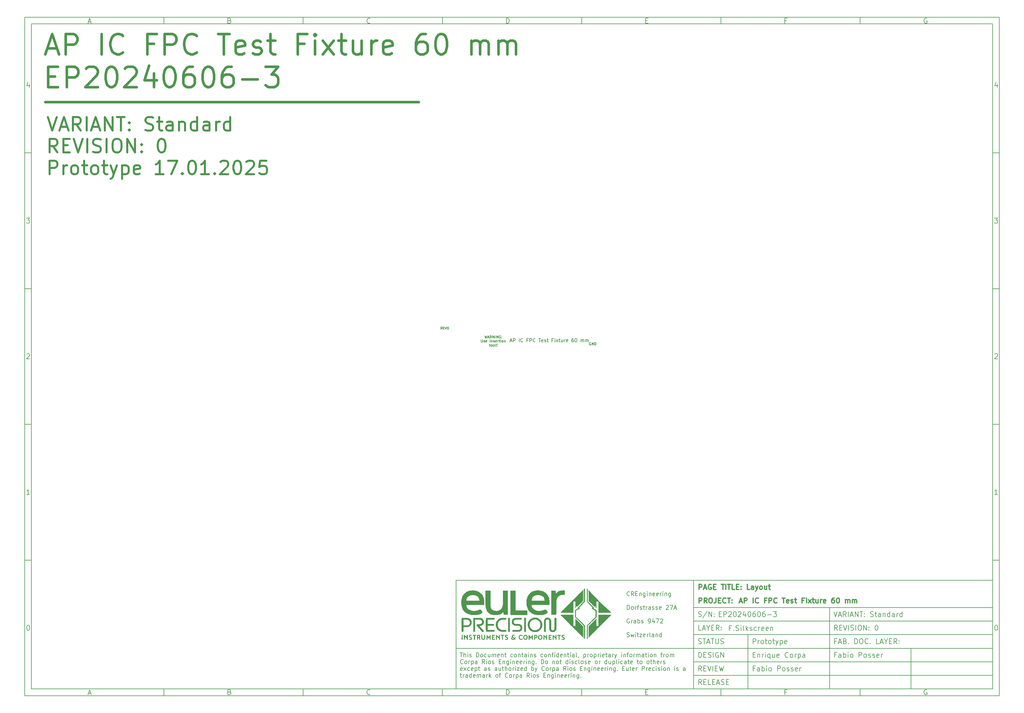
<source format=gbr>
%TF.GenerationSoftware,KiCad,Pcbnew,8.0.9-1.fc41*%
%TF.CreationDate,2025-03-16T15:25:28+01:00*%
%TF.ProjectId,0100_COVERSHEET,30313030-5f43-44f5-9645-525348454554,0*%
%TF.SameCoordinates,Original*%
%TF.FileFunction,Legend,Top*%
%TF.FilePolarity,Positive*%
%FSLAX46Y46*%
G04 Gerber Fmt 4.6, Leading zero omitted, Abs format (unit mm)*
G04 Created by KiCad (PCBNEW 8.0.9-1.fc41) date 2025-03-16 15:25:28*
%MOMM*%
%LPD*%
G01*
G04 APERTURE LIST*
%ADD10C,0.100000*%
%ADD11C,0.150000*%
%ADD12C,0.300000*%
%ADD13C,0.750000*%
%ADD14C,0.600000*%
%ADD15C,0.000001*%
%ADD16C,0.200000*%
%ADD17C,0.160000*%
G04 APERTURE END LIST*
D10*
D11*
X7000000Y-203000000D02*
X290000000Y-203000000D01*
X290000000Y-7000000D01*
X7000000Y-7000000D01*
X7000000Y-203000000D01*
D10*
D11*
X132000000Y-171000000D02*
X290000000Y-171000000D01*
X290000000Y-203000000D01*
X132000000Y-203000000D01*
X132000000Y-171000000D01*
D10*
D11*
X202000000Y-203000000D02*
X202000000Y-171000000D01*
D10*
D11*
X290000000Y-199000000D02*
X202000000Y-199000000D01*
D10*
D11*
X290000000Y-195000000D02*
X202000000Y-195000000D01*
D10*
D11*
X290000000Y-191000000D02*
X201000000Y-191000000D01*
D10*
D11*
X290000000Y-187000000D02*
X202000000Y-187000000D01*
D10*
D11*
X290000000Y-183000000D02*
X202000000Y-183000000D01*
D10*
D11*
X290000000Y-179000000D02*
X202000000Y-179000000D01*
D10*
D11*
X266000000Y-203000000D02*
X266000000Y-191000000D01*
D10*
D11*
X242000000Y-203000000D02*
X242000000Y-179000000D01*
D10*
D11*
X218000000Y-203000000D02*
X218000000Y-187000000D01*
D10*
D12*
X203556710Y-173685528D02*
X203556710Y-172185528D01*
X203556710Y-172185528D02*
X204128139Y-172185528D01*
X204128139Y-172185528D02*
X204270996Y-172256957D01*
X204270996Y-172256957D02*
X204342425Y-172328385D01*
X204342425Y-172328385D02*
X204413853Y-172471242D01*
X204413853Y-172471242D02*
X204413853Y-172685528D01*
X204413853Y-172685528D02*
X204342425Y-172828385D01*
X204342425Y-172828385D02*
X204270996Y-172899814D01*
X204270996Y-172899814D02*
X204128139Y-172971242D01*
X204128139Y-172971242D02*
X203556710Y-172971242D01*
X204985282Y-173256957D02*
X205699568Y-173256957D01*
X204842425Y-173685528D02*
X205342425Y-172185528D01*
X205342425Y-172185528D02*
X205842425Y-173685528D01*
X207128139Y-172256957D02*
X206985282Y-172185528D01*
X206985282Y-172185528D02*
X206770996Y-172185528D01*
X206770996Y-172185528D02*
X206556710Y-172256957D01*
X206556710Y-172256957D02*
X206413853Y-172399814D01*
X206413853Y-172399814D02*
X206342424Y-172542671D01*
X206342424Y-172542671D02*
X206270996Y-172828385D01*
X206270996Y-172828385D02*
X206270996Y-173042671D01*
X206270996Y-173042671D02*
X206342424Y-173328385D01*
X206342424Y-173328385D02*
X206413853Y-173471242D01*
X206413853Y-173471242D02*
X206556710Y-173614100D01*
X206556710Y-173614100D02*
X206770996Y-173685528D01*
X206770996Y-173685528D02*
X206913853Y-173685528D01*
X206913853Y-173685528D02*
X207128139Y-173614100D01*
X207128139Y-173614100D02*
X207199567Y-173542671D01*
X207199567Y-173542671D02*
X207199567Y-173042671D01*
X207199567Y-173042671D02*
X206913853Y-173042671D01*
X207842424Y-172899814D02*
X208342424Y-172899814D01*
X208556710Y-173685528D02*
X207842424Y-173685528D01*
X207842424Y-173685528D02*
X207842424Y-172185528D01*
X207842424Y-172185528D02*
X208556710Y-172185528D01*
X210128139Y-172185528D02*
X210985282Y-172185528D01*
X210556710Y-173685528D02*
X210556710Y-172185528D01*
X211485281Y-173685528D02*
X211485281Y-172185528D01*
X211985282Y-172185528D02*
X212842425Y-172185528D01*
X212413853Y-173685528D02*
X212413853Y-172185528D01*
X214056710Y-173685528D02*
X213342424Y-173685528D01*
X213342424Y-173685528D02*
X213342424Y-172185528D01*
X214556710Y-172899814D02*
X215056710Y-172899814D01*
X215270996Y-173685528D02*
X214556710Y-173685528D01*
X214556710Y-173685528D02*
X214556710Y-172185528D01*
X214556710Y-172185528D02*
X215270996Y-172185528D01*
X215913853Y-173542671D02*
X215985282Y-173614100D01*
X215985282Y-173614100D02*
X215913853Y-173685528D01*
X215913853Y-173685528D02*
X215842425Y-173614100D01*
X215842425Y-173614100D02*
X215913853Y-173542671D01*
X215913853Y-173542671D02*
X215913853Y-173685528D01*
X215913853Y-172756957D02*
X215985282Y-172828385D01*
X215985282Y-172828385D02*
X215913853Y-172899814D01*
X215913853Y-172899814D02*
X215842425Y-172828385D01*
X215842425Y-172828385D02*
X215913853Y-172756957D01*
X215913853Y-172756957D02*
X215913853Y-172899814D01*
X218485282Y-173685528D02*
X217770996Y-173685528D01*
X217770996Y-173685528D02*
X217770996Y-172185528D01*
X219628140Y-173685528D02*
X219628140Y-172899814D01*
X219628140Y-172899814D02*
X219556711Y-172756957D01*
X219556711Y-172756957D02*
X219413854Y-172685528D01*
X219413854Y-172685528D02*
X219128140Y-172685528D01*
X219128140Y-172685528D02*
X218985282Y-172756957D01*
X219628140Y-173614100D02*
X219485282Y-173685528D01*
X219485282Y-173685528D02*
X219128140Y-173685528D01*
X219128140Y-173685528D02*
X218985282Y-173614100D01*
X218985282Y-173614100D02*
X218913854Y-173471242D01*
X218913854Y-173471242D02*
X218913854Y-173328385D01*
X218913854Y-173328385D02*
X218985282Y-173185528D01*
X218985282Y-173185528D02*
X219128140Y-173114100D01*
X219128140Y-173114100D02*
X219485282Y-173114100D01*
X219485282Y-173114100D02*
X219628140Y-173042671D01*
X220199568Y-172685528D02*
X220556711Y-173685528D01*
X220913854Y-172685528D02*
X220556711Y-173685528D01*
X220556711Y-173685528D02*
X220413854Y-174042671D01*
X220413854Y-174042671D02*
X220342425Y-174114100D01*
X220342425Y-174114100D02*
X220199568Y-174185528D01*
X221699568Y-173685528D02*
X221556711Y-173614100D01*
X221556711Y-173614100D02*
X221485282Y-173542671D01*
X221485282Y-173542671D02*
X221413854Y-173399814D01*
X221413854Y-173399814D02*
X221413854Y-172971242D01*
X221413854Y-172971242D02*
X221485282Y-172828385D01*
X221485282Y-172828385D02*
X221556711Y-172756957D01*
X221556711Y-172756957D02*
X221699568Y-172685528D01*
X221699568Y-172685528D02*
X221913854Y-172685528D01*
X221913854Y-172685528D02*
X222056711Y-172756957D01*
X222056711Y-172756957D02*
X222128140Y-172828385D01*
X222128140Y-172828385D02*
X222199568Y-172971242D01*
X222199568Y-172971242D02*
X222199568Y-173399814D01*
X222199568Y-173399814D02*
X222128140Y-173542671D01*
X222128140Y-173542671D02*
X222056711Y-173614100D01*
X222056711Y-173614100D02*
X221913854Y-173685528D01*
X221913854Y-173685528D02*
X221699568Y-173685528D01*
X223485283Y-172685528D02*
X223485283Y-173685528D01*
X222842425Y-172685528D02*
X222842425Y-173471242D01*
X222842425Y-173471242D02*
X222913854Y-173614100D01*
X222913854Y-173614100D02*
X223056711Y-173685528D01*
X223056711Y-173685528D02*
X223270997Y-173685528D01*
X223270997Y-173685528D02*
X223413854Y-173614100D01*
X223413854Y-173614100D02*
X223485283Y-173542671D01*
X223985283Y-172685528D02*
X224556711Y-172685528D01*
X224199568Y-172185528D02*
X224199568Y-173471242D01*
X224199568Y-173471242D02*
X224270997Y-173614100D01*
X224270997Y-173614100D02*
X224413854Y-173685528D01*
X224413854Y-173685528D02*
X224556711Y-173685528D01*
D10*
D11*
X201000000Y-191000000D02*
X132000000Y-191000000D01*
D10*
D12*
X203554510Y-177678328D02*
X203554510Y-176178328D01*
X203554510Y-176178328D02*
X204125939Y-176178328D01*
X204125939Y-176178328D02*
X204268796Y-176249757D01*
X204268796Y-176249757D02*
X204340225Y-176321185D01*
X204340225Y-176321185D02*
X204411653Y-176464042D01*
X204411653Y-176464042D02*
X204411653Y-176678328D01*
X204411653Y-176678328D02*
X204340225Y-176821185D01*
X204340225Y-176821185D02*
X204268796Y-176892614D01*
X204268796Y-176892614D02*
X204125939Y-176964042D01*
X204125939Y-176964042D02*
X203554510Y-176964042D01*
X205911653Y-177678328D02*
X205411653Y-176964042D01*
X205054510Y-177678328D02*
X205054510Y-176178328D01*
X205054510Y-176178328D02*
X205625939Y-176178328D01*
X205625939Y-176178328D02*
X205768796Y-176249757D01*
X205768796Y-176249757D02*
X205840225Y-176321185D01*
X205840225Y-176321185D02*
X205911653Y-176464042D01*
X205911653Y-176464042D02*
X205911653Y-176678328D01*
X205911653Y-176678328D02*
X205840225Y-176821185D01*
X205840225Y-176821185D02*
X205768796Y-176892614D01*
X205768796Y-176892614D02*
X205625939Y-176964042D01*
X205625939Y-176964042D02*
X205054510Y-176964042D01*
X206840225Y-176178328D02*
X207125939Y-176178328D01*
X207125939Y-176178328D02*
X207268796Y-176249757D01*
X207268796Y-176249757D02*
X207411653Y-176392614D01*
X207411653Y-176392614D02*
X207483082Y-176678328D01*
X207483082Y-176678328D02*
X207483082Y-177178328D01*
X207483082Y-177178328D02*
X207411653Y-177464042D01*
X207411653Y-177464042D02*
X207268796Y-177606900D01*
X207268796Y-177606900D02*
X207125939Y-177678328D01*
X207125939Y-177678328D02*
X206840225Y-177678328D01*
X206840225Y-177678328D02*
X206697368Y-177606900D01*
X206697368Y-177606900D02*
X206554510Y-177464042D01*
X206554510Y-177464042D02*
X206483082Y-177178328D01*
X206483082Y-177178328D02*
X206483082Y-176678328D01*
X206483082Y-176678328D02*
X206554510Y-176392614D01*
X206554510Y-176392614D02*
X206697368Y-176249757D01*
X206697368Y-176249757D02*
X206840225Y-176178328D01*
X208554511Y-176178328D02*
X208554511Y-177249757D01*
X208554511Y-177249757D02*
X208483082Y-177464042D01*
X208483082Y-177464042D02*
X208340225Y-177606900D01*
X208340225Y-177606900D02*
X208125939Y-177678328D01*
X208125939Y-177678328D02*
X207983082Y-177678328D01*
X209268796Y-176892614D02*
X209768796Y-176892614D01*
X209983082Y-177678328D02*
X209268796Y-177678328D01*
X209268796Y-177678328D02*
X209268796Y-176178328D01*
X209268796Y-176178328D02*
X209983082Y-176178328D01*
X211483082Y-177535471D02*
X211411654Y-177606900D01*
X211411654Y-177606900D02*
X211197368Y-177678328D01*
X211197368Y-177678328D02*
X211054511Y-177678328D01*
X211054511Y-177678328D02*
X210840225Y-177606900D01*
X210840225Y-177606900D02*
X210697368Y-177464042D01*
X210697368Y-177464042D02*
X210625939Y-177321185D01*
X210625939Y-177321185D02*
X210554511Y-177035471D01*
X210554511Y-177035471D02*
X210554511Y-176821185D01*
X210554511Y-176821185D02*
X210625939Y-176535471D01*
X210625939Y-176535471D02*
X210697368Y-176392614D01*
X210697368Y-176392614D02*
X210840225Y-176249757D01*
X210840225Y-176249757D02*
X211054511Y-176178328D01*
X211054511Y-176178328D02*
X211197368Y-176178328D01*
X211197368Y-176178328D02*
X211411654Y-176249757D01*
X211411654Y-176249757D02*
X211483082Y-176321185D01*
X211911654Y-176178328D02*
X212768797Y-176178328D01*
X212340225Y-177678328D02*
X212340225Y-176178328D01*
X213268796Y-177535471D02*
X213340225Y-177606900D01*
X213340225Y-177606900D02*
X213268796Y-177678328D01*
X213268796Y-177678328D02*
X213197368Y-177606900D01*
X213197368Y-177606900D02*
X213268796Y-177535471D01*
X213268796Y-177535471D02*
X213268796Y-177678328D01*
X213268796Y-176749757D02*
X213340225Y-176821185D01*
X213340225Y-176821185D02*
X213268796Y-176892614D01*
X213268796Y-176892614D02*
X213197368Y-176821185D01*
X213197368Y-176821185D02*
X213268796Y-176749757D01*
X213268796Y-176749757D02*
X213268796Y-176892614D01*
D10*
D11*
X203384398Y-181614700D02*
X203598684Y-181686128D01*
X203598684Y-181686128D02*
X203955826Y-181686128D01*
X203955826Y-181686128D02*
X204098684Y-181614700D01*
X204098684Y-181614700D02*
X204170112Y-181543271D01*
X204170112Y-181543271D02*
X204241541Y-181400414D01*
X204241541Y-181400414D02*
X204241541Y-181257557D01*
X204241541Y-181257557D02*
X204170112Y-181114700D01*
X204170112Y-181114700D02*
X204098684Y-181043271D01*
X204098684Y-181043271D02*
X203955826Y-180971842D01*
X203955826Y-180971842D02*
X203670112Y-180900414D01*
X203670112Y-180900414D02*
X203527255Y-180828985D01*
X203527255Y-180828985D02*
X203455826Y-180757557D01*
X203455826Y-180757557D02*
X203384398Y-180614700D01*
X203384398Y-180614700D02*
X203384398Y-180471842D01*
X203384398Y-180471842D02*
X203455826Y-180328985D01*
X203455826Y-180328985D02*
X203527255Y-180257557D01*
X203527255Y-180257557D02*
X203670112Y-180186128D01*
X203670112Y-180186128D02*
X204027255Y-180186128D01*
X204027255Y-180186128D02*
X204241541Y-180257557D01*
X205955826Y-180114700D02*
X204670112Y-182043271D01*
X206455826Y-181686128D02*
X206455826Y-180186128D01*
X206455826Y-180186128D02*
X207312969Y-181686128D01*
X207312969Y-181686128D02*
X207312969Y-180186128D01*
X208027255Y-181543271D02*
X208098684Y-181614700D01*
X208098684Y-181614700D02*
X208027255Y-181686128D01*
X208027255Y-181686128D02*
X207955827Y-181614700D01*
X207955827Y-181614700D02*
X208027255Y-181543271D01*
X208027255Y-181543271D02*
X208027255Y-181686128D01*
X208027255Y-180757557D02*
X208098684Y-180828985D01*
X208098684Y-180828985D02*
X208027255Y-180900414D01*
X208027255Y-180900414D02*
X207955827Y-180828985D01*
X207955827Y-180828985D02*
X208027255Y-180757557D01*
X208027255Y-180757557D02*
X208027255Y-180900414D01*
D10*
D11*
X203455826Y-193686128D02*
X203455826Y-192186128D01*
X203455826Y-192186128D02*
X203812969Y-192186128D01*
X203812969Y-192186128D02*
X204027255Y-192257557D01*
X204027255Y-192257557D02*
X204170112Y-192400414D01*
X204170112Y-192400414D02*
X204241541Y-192543271D01*
X204241541Y-192543271D02*
X204312969Y-192828985D01*
X204312969Y-192828985D02*
X204312969Y-193043271D01*
X204312969Y-193043271D02*
X204241541Y-193328985D01*
X204241541Y-193328985D02*
X204170112Y-193471842D01*
X204170112Y-193471842D02*
X204027255Y-193614700D01*
X204027255Y-193614700D02*
X203812969Y-193686128D01*
X203812969Y-193686128D02*
X203455826Y-193686128D01*
X204955826Y-192900414D02*
X205455826Y-192900414D01*
X205670112Y-193686128D02*
X204955826Y-193686128D01*
X204955826Y-193686128D02*
X204955826Y-192186128D01*
X204955826Y-192186128D02*
X205670112Y-192186128D01*
X206241541Y-193614700D02*
X206455827Y-193686128D01*
X206455827Y-193686128D02*
X206812969Y-193686128D01*
X206812969Y-193686128D02*
X206955827Y-193614700D01*
X206955827Y-193614700D02*
X207027255Y-193543271D01*
X207027255Y-193543271D02*
X207098684Y-193400414D01*
X207098684Y-193400414D02*
X207098684Y-193257557D01*
X207098684Y-193257557D02*
X207027255Y-193114700D01*
X207027255Y-193114700D02*
X206955827Y-193043271D01*
X206955827Y-193043271D02*
X206812969Y-192971842D01*
X206812969Y-192971842D02*
X206527255Y-192900414D01*
X206527255Y-192900414D02*
X206384398Y-192828985D01*
X206384398Y-192828985D02*
X206312969Y-192757557D01*
X206312969Y-192757557D02*
X206241541Y-192614700D01*
X206241541Y-192614700D02*
X206241541Y-192471842D01*
X206241541Y-192471842D02*
X206312969Y-192328985D01*
X206312969Y-192328985D02*
X206384398Y-192257557D01*
X206384398Y-192257557D02*
X206527255Y-192186128D01*
X206527255Y-192186128D02*
X206884398Y-192186128D01*
X206884398Y-192186128D02*
X207098684Y-192257557D01*
X207741540Y-193686128D02*
X207741540Y-192186128D01*
X209241541Y-192257557D02*
X209098684Y-192186128D01*
X209098684Y-192186128D02*
X208884398Y-192186128D01*
X208884398Y-192186128D02*
X208670112Y-192257557D01*
X208670112Y-192257557D02*
X208527255Y-192400414D01*
X208527255Y-192400414D02*
X208455826Y-192543271D01*
X208455826Y-192543271D02*
X208384398Y-192828985D01*
X208384398Y-192828985D02*
X208384398Y-193043271D01*
X208384398Y-193043271D02*
X208455826Y-193328985D01*
X208455826Y-193328985D02*
X208527255Y-193471842D01*
X208527255Y-193471842D02*
X208670112Y-193614700D01*
X208670112Y-193614700D02*
X208884398Y-193686128D01*
X208884398Y-193686128D02*
X209027255Y-193686128D01*
X209027255Y-193686128D02*
X209241541Y-193614700D01*
X209241541Y-193614700D02*
X209312969Y-193543271D01*
X209312969Y-193543271D02*
X209312969Y-193043271D01*
X209312969Y-193043271D02*
X209027255Y-193043271D01*
X209955826Y-193686128D02*
X209955826Y-192186128D01*
X209955826Y-192186128D02*
X210812969Y-193686128D01*
X210812969Y-193686128D02*
X210812969Y-192186128D01*
D10*
D11*
X204312969Y-197686128D02*
X203812969Y-196971842D01*
X203455826Y-197686128D02*
X203455826Y-196186128D01*
X203455826Y-196186128D02*
X204027255Y-196186128D01*
X204027255Y-196186128D02*
X204170112Y-196257557D01*
X204170112Y-196257557D02*
X204241541Y-196328985D01*
X204241541Y-196328985D02*
X204312969Y-196471842D01*
X204312969Y-196471842D02*
X204312969Y-196686128D01*
X204312969Y-196686128D02*
X204241541Y-196828985D01*
X204241541Y-196828985D02*
X204170112Y-196900414D01*
X204170112Y-196900414D02*
X204027255Y-196971842D01*
X204027255Y-196971842D02*
X203455826Y-196971842D01*
X204955826Y-196900414D02*
X205455826Y-196900414D01*
X205670112Y-197686128D02*
X204955826Y-197686128D01*
X204955826Y-197686128D02*
X204955826Y-196186128D01*
X204955826Y-196186128D02*
X205670112Y-196186128D01*
X206098684Y-196186128D02*
X206598684Y-197686128D01*
X206598684Y-197686128D02*
X207098684Y-196186128D01*
X207598683Y-197686128D02*
X207598683Y-196186128D01*
X208312969Y-196900414D02*
X208812969Y-196900414D01*
X209027255Y-197686128D02*
X208312969Y-197686128D01*
X208312969Y-197686128D02*
X208312969Y-196186128D01*
X208312969Y-196186128D02*
X209027255Y-196186128D01*
X209527255Y-196186128D02*
X209884398Y-197686128D01*
X209884398Y-197686128D02*
X210170112Y-196614700D01*
X210170112Y-196614700D02*
X210455827Y-197686128D01*
X210455827Y-197686128D02*
X210812970Y-196186128D01*
D10*
D11*
X204312969Y-201686128D02*
X203812969Y-200971842D01*
X203455826Y-201686128D02*
X203455826Y-200186128D01*
X203455826Y-200186128D02*
X204027255Y-200186128D01*
X204027255Y-200186128D02*
X204170112Y-200257557D01*
X204170112Y-200257557D02*
X204241541Y-200328985D01*
X204241541Y-200328985D02*
X204312969Y-200471842D01*
X204312969Y-200471842D02*
X204312969Y-200686128D01*
X204312969Y-200686128D02*
X204241541Y-200828985D01*
X204241541Y-200828985D02*
X204170112Y-200900414D01*
X204170112Y-200900414D02*
X204027255Y-200971842D01*
X204027255Y-200971842D02*
X203455826Y-200971842D01*
X204955826Y-200900414D02*
X205455826Y-200900414D01*
X205670112Y-201686128D02*
X204955826Y-201686128D01*
X204955826Y-201686128D02*
X204955826Y-200186128D01*
X204955826Y-200186128D02*
X205670112Y-200186128D01*
X207027255Y-201686128D02*
X206312969Y-201686128D01*
X206312969Y-201686128D02*
X206312969Y-200186128D01*
X207527255Y-200900414D02*
X208027255Y-200900414D01*
X208241541Y-201686128D02*
X207527255Y-201686128D01*
X207527255Y-201686128D02*
X207527255Y-200186128D01*
X207527255Y-200186128D02*
X208241541Y-200186128D01*
X208812970Y-201257557D02*
X209527256Y-201257557D01*
X208670113Y-201686128D02*
X209170113Y-200186128D01*
X209170113Y-200186128D02*
X209670113Y-201686128D01*
X210098684Y-201614700D02*
X210312970Y-201686128D01*
X210312970Y-201686128D02*
X210670112Y-201686128D01*
X210670112Y-201686128D02*
X210812970Y-201614700D01*
X210812970Y-201614700D02*
X210884398Y-201543271D01*
X210884398Y-201543271D02*
X210955827Y-201400414D01*
X210955827Y-201400414D02*
X210955827Y-201257557D01*
X210955827Y-201257557D02*
X210884398Y-201114700D01*
X210884398Y-201114700D02*
X210812970Y-201043271D01*
X210812970Y-201043271D02*
X210670112Y-200971842D01*
X210670112Y-200971842D02*
X210384398Y-200900414D01*
X210384398Y-200900414D02*
X210241541Y-200828985D01*
X210241541Y-200828985D02*
X210170112Y-200757557D01*
X210170112Y-200757557D02*
X210098684Y-200614700D01*
X210098684Y-200614700D02*
X210098684Y-200471842D01*
X210098684Y-200471842D02*
X210170112Y-200328985D01*
X210170112Y-200328985D02*
X210241541Y-200257557D01*
X210241541Y-200257557D02*
X210384398Y-200186128D01*
X210384398Y-200186128D02*
X210741541Y-200186128D01*
X210741541Y-200186128D02*
X210955827Y-200257557D01*
X211598683Y-200900414D02*
X212098683Y-200900414D01*
X212312969Y-201686128D02*
X211598683Y-201686128D01*
X211598683Y-201686128D02*
X211598683Y-200186128D01*
X211598683Y-200186128D02*
X212312969Y-200186128D01*
D10*
D11*
X243241541Y-180186128D02*
X243741541Y-181686128D01*
X243741541Y-181686128D02*
X244241541Y-180186128D01*
X244670112Y-181257557D02*
X245384398Y-181257557D01*
X244527255Y-181686128D02*
X245027255Y-180186128D01*
X245027255Y-180186128D02*
X245527255Y-181686128D01*
X246884397Y-181686128D02*
X246384397Y-180971842D01*
X246027254Y-181686128D02*
X246027254Y-180186128D01*
X246027254Y-180186128D02*
X246598683Y-180186128D01*
X246598683Y-180186128D02*
X246741540Y-180257557D01*
X246741540Y-180257557D02*
X246812969Y-180328985D01*
X246812969Y-180328985D02*
X246884397Y-180471842D01*
X246884397Y-180471842D02*
X246884397Y-180686128D01*
X246884397Y-180686128D02*
X246812969Y-180828985D01*
X246812969Y-180828985D02*
X246741540Y-180900414D01*
X246741540Y-180900414D02*
X246598683Y-180971842D01*
X246598683Y-180971842D02*
X246027254Y-180971842D01*
X247527254Y-181686128D02*
X247527254Y-180186128D01*
X248170112Y-181257557D02*
X248884398Y-181257557D01*
X248027255Y-181686128D02*
X248527255Y-180186128D01*
X248527255Y-180186128D02*
X249027255Y-181686128D01*
X249527254Y-181686128D02*
X249527254Y-180186128D01*
X249527254Y-180186128D02*
X250384397Y-181686128D01*
X250384397Y-181686128D02*
X250384397Y-180186128D01*
X250884398Y-180186128D02*
X251741541Y-180186128D01*
X251312969Y-181686128D02*
X251312969Y-180186128D01*
X252241540Y-181543271D02*
X252312969Y-181614700D01*
X252312969Y-181614700D02*
X252241540Y-181686128D01*
X252241540Y-181686128D02*
X252170112Y-181614700D01*
X252170112Y-181614700D02*
X252241540Y-181543271D01*
X252241540Y-181543271D02*
X252241540Y-181686128D01*
X252241540Y-180757557D02*
X252312969Y-180828985D01*
X252312969Y-180828985D02*
X252241540Y-180900414D01*
X252241540Y-180900414D02*
X252170112Y-180828985D01*
X252170112Y-180828985D02*
X252241540Y-180757557D01*
X252241540Y-180757557D02*
X252241540Y-180900414D01*
X254027255Y-181614700D02*
X254241541Y-181686128D01*
X254241541Y-181686128D02*
X254598683Y-181686128D01*
X254598683Y-181686128D02*
X254741541Y-181614700D01*
X254741541Y-181614700D02*
X254812969Y-181543271D01*
X254812969Y-181543271D02*
X254884398Y-181400414D01*
X254884398Y-181400414D02*
X254884398Y-181257557D01*
X254884398Y-181257557D02*
X254812969Y-181114700D01*
X254812969Y-181114700D02*
X254741541Y-181043271D01*
X254741541Y-181043271D02*
X254598683Y-180971842D01*
X254598683Y-180971842D02*
X254312969Y-180900414D01*
X254312969Y-180900414D02*
X254170112Y-180828985D01*
X254170112Y-180828985D02*
X254098683Y-180757557D01*
X254098683Y-180757557D02*
X254027255Y-180614700D01*
X254027255Y-180614700D02*
X254027255Y-180471842D01*
X254027255Y-180471842D02*
X254098683Y-180328985D01*
X254098683Y-180328985D02*
X254170112Y-180257557D01*
X254170112Y-180257557D02*
X254312969Y-180186128D01*
X254312969Y-180186128D02*
X254670112Y-180186128D01*
X254670112Y-180186128D02*
X254884398Y-180257557D01*
X255312969Y-180686128D02*
X255884397Y-180686128D01*
X255527254Y-180186128D02*
X255527254Y-181471842D01*
X255527254Y-181471842D02*
X255598683Y-181614700D01*
X255598683Y-181614700D02*
X255741540Y-181686128D01*
X255741540Y-181686128D02*
X255884397Y-181686128D01*
X257027255Y-181686128D02*
X257027255Y-180900414D01*
X257027255Y-180900414D02*
X256955826Y-180757557D01*
X256955826Y-180757557D02*
X256812969Y-180686128D01*
X256812969Y-180686128D02*
X256527255Y-180686128D01*
X256527255Y-180686128D02*
X256384397Y-180757557D01*
X257027255Y-181614700D02*
X256884397Y-181686128D01*
X256884397Y-181686128D02*
X256527255Y-181686128D01*
X256527255Y-181686128D02*
X256384397Y-181614700D01*
X256384397Y-181614700D02*
X256312969Y-181471842D01*
X256312969Y-181471842D02*
X256312969Y-181328985D01*
X256312969Y-181328985D02*
X256384397Y-181186128D01*
X256384397Y-181186128D02*
X256527255Y-181114700D01*
X256527255Y-181114700D02*
X256884397Y-181114700D01*
X256884397Y-181114700D02*
X257027255Y-181043271D01*
X257741540Y-180686128D02*
X257741540Y-181686128D01*
X257741540Y-180828985D02*
X257812969Y-180757557D01*
X257812969Y-180757557D02*
X257955826Y-180686128D01*
X257955826Y-180686128D02*
X258170112Y-180686128D01*
X258170112Y-180686128D02*
X258312969Y-180757557D01*
X258312969Y-180757557D02*
X258384398Y-180900414D01*
X258384398Y-180900414D02*
X258384398Y-181686128D01*
X259741541Y-181686128D02*
X259741541Y-180186128D01*
X259741541Y-181614700D02*
X259598683Y-181686128D01*
X259598683Y-181686128D02*
X259312969Y-181686128D01*
X259312969Y-181686128D02*
X259170112Y-181614700D01*
X259170112Y-181614700D02*
X259098683Y-181543271D01*
X259098683Y-181543271D02*
X259027255Y-181400414D01*
X259027255Y-181400414D02*
X259027255Y-180971842D01*
X259027255Y-180971842D02*
X259098683Y-180828985D01*
X259098683Y-180828985D02*
X259170112Y-180757557D01*
X259170112Y-180757557D02*
X259312969Y-180686128D01*
X259312969Y-180686128D02*
X259598683Y-180686128D01*
X259598683Y-180686128D02*
X259741541Y-180757557D01*
X261098684Y-181686128D02*
X261098684Y-180900414D01*
X261098684Y-180900414D02*
X261027255Y-180757557D01*
X261027255Y-180757557D02*
X260884398Y-180686128D01*
X260884398Y-180686128D02*
X260598684Y-180686128D01*
X260598684Y-180686128D02*
X260455826Y-180757557D01*
X261098684Y-181614700D02*
X260955826Y-181686128D01*
X260955826Y-181686128D02*
X260598684Y-181686128D01*
X260598684Y-181686128D02*
X260455826Y-181614700D01*
X260455826Y-181614700D02*
X260384398Y-181471842D01*
X260384398Y-181471842D02*
X260384398Y-181328985D01*
X260384398Y-181328985D02*
X260455826Y-181186128D01*
X260455826Y-181186128D02*
X260598684Y-181114700D01*
X260598684Y-181114700D02*
X260955826Y-181114700D01*
X260955826Y-181114700D02*
X261098684Y-181043271D01*
X261812969Y-181686128D02*
X261812969Y-180686128D01*
X261812969Y-180971842D02*
X261884398Y-180828985D01*
X261884398Y-180828985D02*
X261955827Y-180757557D01*
X261955827Y-180757557D02*
X262098684Y-180686128D01*
X262098684Y-180686128D02*
X262241541Y-180686128D01*
X263384398Y-181686128D02*
X263384398Y-180186128D01*
X263384398Y-181614700D02*
X263241540Y-181686128D01*
X263241540Y-181686128D02*
X262955826Y-181686128D01*
X262955826Y-181686128D02*
X262812969Y-181614700D01*
X262812969Y-181614700D02*
X262741540Y-181543271D01*
X262741540Y-181543271D02*
X262670112Y-181400414D01*
X262670112Y-181400414D02*
X262670112Y-180971842D01*
X262670112Y-180971842D02*
X262741540Y-180828985D01*
X262741540Y-180828985D02*
X262812969Y-180757557D01*
X262812969Y-180757557D02*
X262955826Y-180686128D01*
X262955826Y-180686128D02*
X263241540Y-180686128D01*
X263241540Y-180686128D02*
X263384398Y-180757557D01*
D10*
D11*
X244312969Y-185686128D02*
X243812969Y-184971842D01*
X243455826Y-185686128D02*
X243455826Y-184186128D01*
X243455826Y-184186128D02*
X244027255Y-184186128D01*
X244027255Y-184186128D02*
X244170112Y-184257557D01*
X244170112Y-184257557D02*
X244241541Y-184328985D01*
X244241541Y-184328985D02*
X244312969Y-184471842D01*
X244312969Y-184471842D02*
X244312969Y-184686128D01*
X244312969Y-184686128D02*
X244241541Y-184828985D01*
X244241541Y-184828985D02*
X244170112Y-184900414D01*
X244170112Y-184900414D02*
X244027255Y-184971842D01*
X244027255Y-184971842D02*
X243455826Y-184971842D01*
X244955826Y-184900414D02*
X245455826Y-184900414D01*
X245670112Y-185686128D02*
X244955826Y-185686128D01*
X244955826Y-185686128D02*
X244955826Y-184186128D01*
X244955826Y-184186128D02*
X245670112Y-184186128D01*
X246098684Y-184186128D02*
X246598684Y-185686128D01*
X246598684Y-185686128D02*
X247098684Y-184186128D01*
X247598683Y-185686128D02*
X247598683Y-184186128D01*
X248241541Y-185614700D02*
X248455827Y-185686128D01*
X248455827Y-185686128D02*
X248812969Y-185686128D01*
X248812969Y-185686128D02*
X248955827Y-185614700D01*
X248955827Y-185614700D02*
X249027255Y-185543271D01*
X249027255Y-185543271D02*
X249098684Y-185400414D01*
X249098684Y-185400414D02*
X249098684Y-185257557D01*
X249098684Y-185257557D02*
X249027255Y-185114700D01*
X249027255Y-185114700D02*
X248955827Y-185043271D01*
X248955827Y-185043271D02*
X248812969Y-184971842D01*
X248812969Y-184971842D02*
X248527255Y-184900414D01*
X248527255Y-184900414D02*
X248384398Y-184828985D01*
X248384398Y-184828985D02*
X248312969Y-184757557D01*
X248312969Y-184757557D02*
X248241541Y-184614700D01*
X248241541Y-184614700D02*
X248241541Y-184471842D01*
X248241541Y-184471842D02*
X248312969Y-184328985D01*
X248312969Y-184328985D02*
X248384398Y-184257557D01*
X248384398Y-184257557D02*
X248527255Y-184186128D01*
X248527255Y-184186128D02*
X248884398Y-184186128D01*
X248884398Y-184186128D02*
X249098684Y-184257557D01*
X249741540Y-185686128D02*
X249741540Y-184186128D01*
X250741541Y-184186128D02*
X251027255Y-184186128D01*
X251027255Y-184186128D02*
X251170112Y-184257557D01*
X251170112Y-184257557D02*
X251312969Y-184400414D01*
X251312969Y-184400414D02*
X251384398Y-184686128D01*
X251384398Y-184686128D02*
X251384398Y-185186128D01*
X251384398Y-185186128D02*
X251312969Y-185471842D01*
X251312969Y-185471842D02*
X251170112Y-185614700D01*
X251170112Y-185614700D02*
X251027255Y-185686128D01*
X251027255Y-185686128D02*
X250741541Y-185686128D01*
X250741541Y-185686128D02*
X250598684Y-185614700D01*
X250598684Y-185614700D02*
X250455826Y-185471842D01*
X250455826Y-185471842D02*
X250384398Y-185186128D01*
X250384398Y-185186128D02*
X250384398Y-184686128D01*
X250384398Y-184686128D02*
X250455826Y-184400414D01*
X250455826Y-184400414D02*
X250598684Y-184257557D01*
X250598684Y-184257557D02*
X250741541Y-184186128D01*
X252027255Y-185686128D02*
X252027255Y-184186128D01*
X252027255Y-184186128D02*
X252884398Y-185686128D01*
X252884398Y-185686128D02*
X252884398Y-184186128D01*
X253598684Y-185543271D02*
X253670113Y-185614700D01*
X253670113Y-185614700D02*
X253598684Y-185686128D01*
X253598684Y-185686128D02*
X253527256Y-185614700D01*
X253527256Y-185614700D02*
X253598684Y-185543271D01*
X253598684Y-185543271D02*
X253598684Y-185686128D01*
X253598684Y-184757557D02*
X253670113Y-184828985D01*
X253670113Y-184828985D02*
X253598684Y-184900414D01*
X253598684Y-184900414D02*
X253527256Y-184828985D01*
X253527256Y-184828985D02*
X253598684Y-184757557D01*
X253598684Y-184757557D02*
X253598684Y-184900414D01*
X255741542Y-184186128D02*
X255884399Y-184186128D01*
X255884399Y-184186128D02*
X256027256Y-184257557D01*
X256027256Y-184257557D02*
X256098685Y-184328985D01*
X256098685Y-184328985D02*
X256170113Y-184471842D01*
X256170113Y-184471842D02*
X256241542Y-184757557D01*
X256241542Y-184757557D02*
X256241542Y-185114700D01*
X256241542Y-185114700D02*
X256170113Y-185400414D01*
X256170113Y-185400414D02*
X256098685Y-185543271D01*
X256098685Y-185543271D02*
X256027256Y-185614700D01*
X256027256Y-185614700D02*
X255884399Y-185686128D01*
X255884399Y-185686128D02*
X255741542Y-185686128D01*
X255741542Y-185686128D02*
X255598685Y-185614700D01*
X255598685Y-185614700D02*
X255527256Y-185543271D01*
X255527256Y-185543271D02*
X255455827Y-185400414D01*
X255455827Y-185400414D02*
X255384399Y-185114700D01*
X255384399Y-185114700D02*
X255384399Y-184757557D01*
X255384399Y-184757557D02*
X255455827Y-184471842D01*
X255455827Y-184471842D02*
X255527256Y-184328985D01*
X255527256Y-184328985D02*
X255598685Y-184257557D01*
X255598685Y-184257557D02*
X255741542Y-184186128D01*
D10*
D11*
X203384398Y-189614700D02*
X203598684Y-189686128D01*
X203598684Y-189686128D02*
X203955826Y-189686128D01*
X203955826Y-189686128D02*
X204098684Y-189614700D01*
X204098684Y-189614700D02*
X204170112Y-189543271D01*
X204170112Y-189543271D02*
X204241541Y-189400414D01*
X204241541Y-189400414D02*
X204241541Y-189257557D01*
X204241541Y-189257557D02*
X204170112Y-189114700D01*
X204170112Y-189114700D02*
X204098684Y-189043271D01*
X204098684Y-189043271D02*
X203955826Y-188971842D01*
X203955826Y-188971842D02*
X203670112Y-188900414D01*
X203670112Y-188900414D02*
X203527255Y-188828985D01*
X203527255Y-188828985D02*
X203455826Y-188757557D01*
X203455826Y-188757557D02*
X203384398Y-188614700D01*
X203384398Y-188614700D02*
X203384398Y-188471842D01*
X203384398Y-188471842D02*
X203455826Y-188328985D01*
X203455826Y-188328985D02*
X203527255Y-188257557D01*
X203527255Y-188257557D02*
X203670112Y-188186128D01*
X203670112Y-188186128D02*
X204027255Y-188186128D01*
X204027255Y-188186128D02*
X204241541Y-188257557D01*
X204670112Y-188186128D02*
X205527255Y-188186128D01*
X205098683Y-189686128D02*
X205098683Y-188186128D01*
X205955826Y-189257557D02*
X206670112Y-189257557D01*
X205812969Y-189686128D02*
X206312969Y-188186128D01*
X206312969Y-188186128D02*
X206812969Y-189686128D01*
X207098683Y-188186128D02*
X207955826Y-188186128D01*
X207527254Y-189686128D02*
X207527254Y-188186128D01*
X208455825Y-188186128D02*
X208455825Y-189400414D01*
X208455825Y-189400414D02*
X208527254Y-189543271D01*
X208527254Y-189543271D02*
X208598683Y-189614700D01*
X208598683Y-189614700D02*
X208741540Y-189686128D01*
X208741540Y-189686128D02*
X209027254Y-189686128D01*
X209027254Y-189686128D02*
X209170111Y-189614700D01*
X209170111Y-189614700D02*
X209241540Y-189543271D01*
X209241540Y-189543271D02*
X209312968Y-189400414D01*
X209312968Y-189400414D02*
X209312968Y-188186128D01*
X209955826Y-189614700D02*
X210170112Y-189686128D01*
X210170112Y-189686128D02*
X210527254Y-189686128D01*
X210527254Y-189686128D02*
X210670112Y-189614700D01*
X210670112Y-189614700D02*
X210741540Y-189543271D01*
X210741540Y-189543271D02*
X210812969Y-189400414D01*
X210812969Y-189400414D02*
X210812969Y-189257557D01*
X210812969Y-189257557D02*
X210741540Y-189114700D01*
X210741540Y-189114700D02*
X210670112Y-189043271D01*
X210670112Y-189043271D02*
X210527254Y-188971842D01*
X210527254Y-188971842D02*
X210241540Y-188900414D01*
X210241540Y-188900414D02*
X210098683Y-188828985D01*
X210098683Y-188828985D02*
X210027254Y-188757557D01*
X210027254Y-188757557D02*
X209955826Y-188614700D01*
X209955826Y-188614700D02*
X209955826Y-188471842D01*
X209955826Y-188471842D02*
X210027254Y-188328985D01*
X210027254Y-188328985D02*
X210098683Y-188257557D01*
X210098683Y-188257557D02*
X210241540Y-188186128D01*
X210241540Y-188186128D02*
X210598683Y-188186128D01*
X210598683Y-188186128D02*
X210812969Y-188257557D01*
D10*
D11*
X219455826Y-189686128D02*
X219455826Y-188186128D01*
X219455826Y-188186128D02*
X220027255Y-188186128D01*
X220027255Y-188186128D02*
X220170112Y-188257557D01*
X220170112Y-188257557D02*
X220241541Y-188328985D01*
X220241541Y-188328985D02*
X220312969Y-188471842D01*
X220312969Y-188471842D02*
X220312969Y-188686128D01*
X220312969Y-188686128D02*
X220241541Y-188828985D01*
X220241541Y-188828985D02*
X220170112Y-188900414D01*
X220170112Y-188900414D02*
X220027255Y-188971842D01*
X220027255Y-188971842D02*
X219455826Y-188971842D01*
X220955826Y-189686128D02*
X220955826Y-188686128D01*
X220955826Y-188971842D02*
X221027255Y-188828985D01*
X221027255Y-188828985D02*
X221098684Y-188757557D01*
X221098684Y-188757557D02*
X221241541Y-188686128D01*
X221241541Y-188686128D02*
X221384398Y-188686128D01*
X222098683Y-189686128D02*
X221955826Y-189614700D01*
X221955826Y-189614700D02*
X221884397Y-189543271D01*
X221884397Y-189543271D02*
X221812969Y-189400414D01*
X221812969Y-189400414D02*
X221812969Y-188971842D01*
X221812969Y-188971842D02*
X221884397Y-188828985D01*
X221884397Y-188828985D02*
X221955826Y-188757557D01*
X221955826Y-188757557D02*
X222098683Y-188686128D01*
X222098683Y-188686128D02*
X222312969Y-188686128D01*
X222312969Y-188686128D02*
X222455826Y-188757557D01*
X222455826Y-188757557D02*
X222527255Y-188828985D01*
X222527255Y-188828985D02*
X222598683Y-188971842D01*
X222598683Y-188971842D02*
X222598683Y-189400414D01*
X222598683Y-189400414D02*
X222527255Y-189543271D01*
X222527255Y-189543271D02*
X222455826Y-189614700D01*
X222455826Y-189614700D02*
X222312969Y-189686128D01*
X222312969Y-189686128D02*
X222098683Y-189686128D01*
X223027255Y-188686128D02*
X223598683Y-188686128D01*
X223241540Y-188186128D02*
X223241540Y-189471842D01*
X223241540Y-189471842D02*
X223312969Y-189614700D01*
X223312969Y-189614700D02*
X223455826Y-189686128D01*
X223455826Y-189686128D02*
X223598683Y-189686128D01*
X224312969Y-189686128D02*
X224170112Y-189614700D01*
X224170112Y-189614700D02*
X224098683Y-189543271D01*
X224098683Y-189543271D02*
X224027255Y-189400414D01*
X224027255Y-189400414D02*
X224027255Y-188971842D01*
X224027255Y-188971842D02*
X224098683Y-188828985D01*
X224098683Y-188828985D02*
X224170112Y-188757557D01*
X224170112Y-188757557D02*
X224312969Y-188686128D01*
X224312969Y-188686128D02*
X224527255Y-188686128D01*
X224527255Y-188686128D02*
X224670112Y-188757557D01*
X224670112Y-188757557D02*
X224741541Y-188828985D01*
X224741541Y-188828985D02*
X224812969Y-188971842D01*
X224812969Y-188971842D02*
X224812969Y-189400414D01*
X224812969Y-189400414D02*
X224741541Y-189543271D01*
X224741541Y-189543271D02*
X224670112Y-189614700D01*
X224670112Y-189614700D02*
X224527255Y-189686128D01*
X224527255Y-189686128D02*
X224312969Y-189686128D01*
X225241541Y-188686128D02*
X225812969Y-188686128D01*
X225455826Y-188186128D02*
X225455826Y-189471842D01*
X225455826Y-189471842D02*
X225527255Y-189614700D01*
X225527255Y-189614700D02*
X225670112Y-189686128D01*
X225670112Y-189686128D02*
X225812969Y-189686128D01*
X226170112Y-188686128D02*
X226527255Y-189686128D01*
X226884398Y-188686128D02*
X226527255Y-189686128D01*
X226527255Y-189686128D02*
X226384398Y-190043271D01*
X226384398Y-190043271D02*
X226312969Y-190114700D01*
X226312969Y-190114700D02*
X226170112Y-190186128D01*
X227455826Y-188686128D02*
X227455826Y-190186128D01*
X227455826Y-188757557D02*
X227598684Y-188686128D01*
X227598684Y-188686128D02*
X227884398Y-188686128D01*
X227884398Y-188686128D02*
X228027255Y-188757557D01*
X228027255Y-188757557D02*
X228098684Y-188828985D01*
X228098684Y-188828985D02*
X228170112Y-188971842D01*
X228170112Y-188971842D02*
X228170112Y-189400414D01*
X228170112Y-189400414D02*
X228098684Y-189543271D01*
X228098684Y-189543271D02*
X228027255Y-189614700D01*
X228027255Y-189614700D02*
X227884398Y-189686128D01*
X227884398Y-189686128D02*
X227598684Y-189686128D01*
X227598684Y-189686128D02*
X227455826Y-189614700D01*
X229384398Y-189614700D02*
X229241541Y-189686128D01*
X229241541Y-189686128D02*
X228955827Y-189686128D01*
X228955827Y-189686128D02*
X228812969Y-189614700D01*
X228812969Y-189614700D02*
X228741541Y-189471842D01*
X228741541Y-189471842D02*
X228741541Y-188900414D01*
X228741541Y-188900414D02*
X228812969Y-188757557D01*
X228812969Y-188757557D02*
X228955827Y-188686128D01*
X228955827Y-188686128D02*
X229241541Y-188686128D01*
X229241541Y-188686128D02*
X229384398Y-188757557D01*
X229384398Y-188757557D02*
X229455827Y-188900414D01*
X229455827Y-188900414D02*
X229455827Y-189043271D01*
X229455827Y-189043271D02*
X228741541Y-189186128D01*
D10*
D11*
X219955826Y-196900414D02*
X219455826Y-196900414D01*
X219455826Y-197686128D02*
X219455826Y-196186128D01*
X219455826Y-196186128D02*
X220170112Y-196186128D01*
X221384398Y-197686128D02*
X221384398Y-196900414D01*
X221384398Y-196900414D02*
X221312969Y-196757557D01*
X221312969Y-196757557D02*
X221170112Y-196686128D01*
X221170112Y-196686128D02*
X220884398Y-196686128D01*
X220884398Y-196686128D02*
X220741540Y-196757557D01*
X221384398Y-197614700D02*
X221241540Y-197686128D01*
X221241540Y-197686128D02*
X220884398Y-197686128D01*
X220884398Y-197686128D02*
X220741540Y-197614700D01*
X220741540Y-197614700D02*
X220670112Y-197471842D01*
X220670112Y-197471842D02*
X220670112Y-197328985D01*
X220670112Y-197328985D02*
X220741540Y-197186128D01*
X220741540Y-197186128D02*
X220884398Y-197114700D01*
X220884398Y-197114700D02*
X221241540Y-197114700D01*
X221241540Y-197114700D02*
X221384398Y-197043271D01*
X222098683Y-197686128D02*
X222098683Y-196186128D01*
X222098683Y-196757557D02*
X222241541Y-196686128D01*
X222241541Y-196686128D02*
X222527255Y-196686128D01*
X222527255Y-196686128D02*
X222670112Y-196757557D01*
X222670112Y-196757557D02*
X222741541Y-196828985D01*
X222741541Y-196828985D02*
X222812969Y-196971842D01*
X222812969Y-196971842D02*
X222812969Y-197400414D01*
X222812969Y-197400414D02*
X222741541Y-197543271D01*
X222741541Y-197543271D02*
X222670112Y-197614700D01*
X222670112Y-197614700D02*
X222527255Y-197686128D01*
X222527255Y-197686128D02*
X222241541Y-197686128D01*
X222241541Y-197686128D02*
X222098683Y-197614700D01*
X223455826Y-197686128D02*
X223455826Y-196686128D01*
X223455826Y-196186128D02*
X223384398Y-196257557D01*
X223384398Y-196257557D02*
X223455826Y-196328985D01*
X223455826Y-196328985D02*
X223527255Y-196257557D01*
X223527255Y-196257557D02*
X223455826Y-196186128D01*
X223455826Y-196186128D02*
X223455826Y-196328985D01*
X224384398Y-197686128D02*
X224241541Y-197614700D01*
X224241541Y-197614700D02*
X224170112Y-197543271D01*
X224170112Y-197543271D02*
X224098684Y-197400414D01*
X224098684Y-197400414D02*
X224098684Y-196971842D01*
X224098684Y-196971842D02*
X224170112Y-196828985D01*
X224170112Y-196828985D02*
X224241541Y-196757557D01*
X224241541Y-196757557D02*
X224384398Y-196686128D01*
X224384398Y-196686128D02*
X224598684Y-196686128D01*
X224598684Y-196686128D02*
X224741541Y-196757557D01*
X224741541Y-196757557D02*
X224812970Y-196828985D01*
X224812970Y-196828985D02*
X224884398Y-196971842D01*
X224884398Y-196971842D02*
X224884398Y-197400414D01*
X224884398Y-197400414D02*
X224812970Y-197543271D01*
X224812970Y-197543271D02*
X224741541Y-197614700D01*
X224741541Y-197614700D02*
X224598684Y-197686128D01*
X224598684Y-197686128D02*
X224384398Y-197686128D01*
X226670112Y-197686128D02*
X226670112Y-196186128D01*
X226670112Y-196186128D02*
X227241541Y-196186128D01*
X227241541Y-196186128D02*
X227384398Y-196257557D01*
X227384398Y-196257557D02*
X227455827Y-196328985D01*
X227455827Y-196328985D02*
X227527255Y-196471842D01*
X227527255Y-196471842D02*
X227527255Y-196686128D01*
X227527255Y-196686128D02*
X227455827Y-196828985D01*
X227455827Y-196828985D02*
X227384398Y-196900414D01*
X227384398Y-196900414D02*
X227241541Y-196971842D01*
X227241541Y-196971842D02*
X226670112Y-196971842D01*
X228384398Y-197686128D02*
X228241541Y-197614700D01*
X228241541Y-197614700D02*
X228170112Y-197543271D01*
X228170112Y-197543271D02*
X228098684Y-197400414D01*
X228098684Y-197400414D02*
X228098684Y-196971842D01*
X228098684Y-196971842D02*
X228170112Y-196828985D01*
X228170112Y-196828985D02*
X228241541Y-196757557D01*
X228241541Y-196757557D02*
X228384398Y-196686128D01*
X228384398Y-196686128D02*
X228598684Y-196686128D01*
X228598684Y-196686128D02*
X228741541Y-196757557D01*
X228741541Y-196757557D02*
X228812970Y-196828985D01*
X228812970Y-196828985D02*
X228884398Y-196971842D01*
X228884398Y-196971842D02*
X228884398Y-197400414D01*
X228884398Y-197400414D02*
X228812970Y-197543271D01*
X228812970Y-197543271D02*
X228741541Y-197614700D01*
X228741541Y-197614700D02*
X228598684Y-197686128D01*
X228598684Y-197686128D02*
X228384398Y-197686128D01*
X229455827Y-197614700D02*
X229598684Y-197686128D01*
X229598684Y-197686128D02*
X229884398Y-197686128D01*
X229884398Y-197686128D02*
X230027255Y-197614700D01*
X230027255Y-197614700D02*
X230098684Y-197471842D01*
X230098684Y-197471842D02*
X230098684Y-197400414D01*
X230098684Y-197400414D02*
X230027255Y-197257557D01*
X230027255Y-197257557D02*
X229884398Y-197186128D01*
X229884398Y-197186128D02*
X229670113Y-197186128D01*
X229670113Y-197186128D02*
X229527255Y-197114700D01*
X229527255Y-197114700D02*
X229455827Y-196971842D01*
X229455827Y-196971842D02*
X229455827Y-196900414D01*
X229455827Y-196900414D02*
X229527255Y-196757557D01*
X229527255Y-196757557D02*
X229670113Y-196686128D01*
X229670113Y-196686128D02*
X229884398Y-196686128D01*
X229884398Y-196686128D02*
X230027255Y-196757557D01*
X230670113Y-197614700D02*
X230812970Y-197686128D01*
X230812970Y-197686128D02*
X231098684Y-197686128D01*
X231098684Y-197686128D02*
X231241541Y-197614700D01*
X231241541Y-197614700D02*
X231312970Y-197471842D01*
X231312970Y-197471842D02*
X231312970Y-197400414D01*
X231312970Y-197400414D02*
X231241541Y-197257557D01*
X231241541Y-197257557D02*
X231098684Y-197186128D01*
X231098684Y-197186128D02*
X230884399Y-197186128D01*
X230884399Y-197186128D02*
X230741541Y-197114700D01*
X230741541Y-197114700D02*
X230670113Y-196971842D01*
X230670113Y-196971842D02*
X230670113Y-196900414D01*
X230670113Y-196900414D02*
X230741541Y-196757557D01*
X230741541Y-196757557D02*
X230884399Y-196686128D01*
X230884399Y-196686128D02*
X231098684Y-196686128D01*
X231098684Y-196686128D02*
X231241541Y-196757557D01*
X232527256Y-197614700D02*
X232384399Y-197686128D01*
X232384399Y-197686128D02*
X232098685Y-197686128D01*
X232098685Y-197686128D02*
X231955827Y-197614700D01*
X231955827Y-197614700D02*
X231884399Y-197471842D01*
X231884399Y-197471842D02*
X231884399Y-196900414D01*
X231884399Y-196900414D02*
X231955827Y-196757557D01*
X231955827Y-196757557D02*
X232098685Y-196686128D01*
X232098685Y-196686128D02*
X232384399Y-196686128D01*
X232384399Y-196686128D02*
X232527256Y-196757557D01*
X232527256Y-196757557D02*
X232598685Y-196900414D01*
X232598685Y-196900414D02*
X232598685Y-197043271D01*
X232598685Y-197043271D02*
X231884399Y-197186128D01*
X233241541Y-197686128D02*
X233241541Y-196686128D01*
X233241541Y-196971842D02*
X233312970Y-196828985D01*
X233312970Y-196828985D02*
X233384399Y-196757557D01*
X233384399Y-196757557D02*
X233527256Y-196686128D01*
X233527256Y-196686128D02*
X233670113Y-196686128D01*
D10*
D11*
X219455826Y-192900414D02*
X219955826Y-192900414D01*
X220170112Y-193686128D02*
X219455826Y-193686128D01*
X219455826Y-193686128D02*
X219455826Y-192186128D01*
X219455826Y-192186128D02*
X220170112Y-192186128D01*
X220812969Y-192686128D02*
X220812969Y-193686128D01*
X220812969Y-192828985D02*
X220884398Y-192757557D01*
X220884398Y-192757557D02*
X221027255Y-192686128D01*
X221027255Y-192686128D02*
X221241541Y-192686128D01*
X221241541Y-192686128D02*
X221384398Y-192757557D01*
X221384398Y-192757557D02*
X221455827Y-192900414D01*
X221455827Y-192900414D02*
X221455827Y-193686128D01*
X222170112Y-193686128D02*
X222170112Y-192686128D01*
X222170112Y-192971842D02*
X222241541Y-192828985D01*
X222241541Y-192828985D02*
X222312970Y-192757557D01*
X222312970Y-192757557D02*
X222455827Y-192686128D01*
X222455827Y-192686128D02*
X222598684Y-192686128D01*
X223098683Y-193686128D02*
X223098683Y-192686128D01*
X223098683Y-192186128D02*
X223027255Y-192257557D01*
X223027255Y-192257557D02*
X223098683Y-192328985D01*
X223098683Y-192328985D02*
X223170112Y-192257557D01*
X223170112Y-192257557D02*
X223098683Y-192186128D01*
X223098683Y-192186128D02*
X223098683Y-192328985D01*
X224455827Y-192686128D02*
X224455827Y-194186128D01*
X224455827Y-193614700D02*
X224312969Y-193686128D01*
X224312969Y-193686128D02*
X224027255Y-193686128D01*
X224027255Y-193686128D02*
X223884398Y-193614700D01*
X223884398Y-193614700D02*
X223812969Y-193543271D01*
X223812969Y-193543271D02*
X223741541Y-193400414D01*
X223741541Y-193400414D02*
X223741541Y-192971842D01*
X223741541Y-192971842D02*
X223812969Y-192828985D01*
X223812969Y-192828985D02*
X223884398Y-192757557D01*
X223884398Y-192757557D02*
X224027255Y-192686128D01*
X224027255Y-192686128D02*
X224312969Y-192686128D01*
X224312969Y-192686128D02*
X224455827Y-192757557D01*
X225812970Y-192686128D02*
X225812970Y-193686128D01*
X225170112Y-192686128D02*
X225170112Y-193471842D01*
X225170112Y-193471842D02*
X225241541Y-193614700D01*
X225241541Y-193614700D02*
X225384398Y-193686128D01*
X225384398Y-193686128D02*
X225598684Y-193686128D01*
X225598684Y-193686128D02*
X225741541Y-193614700D01*
X225741541Y-193614700D02*
X225812970Y-193543271D01*
X227098684Y-193614700D02*
X226955827Y-193686128D01*
X226955827Y-193686128D02*
X226670113Y-193686128D01*
X226670113Y-193686128D02*
X226527255Y-193614700D01*
X226527255Y-193614700D02*
X226455827Y-193471842D01*
X226455827Y-193471842D02*
X226455827Y-192900414D01*
X226455827Y-192900414D02*
X226527255Y-192757557D01*
X226527255Y-192757557D02*
X226670113Y-192686128D01*
X226670113Y-192686128D02*
X226955827Y-192686128D01*
X226955827Y-192686128D02*
X227098684Y-192757557D01*
X227098684Y-192757557D02*
X227170113Y-192900414D01*
X227170113Y-192900414D02*
X227170113Y-193043271D01*
X227170113Y-193043271D02*
X226455827Y-193186128D01*
X229812969Y-193543271D02*
X229741541Y-193614700D01*
X229741541Y-193614700D02*
X229527255Y-193686128D01*
X229527255Y-193686128D02*
X229384398Y-193686128D01*
X229384398Y-193686128D02*
X229170112Y-193614700D01*
X229170112Y-193614700D02*
X229027255Y-193471842D01*
X229027255Y-193471842D02*
X228955826Y-193328985D01*
X228955826Y-193328985D02*
X228884398Y-193043271D01*
X228884398Y-193043271D02*
X228884398Y-192828985D01*
X228884398Y-192828985D02*
X228955826Y-192543271D01*
X228955826Y-192543271D02*
X229027255Y-192400414D01*
X229027255Y-192400414D02*
X229170112Y-192257557D01*
X229170112Y-192257557D02*
X229384398Y-192186128D01*
X229384398Y-192186128D02*
X229527255Y-192186128D01*
X229527255Y-192186128D02*
X229741541Y-192257557D01*
X229741541Y-192257557D02*
X229812969Y-192328985D01*
X230670112Y-193686128D02*
X230527255Y-193614700D01*
X230527255Y-193614700D02*
X230455826Y-193543271D01*
X230455826Y-193543271D02*
X230384398Y-193400414D01*
X230384398Y-193400414D02*
X230384398Y-192971842D01*
X230384398Y-192971842D02*
X230455826Y-192828985D01*
X230455826Y-192828985D02*
X230527255Y-192757557D01*
X230527255Y-192757557D02*
X230670112Y-192686128D01*
X230670112Y-192686128D02*
X230884398Y-192686128D01*
X230884398Y-192686128D02*
X231027255Y-192757557D01*
X231027255Y-192757557D02*
X231098684Y-192828985D01*
X231098684Y-192828985D02*
X231170112Y-192971842D01*
X231170112Y-192971842D02*
X231170112Y-193400414D01*
X231170112Y-193400414D02*
X231098684Y-193543271D01*
X231098684Y-193543271D02*
X231027255Y-193614700D01*
X231027255Y-193614700D02*
X230884398Y-193686128D01*
X230884398Y-193686128D02*
X230670112Y-193686128D01*
X231812969Y-193686128D02*
X231812969Y-192686128D01*
X231812969Y-192971842D02*
X231884398Y-192828985D01*
X231884398Y-192828985D02*
X231955827Y-192757557D01*
X231955827Y-192757557D02*
X232098684Y-192686128D01*
X232098684Y-192686128D02*
X232241541Y-192686128D01*
X232741540Y-192686128D02*
X232741540Y-194186128D01*
X232741540Y-192757557D02*
X232884398Y-192686128D01*
X232884398Y-192686128D02*
X233170112Y-192686128D01*
X233170112Y-192686128D02*
X233312969Y-192757557D01*
X233312969Y-192757557D02*
X233384398Y-192828985D01*
X233384398Y-192828985D02*
X233455826Y-192971842D01*
X233455826Y-192971842D02*
X233455826Y-193400414D01*
X233455826Y-193400414D02*
X233384398Y-193543271D01*
X233384398Y-193543271D02*
X233312969Y-193614700D01*
X233312969Y-193614700D02*
X233170112Y-193686128D01*
X233170112Y-193686128D02*
X232884398Y-193686128D01*
X232884398Y-193686128D02*
X232741540Y-193614700D01*
X234741541Y-193686128D02*
X234741541Y-192900414D01*
X234741541Y-192900414D02*
X234670112Y-192757557D01*
X234670112Y-192757557D02*
X234527255Y-192686128D01*
X234527255Y-192686128D02*
X234241541Y-192686128D01*
X234241541Y-192686128D02*
X234098683Y-192757557D01*
X234741541Y-193614700D02*
X234598683Y-193686128D01*
X234598683Y-193686128D02*
X234241541Y-193686128D01*
X234241541Y-193686128D02*
X234098683Y-193614700D01*
X234098683Y-193614700D02*
X234027255Y-193471842D01*
X234027255Y-193471842D02*
X234027255Y-193328985D01*
X234027255Y-193328985D02*
X234098683Y-193186128D01*
X234098683Y-193186128D02*
X234241541Y-193114700D01*
X234241541Y-193114700D02*
X234598683Y-193114700D01*
X234598683Y-193114700D02*
X234741541Y-193043271D01*
D10*
D11*
X243955826Y-192900414D02*
X243455826Y-192900414D01*
X243455826Y-193686128D02*
X243455826Y-192186128D01*
X243455826Y-192186128D02*
X244170112Y-192186128D01*
X245384398Y-193686128D02*
X245384398Y-192900414D01*
X245384398Y-192900414D02*
X245312969Y-192757557D01*
X245312969Y-192757557D02*
X245170112Y-192686128D01*
X245170112Y-192686128D02*
X244884398Y-192686128D01*
X244884398Y-192686128D02*
X244741540Y-192757557D01*
X245384398Y-193614700D02*
X245241540Y-193686128D01*
X245241540Y-193686128D02*
X244884398Y-193686128D01*
X244884398Y-193686128D02*
X244741540Y-193614700D01*
X244741540Y-193614700D02*
X244670112Y-193471842D01*
X244670112Y-193471842D02*
X244670112Y-193328985D01*
X244670112Y-193328985D02*
X244741540Y-193186128D01*
X244741540Y-193186128D02*
X244884398Y-193114700D01*
X244884398Y-193114700D02*
X245241540Y-193114700D01*
X245241540Y-193114700D02*
X245384398Y-193043271D01*
X246098683Y-193686128D02*
X246098683Y-192186128D01*
X246098683Y-192757557D02*
X246241541Y-192686128D01*
X246241541Y-192686128D02*
X246527255Y-192686128D01*
X246527255Y-192686128D02*
X246670112Y-192757557D01*
X246670112Y-192757557D02*
X246741541Y-192828985D01*
X246741541Y-192828985D02*
X246812969Y-192971842D01*
X246812969Y-192971842D02*
X246812969Y-193400414D01*
X246812969Y-193400414D02*
X246741541Y-193543271D01*
X246741541Y-193543271D02*
X246670112Y-193614700D01*
X246670112Y-193614700D02*
X246527255Y-193686128D01*
X246527255Y-193686128D02*
X246241541Y-193686128D01*
X246241541Y-193686128D02*
X246098683Y-193614700D01*
X247455826Y-193686128D02*
X247455826Y-192686128D01*
X247455826Y-192186128D02*
X247384398Y-192257557D01*
X247384398Y-192257557D02*
X247455826Y-192328985D01*
X247455826Y-192328985D02*
X247527255Y-192257557D01*
X247527255Y-192257557D02*
X247455826Y-192186128D01*
X247455826Y-192186128D02*
X247455826Y-192328985D01*
X248384398Y-193686128D02*
X248241541Y-193614700D01*
X248241541Y-193614700D02*
X248170112Y-193543271D01*
X248170112Y-193543271D02*
X248098684Y-193400414D01*
X248098684Y-193400414D02*
X248098684Y-192971842D01*
X248098684Y-192971842D02*
X248170112Y-192828985D01*
X248170112Y-192828985D02*
X248241541Y-192757557D01*
X248241541Y-192757557D02*
X248384398Y-192686128D01*
X248384398Y-192686128D02*
X248598684Y-192686128D01*
X248598684Y-192686128D02*
X248741541Y-192757557D01*
X248741541Y-192757557D02*
X248812970Y-192828985D01*
X248812970Y-192828985D02*
X248884398Y-192971842D01*
X248884398Y-192971842D02*
X248884398Y-193400414D01*
X248884398Y-193400414D02*
X248812970Y-193543271D01*
X248812970Y-193543271D02*
X248741541Y-193614700D01*
X248741541Y-193614700D02*
X248598684Y-193686128D01*
X248598684Y-193686128D02*
X248384398Y-193686128D01*
X250670112Y-193686128D02*
X250670112Y-192186128D01*
X250670112Y-192186128D02*
X251241541Y-192186128D01*
X251241541Y-192186128D02*
X251384398Y-192257557D01*
X251384398Y-192257557D02*
X251455827Y-192328985D01*
X251455827Y-192328985D02*
X251527255Y-192471842D01*
X251527255Y-192471842D02*
X251527255Y-192686128D01*
X251527255Y-192686128D02*
X251455827Y-192828985D01*
X251455827Y-192828985D02*
X251384398Y-192900414D01*
X251384398Y-192900414D02*
X251241541Y-192971842D01*
X251241541Y-192971842D02*
X250670112Y-192971842D01*
X252384398Y-193686128D02*
X252241541Y-193614700D01*
X252241541Y-193614700D02*
X252170112Y-193543271D01*
X252170112Y-193543271D02*
X252098684Y-193400414D01*
X252098684Y-193400414D02*
X252098684Y-192971842D01*
X252098684Y-192971842D02*
X252170112Y-192828985D01*
X252170112Y-192828985D02*
X252241541Y-192757557D01*
X252241541Y-192757557D02*
X252384398Y-192686128D01*
X252384398Y-192686128D02*
X252598684Y-192686128D01*
X252598684Y-192686128D02*
X252741541Y-192757557D01*
X252741541Y-192757557D02*
X252812970Y-192828985D01*
X252812970Y-192828985D02*
X252884398Y-192971842D01*
X252884398Y-192971842D02*
X252884398Y-193400414D01*
X252884398Y-193400414D02*
X252812970Y-193543271D01*
X252812970Y-193543271D02*
X252741541Y-193614700D01*
X252741541Y-193614700D02*
X252598684Y-193686128D01*
X252598684Y-193686128D02*
X252384398Y-193686128D01*
X253455827Y-193614700D02*
X253598684Y-193686128D01*
X253598684Y-193686128D02*
X253884398Y-193686128D01*
X253884398Y-193686128D02*
X254027255Y-193614700D01*
X254027255Y-193614700D02*
X254098684Y-193471842D01*
X254098684Y-193471842D02*
X254098684Y-193400414D01*
X254098684Y-193400414D02*
X254027255Y-193257557D01*
X254027255Y-193257557D02*
X253884398Y-193186128D01*
X253884398Y-193186128D02*
X253670113Y-193186128D01*
X253670113Y-193186128D02*
X253527255Y-193114700D01*
X253527255Y-193114700D02*
X253455827Y-192971842D01*
X253455827Y-192971842D02*
X253455827Y-192900414D01*
X253455827Y-192900414D02*
X253527255Y-192757557D01*
X253527255Y-192757557D02*
X253670113Y-192686128D01*
X253670113Y-192686128D02*
X253884398Y-192686128D01*
X253884398Y-192686128D02*
X254027255Y-192757557D01*
X254670113Y-193614700D02*
X254812970Y-193686128D01*
X254812970Y-193686128D02*
X255098684Y-193686128D01*
X255098684Y-193686128D02*
X255241541Y-193614700D01*
X255241541Y-193614700D02*
X255312970Y-193471842D01*
X255312970Y-193471842D02*
X255312970Y-193400414D01*
X255312970Y-193400414D02*
X255241541Y-193257557D01*
X255241541Y-193257557D02*
X255098684Y-193186128D01*
X255098684Y-193186128D02*
X254884399Y-193186128D01*
X254884399Y-193186128D02*
X254741541Y-193114700D01*
X254741541Y-193114700D02*
X254670113Y-192971842D01*
X254670113Y-192971842D02*
X254670113Y-192900414D01*
X254670113Y-192900414D02*
X254741541Y-192757557D01*
X254741541Y-192757557D02*
X254884399Y-192686128D01*
X254884399Y-192686128D02*
X255098684Y-192686128D01*
X255098684Y-192686128D02*
X255241541Y-192757557D01*
X256527256Y-193614700D02*
X256384399Y-193686128D01*
X256384399Y-193686128D02*
X256098685Y-193686128D01*
X256098685Y-193686128D02*
X255955827Y-193614700D01*
X255955827Y-193614700D02*
X255884399Y-193471842D01*
X255884399Y-193471842D02*
X255884399Y-192900414D01*
X255884399Y-192900414D02*
X255955827Y-192757557D01*
X255955827Y-192757557D02*
X256098685Y-192686128D01*
X256098685Y-192686128D02*
X256384399Y-192686128D01*
X256384399Y-192686128D02*
X256527256Y-192757557D01*
X256527256Y-192757557D02*
X256598685Y-192900414D01*
X256598685Y-192900414D02*
X256598685Y-193043271D01*
X256598685Y-193043271D02*
X255884399Y-193186128D01*
X257241541Y-193686128D02*
X257241541Y-192686128D01*
X257241541Y-192971842D02*
X257312970Y-192828985D01*
X257312970Y-192828985D02*
X257384399Y-192757557D01*
X257384399Y-192757557D02*
X257527256Y-192686128D01*
X257527256Y-192686128D02*
X257670113Y-192686128D01*
D10*
D12*
X215483282Y-177249957D02*
X216197568Y-177249957D01*
X215340425Y-177678528D02*
X215840425Y-176178528D01*
X215840425Y-176178528D02*
X216340425Y-177678528D01*
X216840424Y-177678528D02*
X216840424Y-176178528D01*
X216840424Y-176178528D02*
X217411853Y-176178528D01*
X217411853Y-176178528D02*
X217554710Y-176249957D01*
X217554710Y-176249957D02*
X217626139Y-176321385D01*
X217626139Y-176321385D02*
X217697567Y-176464242D01*
X217697567Y-176464242D02*
X217697567Y-176678528D01*
X217697567Y-176678528D02*
X217626139Y-176821385D01*
X217626139Y-176821385D02*
X217554710Y-176892814D01*
X217554710Y-176892814D02*
X217411853Y-176964242D01*
X217411853Y-176964242D02*
X216840424Y-176964242D01*
X219483281Y-177678528D02*
X219483281Y-176178528D01*
X221054710Y-177535671D02*
X220983282Y-177607100D01*
X220983282Y-177607100D02*
X220768996Y-177678528D01*
X220768996Y-177678528D02*
X220626139Y-177678528D01*
X220626139Y-177678528D02*
X220411853Y-177607100D01*
X220411853Y-177607100D02*
X220268996Y-177464242D01*
X220268996Y-177464242D02*
X220197567Y-177321385D01*
X220197567Y-177321385D02*
X220126139Y-177035671D01*
X220126139Y-177035671D02*
X220126139Y-176821385D01*
X220126139Y-176821385D02*
X220197567Y-176535671D01*
X220197567Y-176535671D02*
X220268996Y-176392814D01*
X220268996Y-176392814D02*
X220411853Y-176249957D01*
X220411853Y-176249957D02*
X220626139Y-176178528D01*
X220626139Y-176178528D02*
X220768996Y-176178528D01*
X220768996Y-176178528D02*
X220983282Y-176249957D01*
X220983282Y-176249957D02*
X221054710Y-176321385D01*
X223340424Y-176892814D02*
X222840424Y-176892814D01*
X222840424Y-177678528D02*
X222840424Y-176178528D01*
X222840424Y-176178528D02*
X223554710Y-176178528D01*
X224126138Y-177678528D02*
X224126138Y-176178528D01*
X224126138Y-176178528D02*
X224697567Y-176178528D01*
X224697567Y-176178528D02*
X224840424Y-176249957D01*
X224840424Y-176249957D02*
X224911853Y-176321385D01*
X224911853Y-176321385D02*
X224983281Y-176464242D01*
X224983281Y-176464242D02*
X224983281Y-176678528D01*
X224983281Y-176678528D02*
X224911853Y-176821385D01*
X224911853Y-176821385D02*
X224840424Y-176892814D01*
X224840424Y-176892814D02*
X224697567Y-176964242D01*
X224697567Y-176964242D02*
X224126138Y-176964242D01*
X226483281Y-177535671D02*
X226411853Y-177607100D01*
X226411853Y-177607100D02*
X226197567Y-177678528D01*
X226197567Y-177678528D02*
X226054710Y-177678528D01*
X226054710Y-177678528D02*
X225840424Y-177607100D01*
X225840424Y-177607100D02*
X225697567Y-177464242D01*
X225697567Y-177464242D02*
X225626138Y-177321385D01*
X225626138Y-177321385D02*
X225554710Y-177035671D01*
X225554710Y-177035671D02*
X225554710Y-176821385D01*
X225554710Y-176821385D02*
X225626138Y-176535671D01*
X225626138Y-176535671D02*
X225697567Y-176392814D01*
X225697567Y-176392814D02*
X225840424Y-176249957D01*
X225840424Y-176249957D02*
X226054710Y-176178528D01*
X226054710Y-176178528D02*
X226197567Y-176178528D01*
X226197567Y-176178528D02*
X226411853Y-176249957D01*
X226411853Y-176249957D02*
X226483281Y-176321385D01*
X228054710Y-176178528D02*
X228911853Y-176178528D01*
X228483281Y-177678528D02*
X228483281Y-176178528D01*
X229983281Y-177607100D02*
X229840424Y-177678528D01*
X229840424Y-177678528D02*
X229554710Y-177678528D01*
X229554710Y-177678528D02*
X229411852Y-177607100D01*
X229411852Y-177607100D02*
X229340424Y-177464242D01*
X229340424Y-177464242D02*
X229340424Y-176892814D01*
X229340424Y-176892814D02*
X229411852Y-176749957D01*
X229411852Y-176749957D02*
X229554710Y-176678528D01*
X229554710Y-176678528D02*
X229840424Y-176678528D01*
X229840424Y-176678528D02*
X229983281Y-176749957D01*
X229983281Y-176749957D02*
X230054710Y-176892814D01*
X230054710Y-176892814D02*
X230054710Y-177035671D01*
X230054710Y-177035671D02*
X229340424Y-177178528D01*
X230626138Y-177607100D02*
X230768995Y-177678528D01*
X230768995Y-177678528D02*
X231054709Y-177678528D01*
X231054709Y-177678528D02*
X231197566Y-177607100D01*
X231197566Y-177607100D02*
X231268995Y-177464242D01*
X231268995Y-177464242D02*
X231268995Y-177392814D01*
X231268995Y-177392814D02*
X231197566Y-177249957D01*
X231197566Y-177249957D02*
X231054709Y-177178528D01*
X231054709Y-177178528D02*
X230840424Y-177178528D01*
X230840424Y-177178528D02*
X230697566Y-177107100D01*
X230697566Y-177107100D02*
X230626138Y-176964242D01*
X230626138Y-176964242D02*
X230626138Y-176892814D01*
X230626138Y-176892814D02*
X230697566Y-176749957D01*
X230697566Y-176749957D02*
X230840424Y-176678528D01*
X230840424Y-176678528D02*
X231054709Y-176678528D01*
X231054709Y-176678528D02*
X231197566Y-176749957D01*
X231697567Y-176678528D02*
X232268995Y-176678528D01*
X231911852Y-176178528D02*
X231911852Y-177464242D01*
X231911852Y-177464242D02*
X231983281Y-177607100D01*
X231983281Y-177607100D02*
X232126138Y-177678528D01*
X232126138Y-177678528D02*
X232268995Y-177678528D01*
X234411852Y-176892814D02*
X233911852Y-176892814D01*
X233911852Y-177678528D02*
X233911852Y-176178528D01*
X233911852Y-176178528D02*
X234626138Y-176178528D01*
X235197566Y-177678528D02*
X235197566Y-176678528D01*
X235197566Y-176178528D02*
X235126138Y-176249957D01*
X235126138Y-176249957D02*
X235197566Y-176321385D01*
X235197566Y-176321385D02*
X235268995Y-176249957D01*
X235268995Y-176249957D02*
X235197566Y-176178528D01*
X235197566Y-176178528D02*
X235197566Y-176321385D01*
X235768995Y-177678528D02*
X236554710Y-176678528D01*
X235768995Y-176678528D02*
X236554710Y-177678528D01*
X236911853Y-176678528D02*
X237483281Y-176678528D01*
X237126138Y-176178528D02*
X237126138Y-177464242D01*
X237126138Y-177464242D02*
X237197567Y-177607100D01*
X237197567Y-177607100D02*
X237340424Y-177678528D01*
X237340424Y-177678528D02*
X237483281Y-177678528D01*
X238626139Y-176678528D02*
X238626139Y-177678528D01*
X237983281Y-176678528D02*
X237983281Y-177464242D01*
X237983281Y-177464242D02*
X238054710Y-177607100D01*
X238054710Y-177607100D02*
X238197567Y-177678528D01*
X238197567Y-177678528D02*
X238411853Y-177678528D01*
X238411853Y-177678528D02*
X238554710Y-177607100D01*
X238554710Y-177607100D02*
X238626139Y-177535671D01*
X239340424Y-177678528D02*
X239340424Y-176678528D01*
X239340424Y-176964242D02*
X239411853Y-176821385D01*
X239411853Y-176821385D02*
X239483282Y-176749957D01*
X239483282Y-176749957D02*
X239626139Y-176678528D01*
X239626139Y-176678528D02*
X239768996Y-176678528D01*
X240840424Y-177607100D02*
X240697567Y-177678528D01*
X240697567Y-177678528D02*
X240411853Y-177678528D01*
X240411853Y-177678528D02*
X240268995Y-177607100D01*
X240268995Y-177607100D02*
X240197567Y-177464242D01*
X240197567Y-177464242D02*
X240197567Y-176892814D01*
X240197567Y-176892814D02*
X240268995Y-176749957D01*
X240268995Y-176749957D02*
X240411853Y-176678528D01*
X240411853Y-176678528D02*
X240697567Y-176678528D01*
X240697567Y-176678528D02*
X240840424Y-176749957D01*
X240840424Y-176749957D02*
X240911853Y-176892814D01*
X240911853Y-176892814D02*
X240911853Y-177035671D01*
X240911853Y-177035671D02*
X240197567Y-177178528D01*
X243340424Y-176178528D02*
X243054709Y-176178528D01*
X243054709Y-176178528D02*
X242911852Y-176249957D01*
X242911852Y-176249957D02*
X242840424Y-176321385D01*
X242840424Y-176321385D02*
X242697566Y-176535671D01*
X242697566Y-176535671D02*
X242626138Y-176821385D01*
X242626138Y-176821385D02*
X242626138Y-177392814D01*
X242626138Y-177392814D02*
X242697566Y-177535671D01*
X242697566Y-177535671D02*
X242768995Y-177607100D01*
X242768995Y-177607100D02*
X242911852Y-177678528D01*
X242911852Y-177678528D02*
X243197566Y-177678528D01*
X243197566Y-177678528D02*
X243340424Y-177607100D01*
X243340424Y-177607100D02*
X243411852Y-177535671D01*
X243411852Y-177535671D02*
X243483281Y-177392814D01*
X243483281Y-177392814D02*
X243483281Y-177035671D01*
X243483281Y-177035671D02*
X243411852Y-176892814D01*
X243411852Y-176892814D02*
X243340424Y-176821385D01*
X243340424Y-176821385D02*
X243197566Y-176749957D01*
X243197566Y-176749957D02*
X242911852Y-176749957D01*
X242911852Y-176749957D02*
X242768995Y-176821385D01*
X242768995Y-176821385D02*
X242697566Y-176892814D01*
X242697566Y-176892814D02*
X242626138Y-177035671D01*
X244411852Y-176178528D02*
X244554709Y-176178528D01*
X244554709Y-176178528D02*
X244697566Y-176249957D01*
X244697566Y-176249957D02*
X244768995Y-176321385D01*
X244768995Y-176321385D02*
X244840423Y-176464242D01*
X244840423Y-176464242D02*
X244911852Y-176749957D01*
X244911852Y-176749957D02*
X244911852Y-177107100D01*
X244911852Y-177107100D02*
X244840423Y-177392814D01*
X244840423Y-177392814D02*
X244768995Y-177535671D01*
X244768995Y-177535671D02*
X244697566Y-177607100D01*
X244697566Y-177607100D02*
X244554709Y-177678528D01*
X244554709Y-177678528D02*
X244411852Y-177678528D01*
X244411852Y-177678528D02*
X244268995Y-177607100D01*
X244268995Y-177607100D02*
X244197566Y-177535671D01*
X244197566Y-177535671D02*
X244126137Y-177392814D01*
X244126137Y-177392814D02*
X244054709Y-177107100D01*
X244054709Y-177107100D02*
X244054709Y-176749957D01*
X244054709Y-176749957D02*
X244126137Y-176464242D01*
X244126137Y-176464242D02*
X244197566Y-176321385D01*
X244197566Y-176321385D02*
X244268995Y-176249957D01*
X244268995Y-176249957D02*
X244411852Y-176178528D01*
X246697565Y-177678528D02*
X246697565Y-176678528D01*
X246697565Y-176821385D02*
X246768994Y-176749957D01*
X246768994Y-176749957D02*
X246911851Y-176678528D01*
X246911851Y-176678528D02*
X247126137Y-176678528D01*
X247126137Y-176678528D02*
X247268994Y-176749957D01*
X247268994Y-176749957D02*
X247340423Y-176892814D01*
X247340423Y-176892814D02*
X247340423Y-177678528D01*
X247340423Y-176892814D02*
X247411851Y-176749957D01*
X247411851Y-176749957D02*
X247554708Y-176678528D01*
X247554708Y-176678528D02*
X247768994Y-176678528D01*
X247768994Y-176678528D02*
X247911851Y-176749957D01*
X247911851Y-176749957D02*
X247983280Y-176892814D01*
X247983280Y-176892814D02*
X247983280Y-177678528D01*
X248697565Y-177678528D02*
X248697565Y-176678528D01*
X248697565Y-176821385D02*
X248768994Y-176749957D01*
X248768994Y-176749957D02*
X248911851Y-176678528D01*
X248911851Y-176678528D02*
X249126137Y-176678528D01*
X249126137Y-176678528D02*
X249268994Y-176749957D01*
X249268994Y-176749957D02*
X249340423Y-176892814D01*
X249340423Y-176892814D02*
X249340423Y-177678528D01*
X249340423Y-176892814D02*
X249411851Y-176749957D01*
X249411851Y-176749957D02*
X249554708Y-176678528D01*
X249554708Y-176678528D02*
X249768994Y-176678528D01*
X249768994Y-176678528D02*
X249911851Y-176749957D01*
X249911851Y-176749957D02*
X249983280Y-176892814D01*
X249983280Y-176892814D02*
X249983280Y-177678528D01*
D10*
D11*
X209455826Y-180900414D02*
X209955826Y-180900414D01*
X210170112Y-181686128D02*
X209455826Y-181686128D01*
X209455826Y-181686128D02*
X209455826Y-180186128D01*
X209455826Y-180186128D02*
X210170112Y-180186128D01*
X210812969Y-181686128D02*
X210812969Y-180186128D01*
X210812969Y-180186128D02*
X211384398Y-180186128D01*
X211384398Y-180186128D02*
X211527255Y-180257557D01*
X211527255Y-180257557D02*
X211598684Y-180328985D01*
X211598684Y-180328985D02*
X211670112Y-180471842D01*
X211670112Y-180471842D02*
X211670112Y-180686128D01*
X211670112Y-180686128D02*
X211598684Y-180828985D01*
X211598684Y-180828985D02*
X211527255Y-180900414D01*
X211527255Y-180900414D02*
X211384398Y-180971842D01*
X211384398Y-180971842D02*
X210812969Y-180971842D01*
X212241541Y-180328985D02*
X212312969Y-180257557D01*
X212312969Y-180257557D02*
X212455827Y-180186128D01*
X212455827Y-180186128D02*
X212812969Y-180186128D01*
X212812969Y-180186128D02*
X212955827Y-180257557D01*
X212955827Y-180257557D02*
X213027255Y-180328985D01*
X213027255Y-180328985D02*
X213098684Y-180471842D01*
X213098684Y-180471842D02*
X213098684Y-180614700D01*
X213098684Y-180614700D02*
X213027255Y-180828985D01*
X213027255Y-180828985D02*
X212170112Y-181686128D01*
X212170112Y-181686128D02*
X213098684Y-181686128D01*
X214027255Y-180186128D02*
X214170112Y-180186128D01*
X214170112Y-180186128D02*
X214312969Y-180257557D01*
X214312969Y-180257557D02*
X214384398Y-180328985D01*
X214384398Y-180328985D02*
X214455826Y-180471842D01*
X214455826Y-180471842D02*
X214527255Y-180757557D01*
X214527255Y-180757557D02*
X214527255Y-181114700D01*
X214527255Y-181114700D02*
X214455826Y-181400414D01*
X214455826Y-181400414D02*
X214384398Y-181543271D01*
X214384398Y-181543271D02*
X214312969Y-181614700D01*
X214312969Y-181614700D02*
X214170112Y-181686128D01*
X214170112Y-181686128D02*
X214027255Y-181686128D01*
X214027255Y-181686128D02*
X213884398Y-181614700D01*
X213884398Y-181614700D02*
X213812969Y-181543271D01*
X213812969Y-181543271D02*
X213741540Y-181400414D01*
X213741540Y-181400414D02*
X213670112Y-181114700D01*
X213670112Y-181114700D02*
X213670112Y-180757557D01*
X213670112Y-180757557D02*
X213741540Y-180471842D01*
X213741540Y-180471842D02*
X213812969Y-180328985D01*
X213812969Y-180328985D02*
X213884398Y-180257557D01*
X213884398Y-180257557D02*
X214027255Y-180186128D01*
X215098683Y-180328985D02*
X215170111Y-180257557D01*
X215170111Y-180257557D02*
X215312969Y-180186128D01*
X215312969Y-180186128D02*
X215670111Y-180186128D01*
X215670111Y-180186128D02*
X215812969Y-180257557D01*
X215812969Y-180257557D02*
X215884397Y-180328985D01*
X215884397Y-180328985D02*
X215955826Y-180471842D01*
X215955826Y-180471842D02*
X215955826Y-180614700D01*
X215955826Y-180614700D02*
X215884397Y-180828985D01*
X215884397Y-180828985D02*
X215027254Y-181686128D01*
X215027254Y-181686128D02*
X215955826Y-181686128D01*
X217241540Y-180686128D02*
X217241540Y-181686128D01*
X216884397Y-180114700D02*
X216527254Y-181186128D01*
X216527254Y-181186128D02*
X217455825Y-181186128D01*
X218312968Y-180186128D02*
X218455825Y-180186128D01*
X218455825Y-180186128D02*
X218598682Y-180257557D01*
X218598682Y-180257557D02*
X218670111Y-180328985D01*
X218670111Y-180328985D02*
X218741539Y-180471842D01*
X218741539Y-180471842D02*
X218812968Y-180757557D01*
X218812968Y-180757557D02*
X218812968Y-181114700D01*
X218812968Y-181114700D02*
X218741539Y-181400414D01*
X218741539Y-181400414D02*
X218670111Y-181543271D01*
X218670111Y-181543271D02*
X218598682Y-181614700D01*
X218598682Y-181614700D02*
X218455825Y-181686128D01*
X218455825Y-181686128D02*
X218312968Y-181686128D01*
X218312968Y-181686128D02*
X218170111Y-181614700D01*
X218170111Y-181614700D02*
X218098682Y-181543271D01*
X218098682Y-181543271D02*
X218027253Y-181400414D01*
X218027253Y-181400414D02*
X217955825Y-181114700D01*
X217955825Y-181114700D02*
X217955825Y-180757557D01*
X217955825Y-180757557D02*
X218027253Y-180471842D01*
X218027253Y-180471842D02*
X218098682Y-180328985D01*
X218098682Y-180328985D02*
X218170111Y-180257557D01*
X218170111Y-180257557D02*
X218312968Y-180186128D01*
X220098682Y-180186128D02*
X219812967Y-180186128D01*
X219812967Y-180186128D02*
X219670110Y-180257557D01*
X219670110Y-180257557D02*
X219598682Y-180328985D01*
X219598682Y-180328985D02*
X219455824Y-180543271D01*
X219455824Y-180543271D02*
X219384396Y-180828985D01*
X219384396Y-180828985D02*
X219384396Y-181400414D01*
X219384396Y-181400414D02*
X219455824Y-181543271D01*
X219455824Y-181543271D02*
X219527253Y-181614700D01*
X219527253Y-181614700D02*
X219670110Y-181686128D01*
X219670110Y-181686128D02*
X219955824Y-181686128D01*
X219955824Y-181686128D02*
X220098682Y-181614700D01*
X220098682Y-181614700D02*
X220170110Y-181543271D01*
X220170110Y-181543271D02*
X220241539Y-181400414D01*
X220241539Y-181400414D02*
X220241539Y-181043271D01*
X220241539Y-181043271D02*
X220170110Y-180900414D01*
X220170110Y-180900414D02*
X220098682Y-180828985D01*
X220098682Y-180828985D02*
X219955824Y-180757557D01*
X219955824Y-180757557D02*
X219670110Y-180757557D01*
X219670110Y-180757557D02*
X219527253Y-180828985D01*
X219527253Y-180828985D02*
X219455824Y-180900414D01*
X219455824Y-180900414D02*
X219384396Y-181043271D01*
X221170110Y-180186128D02*
X221312967Y-180186128D01*
X221312967Y-180186128D02*
X221455824Y-180257557D01*
X221455824Y-180257557D02*
X221527253Y-180328985D01*
X221527253Y-180328985D02*
X221598681Y-180471842D01*
X221598681Y-180471842D02*
X221670110Y-180757557D01*
X221670110Y-180757557D02*
X221670110Y-181114700D01*
X221670110Y-181114700D02*
X221598681Y-181400414D01*
X221598681Y-181400414D02*
X221527253Y-181543271D01*
X221527253Y-181543271D02*
X221455824Y-181614700D01*
X221455824Y-181614700D02*
X221312967Y-181686128D01*
X221312967Y-181686128D02*
X221170110Y-181686128D01*
X221170110Y-181686128D02*
X221027253Y-181614700D01*
X221027253Y-181614700D02*
X220955824Y-181543271D01*
X220955824Y-181543271D02*
X220884395Y-181400414D01*
X220884395Y-181400414D02*
X220812967Y-181114700D01*
X220812967Y-181114700D02*
X220812967Y-180757557D01*
X220812967Y-180757557D02*
X220884395Y-180471842D01*
X220884395Y-180471842D02*
X220955824Y-180328985D01*
X220955824Y-180328985D02*
X221027253Y-180257557D01*
X221027253Y-180257557D02*
X221170110Y-180186128D01*
X222955824Y-180186128D02*
X222670109Y-180186128D01*
X222670109Y-180186128D02*
X222527252Y-180257557D01*
X222527252Y-180257557D02*
X222455824Y-180328985D01*
X222455824Y-180328985D02*
X222312966Y-180543271D01*
X222312966Y-180543271D02*
X222241538Y-180828985D01*
X222241538Y-180828985D02*
X222241538Y-181400414D01*
X222241538Y-181400414D02*
X222312966Y-181543271D01*
X222312966Y-181543271D02*
X222384395Y-181614700D01*
X222384395Y-181614700D02*
X222527252Y-181686128D01*
X222527252Y-181686128D02*
X222812966Y-181686128D01*
X222812966Y-181686128D02*
X222955824Y-181614700D01*
X222955824Y-181614700D02*
X223027252Y-181543271D01*
X223027252Y-181543271D02*
X223098681Y-181400414D01*
X223098681Y-181400414D02*
X223098681Y-181043271D01*
X223098681Y-181043271D02*
X223027252Y-180900414D01*
X223027252Y-180900414D02*
X222955824Y-180828985D01*
X222955824Y-180828985D02*
X222812966Y-180757557D01*
X222812966Y-180757557D02*
X222527252Y-180757557D01*
X222527252Y-180757557D02*
X222384395Y-180828985D01*
X222384395Y-180828985D02*
X222312966Y-180900414D01*
X222312966Y-180900414D02*
X222241538Y-181043271D01*
X223741537Y-181114700D02*
X224884395Y-181114700D01*
X225455823Y-180186128D02*
X226384395Y-180186128D01*
X226384395Y-180186128D02*
X225884395Y-180757557D01*
X225884395Y-180757557D02*
X226098680Y-180757557D01*
X226098680Y-180757557D02*
X226241538Y-180828985D01*
X226241538Y-180828985D02*
X226312966Y-180900414D01*
X226312966Y-180900414D02*
X226384395Y-181043271D01*
X226384395Y-181043271D02*
X226384395Y-181400414D01*
X226384395Y-181400414D02*
X226312966Y-181543271D01*
X226312966Y-181543271D02*
X226241538Y-181614700D01*
X226241538Y-181614700D02*
X226098680Y-181686128D01*
X226098680Y-181686128D02*
X225670109Y-181686128D01*
X225670109Y-181686128D02*
X225527252Y-181614700D01*
X225527252Y-181614700D02*
X225455823Y-181543271D01*
D10*
D11*
X133217731Y-192301828D02*
X133932017Y-192301828D01*
X133574874Y-193551828D02*
X133574874Y-192301828D01*
X134348684Y-193551828D02*
X134348684Y-192301828D01*
X134884398Y-193551828D02*
X134884398Y-192897066D01*
X134884398Y-192897066D02*
X134824874Y-192778019D01*
X134824874Y-192778019D02*
X134705826Y-192718495D01*
X134705826Y-192718495D02*
X134527255Y-192718495D01*
X134527255Y-192718495D02*
X134408207Y-192778019D01*
X134408207Y-192778019D02*
X134348684Y-192837543D01*
X135479636Y-193551828D02*
X135479636Y-192718495D01*
X135479636Y-192301828D02*
X135420112Y-192361352D01*
X135420112Y-192361352D02*
X135479636Y-192420876D01*
X135479636Y-192420876D02*
X135539159Y-192361352D01*
X135539159Y-192361352D02*
X135479636Y-192301828D01*
X135479636Y-192301828D02*
X135479636Y-192420876D01*
X136015350Y-193492305D02*
X136134397Y-193551828D01*
X136134397Y-193551828D02*
X136372493Y-193551828D01*
X136372493Y-193551828D02*
X136491540Y-193492305D01*
X136491540Y-193492305D02*
X136551064Y-193373257D01*
X136551064Y-193373257D02*
X136551064Y-193313733D01*
X136551064Y-193313733D02*
X136491540Y-193194685D01*
X136491540Y-193194685D02*
X136372493Y-193135162D01*
X136372493Y-193135162D02*
X136193921Y-193135162D01*
X136193921Y-193135162D02*
X136074874Y-193075638D01*
X136074874Y-193075638D02*
X136015350Y-192956590D01*
X136015350Y-192956590D02*
X136015350Y-192897066D01*
X136015350Y-192897066D02*
X136074874Y-192778019D01*
X136074874Y-192778019D02*
X136193921Y-192718495D01*
X136193921Y-192718495D02*
X136372493Y-192718495D01*
X136372493Y-192718495D02*
X136491540Y-192778019D01*
X138039160Y-193551828D02*
X138039160Y-192301828D01*
X138039160Y-192301828D02*
X138336779Y-192301828D01*
X138336779Y-192301828D02*
X138515350Y-192361352D01*
X138515350Y-192361352D02*
X138634398Y-192480400D01*
X138634398Y-192480400D02*
X138693921Y-192599447D01*
X138693921Y-192599447D02*
X138753445Y-192837543D01*
X138753445Y-192837543D02*
X138753445Y-193016114D01*
X138753445Y-193016114D02*
X138693921Y-193254209D01*
X138693921Y-193254209D02*
X138634398Y-193373257D01*
X138634398Y-193373257D02*
X138515350Y-193492305D01*
X138515350Y-193492305D02*
X138336779Y-193551828D01*
X138336779Y-193551828D02*
X138039160Y-193551828D01*
X139467731Y-193551828D02*
X139348683Y-193492305D01*
X139348683Y-193492305D02*
X139289160Y-193432781D01*
X139289160Y-193432781D02*
X139229636Y-193313733D01*
X139229636Y-193313733D02*
X139229636Y-192956590D01*
X139229636Y-192956590D02*
X139289160Y-192837543D01*
X139289160Y-192837543D02*
X139348683Y-192778019D01*
X139348683Y-192778019D02*
X139467731Y-192718495D01*
X139467731Y-192718495D02*
X139646302Y-192718495D01*
X139646302Y-192718495D02*
X139765350Y-192778019D01*
X139765350Y-192778019D02*
X139824874Y-192837543D01*
X139824874Y-192837543D02*
X139884398Y-192956590D01*
X139884398Y-192956590D02*
X139884398Y-193313733D01*
X139884398Y-193313733D02*
X139824874Y-193432781D01*
X139824874Y-193432781D02*
X139765350Y-193492305D01*
X139765350Y-193492305D02*
X139646302Y-193551828D01*
X139646302Y-193551828D02*
X139467731Y-193551828D01*
X140955826Y-193492305D02*
X140836778Y-193551828D01*
X140836778Y-193551828D02*
X140598683Y-193551828D01*
X140598683Y-193551828D02*
X140479635Y-193492305D01*
X140479635Y-193492305D02*
X140420112Y-193432781D01*
X140420112Y-193432781D02*
X140360588Y-193313733D01*
X140360588Y-193313733D02*
X140360588Y-192956590D01*
X140360588Y-192956590D02*
X140420112Y-192837543D01*
X140420112Y-192837543D02*
X140479635Y-192778019D01*
X140479635Y-192778019D02*
X140598683Y-192718495D01*
X140598683Y-192718495D02*
X140836778Y-192718495D01*
X140836778Y-192718495D02*
X140955826Y-192778019D01*
X142027255Y-192718495D02*
X142027255Y-193551828D01*
X141491541Y-192718495D02*
X141491541Y-193373257D01*
X141491541Y-193373257D02*
X141551064Y-193492305D01*
X141551064Y-193492305D02*
X141670112Y-193551828D01*
X141670112Y-193551828D02*
X141848683Y-193551828D01*
X141848683Y-193551828D02*
X141967731Y-193492305D01*
X141967731Y-193492305D02*
X142027255Y-193432781D01*
X142622493Y-193551828D02*
X142622493Y-192718495D01*
X142622493Y-192837543D02*
X142682016Y-192778019D01*
X142682016Y-192778019D02*
X142801064Y-192718495D01*
X142801064Y-192718495D02*
X142979635Y-192718495D01*
X142979635Y-192718495D02*
X143098683Y-192778019D01*
X143098683Y-192778019D02*
X143158207Y-192897066D01*
X143158207Y-192897066D02*
X143158207Y-193551828D01*
X143158207Y-192897066D02*
X143217731Y-192778019D01*
X143217731Y-192778019D02*
X143336778Y-192718495D01*
X143336778Y-192718495D02*
X143515350Y-192718495D01*
X143515350Y-192718495D02*
X143634397Y-192778019D01*
X143634397Y-192778019D02*
X143693921Y-192897066D01*
X143693921Y-192897066D02*
X143693921Y-193551828D01*
X144765350Y-193492305D02*
X144646302Y-193551828D01*
X144646302Y-193551828D02*
X144408207Y-193551828D01*
X144408207Y-193551828D02*
X144289160Y-193492305D01*
X144289160Y-193492305D02*
X144229636Y-193373257D01*
X144229636Y-193373257D02*
X144229636Y-192897066D01*
X144229636Y-192897066D02*
X144289160Y-192778019D01*
X144289160Y-192778019D02*
X144408207Y-192718495D01*
X144408207Y-192718495D02*
X144646302Y-192718495D01*
X144646302Y-192718495D02*
X144765350Y-192778019D01*
X144765350Y-192778019D02*
X144824874Y-192897066D01*
X144824874Y-192897066D02*
X144824874Y-193016114D01*
X144824874Y-193016114D02*
X144229636Y-193135162D01*
X145360589Y-192718495D02*
X145360589Y-193551828D01*
X145360589Y-192837543D02*
X145420112Y-192778019D01*
X145420112Y-192778019D02*
X145539160Y-192718495D01*
X145539160Y-192718495D02*
X145717731Y-192718495D01*
X145717731Y-192718495D02*
X145836779Y-192778019D01*
X145836779Y-192778019D02*
X145896303Y-192897066D01*
X145896303Y-192897066D02*
X145896303Y-193551828D01*
X146312969Y-192718495D02*
X146789160Y-192718495D01*
X146491541Y-192301828D02*
X146491541Y-193373257D01*
X146491541Y-193373257D02*
X146551064Y-193492305D01*
X146551064Y-193492305D02*
X146670112Y-193551828D01*
X146670112Y-193551828D02*
X146789160Y-193551828D01*
X148693922Y-193492305D02*
X148574874Y-193551828D01*
X148574874Y-193551828D02*
X148336779Y-193551828D01*
X148336779Y-193551828D02*
X148217731Y-193492305D01*
X148217731Y-193492305D02*
X148158208Y-193432781D01*
X148158208Y-193432781D02*
X148098684Y-193313733D01*
X148098684Y-193313733D02*
X148098684Y-192956590D01*
X148098684Y-192956590D02*
X148158208Y-192837543D01*
X148158208Y-192837543D02*
X148217731Y-192778019D01*
X148217731Y-192778019D02*
X148336779Y-192718495D01*
X148336779Y-192718495D02*
X148574874Y-192718495D01*
X148574874Y-192718495D02*
X148693922Y-192778019D01*
X149408208Y-193551828D02*
X149289160Y-193492305D01*
X149289160Y-193492305D02*
X149229637Y-193432781D01*
X149229637Y-193432781D02*
X149170113Y-193313733D01*
X149170113Y-193313733D02*
X149170113Y-192956590D01*
X149170113Y-192956590D02*
X149229637Y-192837543D01*
X149229637Y-192837543D02*
X149289160Y-192778019D01*
X149289160Y-192778019D02*
X149408208Y-192718495D01*
X149408208Y-192718495D02*
X149586779Y-192718495D01*
X149586779Y-192718495D02*
X149705827Y-192778019D01*
X149705827Y-192778019D02*
X149765351Y-192837543D01*
X149765351Y-192837543D02*
X149824875Y-192956590D01*
X149824875Y-192956590D02*
X149824875Y-193313733D01*
X149824875Y-193313733D02*
X149765351Y-193432781D01*
X149765351Y-193432781D02*
X149705827Y-193492305D01*
X149705827Y-193492305D02*
X149586779Y-193551828D01*
X149586779Y-193551828D02*
X149408208Y-193551828D01*
X150360589Y-192718495D02*
X150360589Y-193551828D01*
X150360589Y-192837543D02*
X150420112Y-192778019D01*
X150420112Y-192778019D02*
X150539160Y-192718495D01*
X150539160Y-192718495D02*
X150717731Y-192718495D01*
X150717731Y-192718495D02*
X150836779Y-192778019D01*
X150836779Y-192778019D02*
X150896303Y-192897066D01*
X150896303Y-192897066D02*
X150896303Y-193551828D01*
X151312969Y-192718495D02*
X151789160Y-192718495D01*
X151491541Y-192301828D02*
X151491541Y-193373257D01*
X151491541Y-193373257D02*
X151551064Y-193492305D01*
X151551064Y-193492305D02*
X151670112Y-193551828D01*
X151670112Y-193551828D02*
X151789160Y-193551828D01*
X152741541Y-193551828D02*
X152741541Y-192897066D01*
X152741541Y-192897066D02*
X152682017Y-192778019D01*
X152682017Y-192778019D02*
X152562969Y-192718495D01*
X152562969Y-192718495D02*
X152324874Y-192718495D01*
X152324874Y-192718495D02*
X152205827Y-192778019D01*
X152741541Y-193492305D02*
X152622493Y-193551828D01*
X152622493Y-193551828D02*
X152324874Y-193551828D01*
X152324874Y-193551828D02*
X152205827Y-193492305D01*
X152205827Y-193492305D02*
X152146303Y-193373257D01*
X152146303Y-193373257D02*
X152146303Y-193254209D01*
X152146303Y-193254209D02*
X152205827Y-193135162D01*
X152205827Y-193135162D02*
X152324874Y-193075638D01*
X152324874Y-193075638D02*
X152622493Y-193075638D01*
X152622493Y-193075638D02*
X152741541Y-193016114D01*
X153336779Y-193551828D02*
X153336779Y-192718495D01*
X153336779Y-192301828D02*
X153277255Y-192361352D01*
X153277255Y-192361352D02*
X153336779Y-192420876D01*
X153336779Y-192420876D02*
X153396302Y-192361352D01*
X153396302Y-192361352D02*
X153336779Y-192301828D01*
X153336779Y-192301828D02*
X153336779Y-192420876D01*
X153932017Y-192718495D02*
X153932017Y-193551828D01*
X153932017Y-192837543D02*
X153991540Y-192778019D01*
X153991540Y-192778019D02*
X154110588Y-192718495D01*
X154110588Y-192718495D02*
X154289159Y-192718495D01*
X154289159Y-192718495D02*
X154408207Y-192778019D01*
X154408207Y-192778019D02*
X154467731Y-192897066D01*
X154467731Y-192897066D02*
X154467731Y-193551828D01*
X155003445Y-193492305D02*
X155122492Y-193551828D01*
X155122492Y-193551828D02*
X155360588Y-193551828D01*
X155360588Y-193551828D02*
X155479635Y-193492305D01*
X155479635Y-193492305D02*
X155539159Y-193373257D01*
X155539159Y-193373257D02*
X155539159Y-193313733D01*
X155539159Y-193313733D02*
X155479635Y-193194685D01*
X155479635Y-193194685D02*
X155360588Y-193135162D01*
X155360588Y-193135162D02*
X155182016Y-193135162D01*
X155182016Y-193135162D02*
X155062969Y-193075638D01*
X155062969Y-193075638D02*
X155003445Y-192956590D01*
X155003445Y-192956590D02*
X155003445Y-192897066D01*
X155003445Y-192897066D02*
X155062969Y-192778019D01*
X155062969Y-192778019D02*
X155182016Y-192718495D01*
X155182016Y-192718495D02*
X155360588Y-192718495D01*
X155360588Y-192718495D02*
X155479635Y-192778019D01*
X157562969Y-193492305D02*
X157443921Y-193551828D01*
X157443921Y-193551828D02*
X157205826Y-193551828D01*
X157205826Y-193551828D02*
X157086778Y-193492305D01*
X157086778Y-193492305D02*
X157027255Y-193432781D01*
X157027255Y-193432781D02*
X156967731Y-193313733D01*
X156967731Y-193313733D02*
X156967731Y-192956590D01*
X156967731Y-192956590D02*
X157027255Y-192837543D01*
X157027255Y-192837543D02*
X157086778Y-192778019D01*
X157086778Y-192778019D02*
X157205826Y-192718495D01*
X157205826Y-192718495D02*
X157443921Y-192718495D01*
X157443921Y-192718495D02*
X157562969Y-192778019D01*
X158277255Y-193551828D02*
X158158207Y-193492305D01*
X158158207Y-193492305D02*
X158098684Y-193432781D01*
X158098684Y-193432781D02*
X158039160Y-193313733D01*
X158039160Y-193313733D02*
X158039160Y-192956590D01*
X158039160Y-192956590D02*
X158098684Y-192837543D01*
X158098684Y-192837543D02*
X158158207Y-192778019D01*
X158158207Y-192778019D02*
X158277255Y-192718495D01*
X158277255Y-192718495D02*
X158455826Y-192718495D01*
X158455826Y-192718495D02*
X158574874Y-192778019D01*
X158574874Y-192778019D02*
X158634398Y-192837543D01*
X158634398Y-192837543D02*
X158693922Y-192956590D01*
X158693922Y-192956590D02*
X158693922Y-193313733D01*
X158693922Y-193313733D02*
X158634398Y-193432781D01*
X158634398Y-193432781D02*
X158574874Y-193492305D01*
X158574874Y-193492305D02*
X158455826Y-193551828D01*
X158455826Y-193551828D02*
X158277255Y-193551828D01*
X159229636Y-192718495D02*
X159229636Y-193551828D01*
X159229636Y-192837543D02*
X159289159Y-192778019D01*
X159289159Y-192778019D02*
X159408207Y-192718495D01*
X159408207Y-192718495D02*
X159586778Y-192718495D01*
X159586778Y-192718495D02*
X159705826Y-192778019D01*
X159705826Y-192778019D02*
X159765350Y-192897066D01*
X159765350Y-192897066D02*
X159765350Y-193551828D01*
X160182016Y-192718495D02*
X160658207Y-192718495D01*
X160360588Y-193551828D02*
X160360588Y-192480400D01*
X160360588Y-192480400D02*
X160420111Y-192361352D01*
X160420111Y-192361352D02*
X160539159Y-192301828D01*
X160539159Y-192301828D02*
X160658207Y-192301828D01*
X161074874Y-193551828D02*
X161074874Y-192718495D01*
X161074874Y-192301828D02*
X161015350Y-192361352D01*
X161015350Y-192361352D02*
X161074874Y-192420876D01*
X161074874Y-192420876D02*
X161134397Y-192361352D01*
X161134397Y-192361352D02*
X161074874Y-192301828D01*
X161074874Y-192301828D02*
X161074874Y-192420876D01*
X162205826Y-193551828D02*
X162205826Y-192301828D01*
X162205826Y-193492305D02*
X162086778Y-193551828D01*
X162086778Y-193551828D02*
X161848683Y-193551828D01*
X161848683Y-193551828D02*
X161729635Y-193492305D01*
X161729635Y-193492305D02*
X161670112Y-193432781D01*
X161670112Y-193432781D02*
X161610588Y-193313733D01*
X161610588Y-193313733D02*
X161610588Y-192956590D01*
X161610588Y-192956590D02*
X161670112Y-192837543D01*
X161670112Y-192837543D02*
X161729635Y-192778019D01*
X161729635Y-192778019D02*
X161848683Y-192718495D01*
X161848683Y-192718495D02*
X162086778Y-192718495D01*
X162086778Y-192718495D02*
X162205826Y-192778019D01*
X163277254Y-193492305D02*
X163158206Y-193551828D01*
X163158206Y-193551828D02*
X162920111Y-193551828D01*
X162920111Y-193551828D02*
X162801064Y-193492305D01*
X162801064Y-193492305D02*
X162741540Y-193373257D01*
X162741540Y-193373257D02*
X162741540Y-192897066D01*
X162741540Y-192897066D02*
X162801064Y-192778019D01*
X162801064Y-192778019D02*
X162920111Y-192718495D01*
X162920111Y-192718495D02*
X163158206Y-192718495D01*
X163158206Y-192718495D02*
X163277254Y-192778019D01*
X163277254Y-192778019D02*
X163336778Y-192897066D01*
X163336778Y-192897066D02*
X163336778Y-193016114D01*
X163336778Y-193016114D02*
X162741540Y-193135162D01*
X163872493Y-192718495D02*
X163872493Y-193551828D01*
X163872493Y-192837543D02*
X163932016Y-192778019D01*
X163932016Y-192778019D02*
X164051064Y-192718495D01*
X164051064Y-192718495D02*
X164229635Y-192718495D01*
X164229635Y-192718495D02*
X164348683Y-192778019D01*
X164348683Y-192778019D02*
X164408207Y-192897066D01*
X164408207Y-192897066D02*
X164408207Y-193551828D01*
X164824873Y-192718495D02*
X165301064Y-192718495D01*
X165003445Y-192301828D02*
X165003445Y-193373257D01*
X165003445Y-193373257D02*
X165062968Y-193492305D01*
X165062968Y-193492305D02*
X165182016Y-193551828D01*
X165182016Y-193551828D02*
X165301064Y-193551828D01*
X165717731Y-193551828D02*
X165717731Y-192718495D01*
X165717731Y-192301828D02*
X165658207Y-192361352D01*
X165658207Y-192361352D02*
X165717731Y-192420876D01*
X165717731Y-192420876D02*
X165777254Y-192361352D01*
X165777254Y-192361352D02*
X165717731Y-192301828D01*
X165717731Y-192301828D02*
X165717731Y-192420876D01*
X166848683Y-193551828D02*
X166848683Y-192897066D01*
X166848683Y-192897066D02*
X166789159Y-192778019D01*
X166789159Y-192778019D02*
X166670111Y-192718495D01*
X166670111Y-192718495D02*
X166432016Y-192718495D01*
X166432016Y-192718495D02*
X166312969Y-192778019D01*
X166848683Y-193492305D02*
X166729635Y-193551828D01*
X166729635Y-193551828D02*
X166432016Y-193551828D01*
X166432016Y-193551828D02*
X166312969Y-193492305D01*
X166312969Y-193492305D02*
X166253445Y-193373257D01*
X166253445Y-193373257D02*
X166253445Y-193254209D01*
X166253445Y-193254209D02*
X166312969Y-193135162D01*
X166312969Y-193135162D02*
X166432016Y-193075638D01*
X166432016Y-193075638D02*
X166729635Y-193075638D01*
X166729635Y-193075638D02*
X166848683Y-193016114D01*
X167622492Y-193551828D02*
X167503444Y-193492305D01*
X167503444Y-193492305D02*
X167443921Y-193373257D01*
X167443921Y-193373257D02*
X167443921Y-192301828D01*
X168158206Y-193492305D02*
X168158206Y-193551828D01*
X168158206Y-193551828D02*
X168098683Y-193670876D01*
X168098683Y-193670876D02*
X168039159Y-193730400D01*
X169646302Y-192718495D02*
X169646302Y-193968495D01*
X169646302Y-192778019D02*
X169765349Y-192718495D01*
X169765349Y-192718495D02*
X170003444Y-192718495D01*
X170003444Y-192718495D02*
X170122492Y-192778019D01*
X170122492Y-192778019D02*
X170182016Y-192837543D01*
X170182016Y-192837543D02*
X170241540Y-192956590D01*
X170241540Y-192956590D02*
X170241540Y-193313733D01*
X170241540Y-193313733D02*
X170182016Y-193432781D01*
X170182016Y-193432781D02*
X170122492Y-193492305D01*
X170122492Y-193492305D02*
X170003444Y-193551828D01*
X170003444Y-193551828D02*
X169765349Y-193551828D01*
X169765349Y-193551828D02*
X169646302Y-193492305D01*
X170777254Y-193551828D02*
X170777254Y-192718495D01*
X170777254Y-192956590D02*
X170836777Y-192837543D01*
X170836777Y-192837543D02*
X170896301Y-192778019D01*
X170896301Y-192778019D02*
X171015349Y-192718495D01*
X171015349Y-192718495D02*
X171134396Y-192718495D01*
X171729635Y-193551828D02*
X171610587Y-193492305D01*
X171610587Y-193492305D02*
X171551064Y-193432781D01*
X171551064Y-193432781D02*
X171491540Y-193313733D01*
X171491540Y-193313733D02*
X171491540Y-192956590D01*
X171491540Y-192956590D02*
X171551064Y-192837543D01*
X171551064Y-192837543D02*
X171610587Y-192778019D01*
X171610587Y-192778019D02*
X171729635Y-192718495D01*
X171729635Y-192718495D02*
X171908206Y-192718495D01*
X171908206Y-192718495D02*
X172027254Y-192778019D01*
X172027254Y-192778019D02*
X172086778Y-192837543D01*
X172086778Y-192837543D02*
X172146302Y-192956590D01*
X172146302Y-192956590D02*
X172146302Y-193313733D01*
X172146302Y-193313733D02*
X172086778Y-193432781D01*
X172086778Y-193432781D02*
X172027254Y-193492305D01*
X172027254Y-193492305D02*
X171908206Y-193551828D01*
X171908206Y-193551828D02*
X171729635Y-193551828D01*
X172682016Y-192718495D02*
X172682016Y-193968495D01*
X172682016Y-192778019D02*
X172801063Y-192718495D01*
X172801063Y-192718495D02*
X173039158Y-192718495D01*
X173039158Y-192718495D02*
X173158206Y-192778019D01*
X173158206Y-192778019D02*
X173217730Y-192837543D01*
X173217730Y-192837543D02*
X173277254Y-192956590D01*
X173277254Y-192956590D02*
X173277254Y-193313733D01*
X173277254Y-193313733D02*
X173217730Y-193432781D01*
X173217730Y-193432781D02*
X173158206Y-193492305D01*
X173158206Y-193492305D02*
X173039158Y-193551828D01*
X173039158Y-193551828D02*
X172801063Y-193551828D01*
X172801063Y-193551828D02*
X172682016Y-193492305D01*
X173812968Y-193551828D02*
X173812968Y-192718495D01*
X173812968Y-192956590D02*
X173872491Y-192837543D01*
X173872491Y-192837543D02*
X173932015Y-192778019D01*
X173932015Y-192778019D02*
X174051063Y-192718495D01*
X174051063Y-192718495D02*
X174170110Y-192718495D01*
X174586778Y-193551828D02*
X174586778Y-192718495D01*
X174586778Y-192301828D02*
X174527254Y-192361352D01*
X174527254Y-192361352D02*
X174586778Y-192420876D01*
X174586778Y-192420876D02*
X174646301Y-192361352D01*
X174646301Y-192361352D02*
X174586778Y-192301828D01*
X174586778Y-192301828D02*
X174586778Y-192420876D01*
X175658206Y-193492305D02*
X175539158Y-193551828D01*
X175539158Y-193551828D02*
X175301063Y-193551828D01*
X175301063Y-193551828D02*
X175182016Y-193492305D01*
X175182016Y-193492305D02*
X175122492Y-193373257D01*
X175122492Y-193373257D02*
X175122492Y-192897066D01*
X175122492Y-192897066D02*
X175182016Y-192778019D01*
X175182016Y-192778019D02*
X175301063Y-192718495D01*
X175301063Y-192718495D02*
X175539158Y-192718495D01*
X175539158Y-192718495D02*
X175658206Y-192778019D01*
X175658206Y-192778019D02*
X175717730Y-192897066D01*
X175717730Y-192897066D02*
X175717730Y-193016114D01*
X175717730Y-193016114D02*
X175122492Y-193135162D01*
X176074873Y-192718495D02*
X176551064Y-192718495D01*
X176253445Y-192301828D02*
X176253445Y-193373257D01*
X176253445Y-193373257D02*
X176312968Y-193492305D01*
X176312968Y-193492305D02*
X176432016Y-193551828D01*
X176432016Y-193551828D02*
X176551064Y-193551828D01*
X177503445Y-193551828D02*
X177503445Y-192897066D01*
X177503445Y-192897066D02*
X177443921Y-192778019D01*
X177443921Y-192778019D02*
X177324873Y-192718495D01*
X177324873Y-192718495D02*
X177086778Y-192718495D01*
X177086778Y-192718495D02*
X176967731Y-192778019D01*
X177503445Y-193492305D02*
X177384397Y-193551828D01*
X177384397Y-193551828D02*
X177086778Y-193551828D01*
X177086778Y-193551828D02*
X176967731Y-193492305D01*
X176967731Y-193492305D02*
X176908207Y-193373257D01*
X176908207Y-193373257D02*
X176908207Y-193254209D01*
X176908207Y-193254209D02*
X176967731Y-193135162D01*
X176967731Y-193135162D02*
X177086778Y-193075638D01*
X177086778Y-193075638D02*
X177384397Y-193075638D01*
X177384397Y-193075638D02*
X177503445Y-193016114D01*
X178098683Y-193551828D02*
X178098683Y-192718495D01*
X178098683Y-192956590D02*
X178158206Y-192837543D01*
X178158206Y-192837543D02*
X178217730Y-192778019D01*
X178217730Y-192778019D02*
X178336778Y-192718495D01*
X178336778Y-192718495D02*
X178455825Y-192718495D01*
X178753445Y-192718495D02*
X179051064Y-193551828D01*
X179348683Y-192718495D02*
X179051064Y-193551828D01*
X179051064Y-193551828D02*
X178932016Y-193849447D01*
X178932016Y-193849447D02*
X178872493Y-193908971D01*
X178872493Y-193908971D02*
X178753445Y-193968495D01*
X180777255Y-193551828D02*
X180777255Y-192718495D01*
X180777255Y-192301828D02*
X180717731Y-192361352D01*
X180717731Y-192361352D02*
X180777255Y-192420876D01*
X180777255Y-192420876D02*
X180836778Y-192361352D01*
X180836778Y-192361352D02*
X180777255Y-192301828D01*
X180777255Y-192301828D02*
X180777255Y-192420876D01*
X181372493Y-192718495D02*
X181372493Y-193551828D01*
X181372493Y-192837543D02*
X181432016Y-192778019D01*
X181432016Y-192778019D02*
X181551064Y-192718495D01*
X181551064Y-192718495D02*
X181729635Y-192718495D01*
X181729635Y-192718495D02*
X181848683Y-192778019D01*
X181848683Y-192778019D02*
X181908207Y-192897066D01*
X181908207Y-192897066D02*
X181908207Y-193551828D01*
X182324873Y-192718495D02*
X182801064Y-192718495D01*
X182503445Y-193551828D02*
X182503445Y-192480400D01*
X182503445Y-192480400D02*
X182562968Y-192361352D01*
X182562968Y-192361352D02*
X182682016Y-192301828D01*
X182682016Y-192301828D02*
X182801064Y-192301828D01*
X183396302Y-193551828D02*
X183277254Y-193492305D01*
X183277254Y-193492305D02*
X183217731Y-193432781D01*
X183217731Y-193432781D02*
X183158207Y-193313733D01*
X183158207Y-193313733D02*
X183158207Y-192956590D01*
X183158207Y-192956590D02*
X183217731Y-192837543D01*
X183217731Y-192837543D02*
X183277254Y-192778019D01*
X183277254Y-192778019D02*
X183396302Y-192718495D01*
X183396302Y-192718495D02*
X183574873Y-192718495D01*
X183574873Y-192718495D02*
X183693921Y-192778019D01*
X183693921Y-192778019D02*
X183753445Y-192837543D01*
X183753445Y-192837543D02*
X183812969Y-192956590D01*
X183812969Y-192956590D02*
X183812969Y-193313733D01*
X183812969Y-193313733D02*
X183753445Y-193432781D01*
X183753445Y-193432781D02*
X183693921Y-193492305D01*
X183693921Y-193492305D02*
X183574873Y-193551828D01*
X183574873Y-193551828D02*
X183396302Y-193551828D01*
X184348683Y-193551828D02*
X184348683Y-192718495D01*
X184348683Y-192956590D02*
X184408206Y-192837543D01*
X184408206Y-192837543D02*
X184467730Y-192778019D01*
X184467730Y-192778019D02*
X184586778Y-192718495D01*
X184586778Y-192718495D02*
X184705825Y-192718495D01*
X185122493Y-193551828D02*
X185122493Y-192718495D01*
X185122493Y-192837543D02*
X185182016Y-192778019D01*
X185182016Y-192778019D02*
X185301064Y-192718495D01*
X185301064Y-192718495D02*
X185479635Y-192718495D01*
X185479635Y-192718495D02*
X185598683Y-192778019D01*
X185598683Y-192778019D02*
X185658207Y-192897066D01*
X185658207Y-192897066D02*
X185658207Y-193551828D01*
X185658207Y-192897066D02*
X185717731Y-192778019D01*
X185717731Y-192778019D02*
X185836778Y-192718495D01*
X185836778Y-192718495D02*
X186015350Y-192718495D01*
X186015350Y-192718495D02*
X186134397Y-192778019D01*
X186134397Y-192778019D02*
X186193921Y-192897066D01*
X186193921Y-192897066D02*
X186193921Y-193551828D01*
X187324874Y-193551828D02*
X187324874Y-192897066D01*
X187324874Y-192897066D02*
X187265350Y-192778019D01*
X187265350Y-192778019D02*
X187146302Y-192718495D01*
X187146302Y-192718495D02*
X186908207Y-192718495D01*
X186908207Y-192718495D02*
X186789160Y-192778019D01*
X187324874Y-193492305D02*
X187205826Y-193551828D01*
X187205826Y-193551828D02*
X186908207Y-193551828D01*
X186908207Y-193551828D02*
X186789160Y-193492305D01*
X186789160Y-193492305D02*
X186729636Y-193373257D01*
X186729636Y-193373257D02*
X186729636Y-193254209D01*
X186729636Y-193254209D02*
X186789160Y-193135162D01*
X186789160Y-193135162D02*
X186908207Y-193075638D01*
X186908207Y-193075638D02*
X187205826Y-193075638D01*
X187205826Y-193075638D02*
X187324874Y-193016114D01*
X187741540Y-192718495D02*
X188217731Y-192718495D01*
X187920112Y-192301828D02*
X187920112Y-193373257D01*
X187920112Y-193373257D02*
X187979635Y-193492305D01*
X187979635Y-193492305D02*
X188098683Y-193551828D01*
X188098683Y-193551828D02*
X188217731Y-193551828D01*
X188634398Y-193551828D02*
X188634398Y-192718495D01*
X188634398Y-192301828D02*
X188574874Y-192361352D01*
X188574874Y-192361352D02*
X188634398Y-192420876D01*
X188634398Y-192420876D02*
X188693921Y-192361352D01*
X188693921Y-192361352D02*
X188634398Y-192301828D01*
X188634398Y-192301828D02*
X188634398Y-192420876D01*
X189408207Y-193551828D02*
X189289159Y-193492305D01*
X189289159Y-193492305D02*
X189229636Y-193432781D01*
X189229636Y-193432781D02*
X189170112Y-193313733D01*
X189170112Y-193313733D02*
X189170112Y-192956590D01*
X189170112Y-192956590D02*
X189229636Y-192837543D01*
X189229636Y-192837543D02*
X189289159Y-192778019D01*
X189289159Y-192778019D02*
X189408207Y-192718495D01*
X189408207Y-192718495D02*
X189586778Y-192718495D01*
X189586778Y-192718495D02*
X189705826Y-192778019D01*
X189705826Y-192778019D02*
X189765350Y-192837543D01*
X189765350Y-192837543D02*
X189824874Y-192956590D01*
X189824874Y-192956590D02*
X189824874Y-193313733D01*
X189824874Y-193313733D02*
X189765350Y-193432781D01*
X189765350Y-193432781D02*
X189705826Y-193492305D01*
X189705826Y-193492305D02*
X189586778Y-193551828D01*
X189586778Y-193551828D02*
X189408207Y-193551828D01*
X190360588Y-192718495D02*
X190360588Y-193551828D01*
X190360588Y-192837543D02*
X190420111Y-192778019D01*
X190420111Y-192778019D02*
X190539159Y-192718495D01*
X190539159Y-192718495D02*
X190717730Y-192718495D01*
X190717730Y-192718495D02*
X190836778Y-192778019D01*
X190836778Y-192778019D02*
X190896302Y-192897066D01*
X190896302Y-192897066D02*
X190896302Y-193551828D01*
X192265349Y-192718495D02*
X192741540Y-192718495D01*
X192443921Y-193551828D02*
X192443921Y-192480400D01*
X192443921Y-192480400D02*
X192503444Y-192361352D01*
X192503444Y-192361352D02*
X192622492Y-192301828D01*
X192622492Y-192301828D02*
X192741540Y-192301828D01*
X193158207Y-193551828D02*
X193158207Y-192718495D01*
X193158207Y-192956590D02*
X193217730Y-192837543D01*
X193217730Y-192837543D02*
X193277254Y-192778019D01*
X193277254Y-192778019D02*
X193396302Y-192718495D01*
X193396302Y-192718495D02*
X193515349Y-192718495D01*
X194110588Y-193551828D02*
X193991540Y-193492305D01*
X193991540Y-193492305D02*
X193932017Y-193432781D01*
X193932017Y-193432781D02*
X193872493Y-193313733D01*
X193872493Y-193313733D02*
X193872493Y-192956590D01*
X193872493Y-192956590D02*
X193932017Y-192837543D01*
X193932017Y-192837543D02*
X193991540Y-192778019D01*
X193991540Y-192778019D02*
X194110588Y-192718495D01*
X194110588Y-192718495D02*
X194289159Y-192718495D01*
X194289159Y-192718495D02*
X194408207Y-192778019D01*
X194408207Y-192778019D02*
X194467731Y-192837543D01*
X194467731Y-192837543D02*
X194527255Y-192956590D01*
X194527255Y-192956590D02*
X194527255Y-193313733D01*
X194527255Y-193313733D02*
X194467731Y-193432781D01*
X194467731Y-193432781D02*
X194408207Y-193492305D01*
X194408207Y-193492305D02*
X194289159Y-193551828D01*
X194289159Y-193551828D02*
X194110588Y-193551828D01*
X195062969Y-193551828D02*
X195062969Y-192718495D01*
X195062969Y-192837543D02*
X195122492Y-192778019D01*
X195122492Y-192778019D02*
X195241540Y-192718495D01*
X195241540Y-192718495D02*
X195420111Y-192718495D01*
X195420111Y-192718495D02*
X195539159Y-192778019D01*
X195539159Y-192778019D02*
X195598683Y-192897066D01*
X195598683Y-192897066D02*
X195598683Y-193551828D01*
X195598683Y-192897066D02*
X195658207Y-192778019D01*
X195658207Y-192778019D02*
X195777254Y-192718495D01*
X195777254Y-192718495D02*
X195955826Y-192718495D01*
X195955826Y-192718495D02*
X196074873Y-192778019D01*
X196074873Y-192778019D02*
X196134397Y-192897066D01*
X196134397Y-192897066D02*
X196134397Y-193551828D01*
X134110588Y-195445211D02*
X134051064Y-195504735D01*
X134051064Y-195504735D02*
X133872493Y-195564258D01*
X133872493Y-195564258D02*
X133753445Y-195564258D01*
X133753445Y-195564258D02*
X133574874Y-195504735D01*
X133574874Y-195504735D02*
X133455826Y-195385687D01*
X133455826Y-195385687D02*
X133396303Y-195266639D01*
X133396303Y-195266639D02*
X133336779Y-195028544D01*
X133336779Y-195028544D02*
X133336779Y-194849973D01*
X133336779Y-194849973D02*
X133396303Y-194611877D01*
X133396303Y-194611877D02*
X133455826Y-194492830D01*
X133455826Y-194492830D02*
X133574874Y-194373782D01*
X133574874Y-194373782D02*
X133753445Y-194314258D01*
X133753445Y-194314258D02*
X133872493Y-194314258D01*
X133872493Y-194314258D02*
X134051064Y-194373782D01*
X134051064Y-194373782D02*
X134110588Y-194433306D01*
X134824874Y-195564258D02*
X134705826Y-195504735D01*
X134705826Y-195504735D02*
X134646303Y-195445211D01*
X134646303Y-195445211D02*
X134586779Y-195326163D01*
X134586779Y-195326163D02*
X134586779Y-194969020D01*
X134586779Y-194969020D02*
X134646303Y-194849973D01*
X134646303Y-194849973D02*
X134705826Y-194790449D01*
X134705826Y-194790449D02*
X134824874Y-194730925D01*
X134824874Y-194730925D02*
X135003445Y-194730925D01*
X135003445Y-194730925D02*
X135122493Y-194790449D01*
X135122493Y-194790449D02*
X135182017Y-194849973D01*
X135182017Y-194849973D02*
X135241541Y-194969020D01*
X135241541Y-194969020D02*
X135241541Y-195326163D01*
X135241541Y-195326163D02*
X135182017Y-195445211D01*
X135182017Y-195445211D02*
X135122493Y-195504735D01*
X135122493Y-195504735D02*
X135003445Y-195564258D01*
X135003445Y-195564258D02*
X134824874Y-195564258D01*
X135777255Y-195564258D02*
X135777255Y-194730925D01*
X135777255Y-194969020D02*
X135836778Y-194849973D01*
X135836778Y-194849973D02*
X135896302Y-194790449D01*
X135896302Y-194790449D02*
X136015350Y-194730925D01*
X136015350Y-194730925D02*
X136134397Y-194730925D01*
X136551065Y-194730925D02*
X136551065Y-195980925D01*
X136551065Y-194790449D02*
X136670112Y-194730925D01*
X136670112Y-194730925D02*
X136908207Y-194730925D01*
X136908207Y-194730925D02*
X137027255Y-194790449D01*
X137027255Y-194790449D02*
X137086779Y-194849973D01*
X137086779Y-194849973D02*
X137146303Y-194969020D01*
X137146303Y-194969020D02*
X137146303Y-195326163D01*
X137146303Y-195326163D02*
X137086779Y-195445211D01*
X137086779Y-195445211D02*
X137027255Y-195504735D01*
X137027255Y-195504735D02*
X136908207Y-195564258D01*
X136908207Y-195564258D02*
X136670112Y-195564258D01*
X136670112Y-195564258D02*
X136551065Y-195504735D01*
X138217731Y-195564258D02*
X138217731Y-194909496D01*
X138217731Y-194909496D02*
X138158207Y-194790449D01*
X138158207Y-194790449D02*
X138039159Y-194730925D01*
X138039159Y-194730925D02*
X137801064Y-194730925D01*
X137801064Y-194730925D02*
X137682017Y-194790449D01*
X138217731Y-195504735D02*
X138098683Y-195564258D01*
X138098683Y-195564258D02*
X137801064Y-195564258D01*
X137801064Y-195564258D02*
X137682017Y-195504735D01*
X137682017Y-195504735D02*
X137622493Y-195385687D01*
X137622493Y-195385687D02*
X137622493Y-195266639D01*
X137622493Y-195266639D02*
X137682017Y-195147592D01*
X137682017Y-195147592D02*
X137801064Y-195088068D01*
X137801064Y-195088068D02*
X138098683Y-195088068D01*
X138098683Y-195088068D02*
X138217731Y-195028544D01*
X140479635Y-195564258D02*
X140062969Y-194969020D01*
X139765350Y-195564258D02*
X139765350Y-194314258D01*
X139765350Y-194314258D02*
X140241540Y-194314258D01*
X140241540Y-194314258D02*
X140360588Y-194373782D01*
X140360588Y-194373782D02*
X140420111Y-194433306D01*
X140420111Y-194433306D02*
X140479635Y-194552354D01*
X140479635Y-194552354D02*
X140479635Y-194730925D01*
X140479635Y-194730925D02*
X140420111Y-194849973D01*
X140420111Y-194849973D02*
X140360588Y-194909496D01*
X140360588Y-194909496D02*
X140241540Y-194969020D01*
X140241540Y-194969020D02*
X139765350Y-194969020D01*
X141015350Y-195564258D02*
X141015350Y-194730925D01*
X141015350Y-194314258D02*
X140955826Y-194373782D01*
X140955826Y-194373782D02*
X141015350Y-194433306D01*
X141015350Y-194433306D02*
X141074873Y-194373782D01*
X141074873Y-194373782D02*
X141015350Y-194314258D01*
X141015350Y-194314258D02*
X141015350Y-194433306D01*
X141789159Y-195564258D02*
X141670111Y-195504735D01*
X141670111Y-195504735D02*
X141610588Y-195445211D01*
X141610588Y-195445211D02*
X141551064Y-195326163D01*
X141551064Y-195326163D02*
X141551064Y-194969020D01*
X141551064Y-194969020D02*
X141610588Y-194849973D01*
X141610588Y-194849973D02*
X141670111Y-194790449D01*
X141670111Y-194790449D02*
X141789159Y-194730925D01*
X141789159Y-194730925D02*
X141967730Y-194730925D01*
X141967730Y-194730925D02*
X142086778Y-194790449D01*
X142086778Y-194790449D02*
X142146302Y-194849973D01*
X142146302Y-194849973D02*
X142205826Y-194969020D01*
X142205826Y-194969020D02*
X142205826Y-195326163D01*
X142205826Y-195326163D02*
X142146302Y-195445211D01*
X142146302Y-195445211D02*
X142086778Y-195504735D01*
X142086778Y-195504735D02*
X141967730Y-195564258D01*
X141967730Y-195564258D02*
X141789159Y-195564258D01*
X142682016Y-195504735D02*
X142801063Y-195564258D01*
X142801063Y-195564258D02*
X143039159Y-195564258D01*
X143039159Y-195564258D02*
X143158206Y-195504735D01*
X143158206Y-195504735D02*
X143217730Y-195385687D01*
X143217730Y-195385687D02*
X143217730Y-195326163D01*
X143217730Y-195326163D02*
X143158206Y-195207115D01*
X143158206Y-195207115D02*
X143039159Y-195147592D01*
X143039159Y-195147592D02*
X142860587Y-195147592D01*
X142860587Y-195147592D02*
X142741540Y-195088068D01*
X142741540Y-195088068D02*
X142682016Y-194969020D01*
X142682016Y-194969020D02*
X142682016Y-194909496D01*
X142682016Y-194909496D02*
X142741540Y-194790449D01*
X142741540Y-194790449D02*
X142860587Y-194730925D01*
X142860587Y-194730925D02*
X143039159Y-194730925D01*
X143039159Y-194730925D02*
X143158206Y-194790449D01*
X144705826Y-194909496D02*
X145122492Y-194909496D01*
X145301064Y-195564258D02*
X144705826Y-195564258D01*
X144705826Y-195564258D02*
X144705826Y-194314258D01*
X144705826Y-194314258D02*
X145301064Y-194314258D01*
X145836778Y-194730925D02*
X145836778Y-195564258D01*
X145836778Y-194849973D02*
X145896301Y-194790449D01*
X145896301Y-194790449D02*
X146015349Y-194730925D01*
X146015349Y-194730925D02*
X146193920Y-194730925D01*
X146193920Y-194730925D02*
X146312968Y-194790449D01*
X146312968Y-194790449D02*
X146372492Y-194909496D01*
X146372492Y-194909496D02*
X146372492Y-195564258D01*
X147503444Y-194730925D02*
X147503444Y-195742830D01*
X147503444Y-195742830D02*
X147443920Y-195861877D01*
X147443920Y-195861877D02*
X147384396Y-195921401D01*
X147384396Y-195921401D02*
X147265349Y-195980925D01*
X147265349Y-195980925D02*
X147086777Y-195980925D01*
X147086777Y-195980925D02*
X146967730Y-195921401D01*
X147503444Y-195504735D02*
X147384396Y-195564258D01*
X147384396Y-195564258D02*
X147146301Y-195564258D01*
X147146301Y-195564258D02*
X147027253Y-195504735D01*
X147027253Y-195504735D02*
X146967730Y-195445211D01*
X146967730Y-195445211D02*
X146908206Y-195326163D01*
X146908206Y-195326163D02*
X146908206Y-194969020D01*
X146908206Y-194969020D02*
X146967730Y-194849973D01*
X146967730Y-194849973D02*
X147027253Y-194790449D01*
X147027253Y-194790449D02*
X147146301Y-194730925D01*
X147146301Y-194730925D02*
X147384396Y-194730925D01*
X147384396Y-194730925D02*
X147503444Y-194790449D01*
X148098682Y-195564258D02*
X148098682Y-194730925D01*
X148098682Y-194314258D02*
X148039158Y-194373782D01*
X148039158Y-194373782D02*
X148098682Y-194433306D01*
X148098682Y-194433306D02*
X148158205Y-194373782D01*
X148158205Y-194373782D02*
X148098682Y-194314258D01*
X148098682Y-194314258D02*
X148098682Y-194433306D01*
X148693920Y-194730925D02*
X148693920Y-195564258D01*
X148693920Y-194849973D02*
X148753443Y-194790449D01*
X148753443Y-194790449D02*
X148872491Y-194730925D01*
X148872491Y-194730925D02*
X149051062Y-194730925D01*
X149051062Y-194730925D02*
X149170110Y-194790449D01*
X149170110Y-194790449D02*
X149229634Y-194909496D01*
X149229634Y-194909496D02*
X149229634Y-195564258D01*
X150301062Y-195504735D02*
X150182014Y-195564258D01*
X150182014Y-195564258D02*
X149943919Y-195564258D01*
X149943919Y-195564258D02*
X149824872Y-195504735D01*
X149824872Y-195504735D02*
X149765348Y-195385687D01*
X149765348Y-195385687D02*
X149765348Y-194909496D01*
X149765348Y-194909496D02*
X149824872Y-194790449D01*
X149824872Y-194790449D02*
X149943919Y-194730925D01*
X149943919Y-194730925D02*
X150182014Y-194730925D01*
X150182014Y-194730925D02*
X150301062Y-194790449D01*
X150301062Y-194790449D02*
X150360586Y-194909496D01*
X150360586Y-194909496D02*
X150360586Y-195028544D01*
X150360586Y-195028544D02*
X149765348Y-195147592D01*
X151372491Y-195504735D02*
X151253443Y-195564258D01*
X151253443Y-195564258D02*
X151015348Y-195564258D01*
X151015348Y-195564258D02*
X150896301Y-195504735D01*
X150896301Y-195504735D02*
X150836777Y-195385687D01*
X150836777Y-195385687D02*
X150836777Y-194909496D01*
X150836777Y-194909496D02*
X150896301Y-194790449D01*
X150896301Y-194790449D02*
X151015348Y-194730925D01*
X151015348Y-194730925D02*
X151253443Y-194730925D01*
X151253443Y-194730925D02*
X151372491Y-194790449D01*
X151372491Y-194790449D02*
X151432015Y-194909496D01*
X151432015Y-194909496D02*
X151432015Y-195028544D01*
X151432015Y-195028544D02*
X150836777Y-195147592D01*
X151967730Y-195564258D02*
X151967730Y-194730925D01*
X151967730Y-194969020D02*
X152027253Y-194849973D01*
X152027253Y-194849973D02*
X152086777Y-194790449D01*
X152086777Y-194790449D02*
X152205825Y-194730925D01*
X152205825Y-194730925D02*
X152324872Y-194730925D01*
X152741540Y-195564258D02*
X152741540Y-194730925D01*
X152741540Y-194314258D02*
X152682016Y-194373782D01*
X152682016Y-194373782D02*
X152741540Y-194433306D01*
X152741540Y-194433306D02*
X152801063Y-194373782D01*
X152801063Y-194373782D02*
X152741540Y-194314258D01*
X152741540Y-194314258D02*
X152741540Y-194433306D01*
X153336778Y-194730925D02*
X153336778Y-195564258D01*
X153336778Y-194849973D02*
X153396301Y-194790449D01*
X153396301Y-194790449D02*
X153515349Y-194730925D01*
X153515349Y-194730925D02*
X153693920Y-194730925D01*
X153693920Y-194730925D02*
X153812968Y-194790449D01*
X153812968Y-194790449D02*
X153872492Y-194909496D01*
X153872492Y-194909496D02*
X153872492Y-195564258D01*
X155003444Y-194730925D02*
X155003444Y-195742830D01*
X155003444Y-195742830D02*
X154943920Y-195861877D01*
X154943920Y-195861877D02*
X154884396Y-195921401D01*
X154884396Y-195921401D02*
X154765349Y-195980925D01*
X154765349Y-195980925D02*
X154586777Y-195980925D01*
X154586777Y-195980925D02*
X154467730Y-195921401D01*
X155003444Y-195504735D02*
X154884396Y-195564258D01*
X154884396Y-195564258D02*
X154646301Y-195564258D01*
X154646301Y-195564258D02*
X154527253Y-195504735D01*
X154527253Y-195504735D02*
X154467730Y-195445211D01*
X154467730Y-195445211D02*
X154408206Y-195326163D01*
X154408206Y-195326163D02*
X154408206Y-194969020D01*
X154408206Y-194969020D02*
X154467730Y-194849973D01*
X154467730Y-194849973D02*
X154527253Y-194790449D01*
X154527253Y-194790449D02*
X154646301Y-194730925D01*
X154646301Y-194730925D02*
X154884396Y-194730925D01*
X154884396Y-194730925D02*
X155003444Y-194790449D01*
X155598682Y-195445211D02*
X155658205Y-195504735D01*
X155658205Y-195504735D02*
X155598682Y-195564258D01*
X155598682Y-195564258D02*
X155539158Y-195504735D01*
X155539158Y-195504735D02*
X155598682Y-195445211D01*
X155598682Y-195445211D02*
X155598682Y-195564258D01*
X157146301Y-195564258D02*
X157146301Y-194314258D01*
X157146301Y-194314258D02*
X157443920Y-194314258D01*
X157443920Y-194314258D02*
X157622491Y-194373782D01*
X157622491Y-194373782D02*
X157741539Y-194492830D01*
X157741539Y-194492830D02*
X157801062Y-194611877D01*
X157801062Y-194611877D02*
X157860586Y-194849973D01*
X157860586Y-194849973D02*
X157860586Y-195028544D01*
X157860586Y-195028544D02*
X157801062Y-195266639D01*
X157801062Y-195266639D02*
X157741539Y-195385687D01*
X157741539Y-195385687D02*
X157622491Y-195504735D01*
X157622491Y-195504735D02*
X157443920Y-195564258D01*
X157443920Y-195564258D02*
X157146301Y-195564258D01*
X158574872Y-195564258D02*
X158455824Y-195504735D01*
X158455824Y-195504735D02*
X158396301Y-195445211D01*
X158396301Y-195445211D02*
X158336777Y-195326163D01*
X158336777Y-195326163D02*
X158336777Y-194969020D01*
X158336777Y-194969020D02*
X158396301Y-194849973D01*
X158396301Y-194849973D02*
X158455824Y-194790449D01*
X158455824Y-194790449D02*
X158574872Y-194730925D01*
X158574872Y-194730925D02*
X158753443Y-194730925D01*
X158753443Y-194730925D02*
X158872491Y-194790449D01*
X158872491Y-194790449D02*
X158932015Y-194849973D01*
X158932015Y-194849973D02*
X158991539Y-194969020D01*
X158991539Y-194969020D02*
X158991539Y-195326163D01*
X158991539Y-195326163D02*
X158932015Y-195445211D01*
X158932015Y-195445211D02*
X158872491Y-195504735D01*
X158872491Y-195504735D02*
X158753443Y-195564258D01*
X158753443Y-195564258D02*
X158574872Y-195564258D01*
X160479634Y-194730925D02*
X160479634Y-195564258D01*
X160479634Y-194849973D02*
X160539157Y-194790449D01*
X160539157Y-194790449D02*
X160658205Y-194730925D01*
X160658205Y-194730925D02*
X160836776Y-194730925D01*
X160836776Y-194730925D02*
X160955824Y-194790449D01*
X160955824Y-194790449D02*
X161015348Y-194909496D01*
X161015348Y-194909496D02*
X161015348Y-195564258D01*
X161789157Y-195564258D02*
X161670109Y-195504735D01*
X161670109Y-195504735D02*
X161610586Y-195445211D01*
X161610586Y-195445211D02*
X161551062Y-195326163D01*
X161551062Y-195326163D02*
X161551062Y-194969020D01*
X161551062Y-194969020D02*
X161610586Y-194849973D01*
X161610586Y-194849973D02*
X161670109Y-194790449D01*
X161670109Y-194790449D02*
X161789157Y-194730925D01*
X161789157Y-194730925D02*
X161967728Y-194730925D01*
X161967728Y-194730925D02*
X162086776Y-194790449D01*
X162086776Y-194790449D02*
X162146300Y-194849973D01*
X162146300Y-194849973D02*
X162205824Y-194969020D01*
X162205824Y-194969020D02*
X162205824Y-195326163D01*
X162205824Y-195326163D02*
X162146300Y-195445211D01*
X162146300Y-195445211D02*
X162086776Y-195504735D01*
X162086776Y-195504735D02*
X161967728Y-195564258D01*
X161967728Y-195564258D02*
X161789157Y-195564258D01*
X162562966Y-194730925D02*
X163039157Y-194730925D01*
X162741538Y-194314258D02*
X162741538Y-195385687D01*
X162741538Y-195385687D02*
X162801061Y-195504735D01*
X162801061Y-195504735D02*
X162920109Y-195564258D01*
X162920109Y-195564258D02*
X163039157Y-195564258D01*
X164943919Y-195564258D02*
X164943919Y-194314258D01*
X164943919Y-195504735D02*
X164824871Y-195564258D01*
X164824871Y-195564258D02*
X164586776Y-195564258D01*
X164586776Y-195564258D02*
X164467728Y-195504735D01*
X164467728Y-195504735D02*
X164408205Y-195445211D01*
X164408205Y-195445211D02*
X164348681Y-195326163D01*
X164348681Y-195326163D02*
X164348681Y-194969020D01*
X164348681Y-194969020D02*
X164408205Y-194849973D01*
X164408205Y-194849973D02*
X164467728Y-194790449D01*
X164467728Y-194790449D02*
X164586776Y-194730925D01*
X164586776Y-194730925D02*
X164824871Y-194730925D01*
X164824871Y-194730925D02*
X164943919Y-194790449D01*
X165539157Y-195564258D02*
X165539157Y-194730925D01*
X165539157Y-194314258D02*
X165479633Y-194373782D01*
X165479633Y-194373782D02*
X165539157Y-194433306D01*
X165539157Y-194433306D02*
X165598680Y-194373782D01*
X165598680Y-194373782D02*
X165539157Y-194314258D01*
X165539157Y-194314258D02*
X165539157Y-194433306D01*
X166074871Y-195504735D02*
X166193918Y-195564258D01*
X166193918Y-195564258D02*
X166432014Y-195564258D01*
X166432014Y-195564258D02*
X166551061Y-195504735D01*
X166551061Y-195504735D02*
X166610585Y-195385687D01*
X166610585Y-195385687D02*
X166610585Y-195326163D01*
X166610585Y-195326163D02*
X166551061Y-195207115D01*
X166551061Y-195207115D02*
X166432014Y-195147592D01*
X166432014Y-195147592D02*
X166253442Y-195147592D01*
X166253442Y-195147592D02*
X166134395Y-195088068D01*
X166134395Y-195088068D02*
X166074871Y-194969020D01*
X166074871Y-194969020D02*
X166074871Y-194909496D01*
X166074871Y-194909496D02*
X166134395Y-194790449D01*
X166134395Y-194790449D02*
X166253442Y-194730925D01*
X166253442Y-194730925D02*
X166432014Y-194730925D01*
X166432014Y-194730925D02*
X166551061Y-194790449D01*
X167682014Y-195504735D02*
X167562966Y-195564258D01*
X167562966Y-195564258D02*
X167324871Y-195564258D01*
X167324871Y-195564258D02*
X167205823Y-195504735D01*
X167205823Y-195504735D02*
X167146300Y-195445211D01*
X167146300Y-195445211D02*
X167086776Y-195326163D01*
X167086776Y-195326163D02*
X167086776Y-194969020D01*
X167086776Y-194969020D02*
X167146300Y-194849973D01*
X167146300Y-194849973D02*
X167205823Y-194790449D01*
X167205823Y-194790449D02*
X167324871Y-194730925D01*
X167324871Y-194730925D02*
X167562966Y-194730925D01*
X167562966Y-194730925D02*
X167682014Y-194790449D01*
X168396300Y-195564258D02*
X168277252Y-195504735D01*
X168277252Y-195504735D02*
X168217729Y-195385687D01*
X168217729Y-195385687D02*
X168217729Y-194314258D01*
X169051062Y-195564258D02*
X168932014Y-195504735D01*
X168932014Y-195504735D02*
X168872491Y-195445211D01*
X168872491Y-195445211D02*
X168812967Y-195326163D01*
X168812967Y-195326163D02*
X168812967Y-194969020D01*
X168812967Y-194969020D02*
X168872491Y-194849973D01*
X168872491Y-194849973D02*
X168932014Y-194790449D01*
X168932014Y-194790449D02*
X169051062Y-194730925D01*
X169051062Y-194730925D02*
X169229633Y-194730925D01*
X169229633Y-194730925D02*
X169348681Y-194790449D01*
X169348681Y-194790449D02*
X169408205Y-194849973D01*
X169408205Y-194849973D02*
X169467729Y-194969020D01*
X169467729Y-194969020D02*
X169467729Y-195326163D01*
X169467729Y-195326163D02*
X169408205Y-195445211D01*
X169408205Y-195445211D02*
X169348681Y-195504735D01*
X169348681Y-195504735D02*
X169229633Y-195564258D01*
X169229633Y-195564258D02*
X169051062Y-195564258D01*
X169943919Y-195504735D02*
X170062966Y-195564258D01*
X170062966Y-195564258D02*
X170301062Y-195564258D01*
X170301062Y-195564258D02*
X170420109Y-195504735D01*
X170420109Y-195504735D02*
X170479633Y-195385687D01*
X170479633Y-195385687D02*
X170479633Y-195326163D01*
X170479633Y-195326163D02*
X170420109Y-195207115D01*
X170420109Y-195207115D02*
X170301062Y-195147592D01*
X170301062Y-195147592D02*
X170122490Y-195147592D01*
X170122490Y-195147592D02*
X170003443Y-195088068D01*
X170003443Y-195088068D02*
X169943919Y-194969020D01*
X169943919Y-194969020D02*
X169943919Y-194909496D01*
X169943919Y-194909496D02*
X170003443Y-194790449D01*
X170003443Y-194790449D02*
X170122490Y-194730925D01*
X170122490Y-194730925D02*
X170301062Y-194730925D01*
X170301062Y-194730925D02*
X170420109Y-194790449D01*
X171491538Y-195504735D02*
X171372490Y-195564258D01*
X171372490Y-195564258D02*
X171134395Y-195564258D01*
X171134395Y-195564258D02*
X171015348Y-195504735D01*
X171015348Y-195504735D02*
X170955824Y-195385687D01*
X170955824Y-195385687D02*
X170955824Y-194909496D01*
X170955824Y-194909496D02*
X171015348Y-194790449D01*
X171015348Y-194790449D02*
X171134395Y-194730925D01*
X171134395Y-194730925D02*
X171372490Y-194730925D01*
X171372490Y-194730925D02*
X171491538Y-194790449D01*
X171491538Y-194790449D02*
X171551062Y-194909496D01*
X171551062Y-194909496D02*
X171551062Y-195028544D01*
X171551062Y-195028544D02*
X170955824Y-195147592D01*
X173217729Y-195564258D02*
X173098681Y-195504735D01*
X173098681Y-195504735D02*
X173039158Y-195445211D01*
X173039158Y-195445211D02*
X172979634Y-195326163D01*
X172979634Y-195326163D02*
X172979634Y-194969020D01*
X172979634Y-194969020D02*
X173039158Y-194849973D01*
X173039158Y-194849973D02*
X173098681Y-194790449D01*
X173098681Y-194790449D02*
X173217729Y-194730925D01*
X173217729Y-194730925D02*
X173396300Y-194730925D01*
X173396300Y-194730925D02*
X173515348Y-194790449D01*
X173515348Y-194790449D02*
X173574872Y-194849973D01*
X173574872Y-194849973D02*
X173634396Y-194969020D01*
X173634396Y-194969020D02*
X173634396Y-195326163D01*
X173634396Y-195326163D02*
X173574872Y-195445211D01*
X173574872Y-195445211D02*
X173515348Y-195504735D01*
X173515348Y-195504735D02*
X173396300Y-195564258D01*
X173396300Y-195564258D02*
X173217729Y-195564258D01*
X174170110Y-195564258D02*
X174170110Y-194730925D01*
X174170110Y-194969020D02*
X174229633Y-194849973D01*
X174229633Y-194849973D02*
X174289157Y-194790449D01*
X174289157Y-194790449D02*
X174408205Y-194730925D01*
X174408205Y-194730925D02*
X174527252Y-194730925D01*
X176432015Y-195564258D02*
X176432015Y-194314258D01*
X176432015Y-195504735D02*
X176312967Y-195564258D01*
X176312967Y-195564258D02*
X176074872Y-195564258D01*
X176074872Y-195564258D02*
X175955824Y-195504735D01*
X175955824Y-195504735D02*
X175896301Y-195445211D01*
X175896301Y-195445211D02*
X175836777Y-195326163D01*
X175836777Y-195326163D02*
X175836777Y-194969020D01*
X175836777Y-194969020D02*
X175896301Y-194849973D01*
X175896301Y-194849973D02*
X175955824Y-194790449D01*
X175955824Y-194790449D02*
X176074872Y-194730925D01*
X176074872Y-194730925D02*
X176312967Y-194730925D01*
X176312967Y-194730925D02*
X176432015Y-194790449D01*
X177562967Y-194730925D02*
X177562967Y-195564258D01*
X177027253Y-194730925D02*
X177027253Y-195385687D01*
X177027253Y-195385687D02*
X177086776Y-195504735D01*
X177086776Y-195504735D02*
X177205824Y-195564258D01*
X177205824Y-195564258D02*
X177384395Y-195564258D01*
X177384395Y-195564258D02*
X177503443Y-195504735D01*
X177503443Y-195504735D02*
X177562967Y-195445211D01*
X178158205Y-194730925D02*
X178158205Y-195980925D01*
X178158205Y-194790449D02*
X178277252Y-194730925D01*
X178277252Y-194730925D02*
X178515347Y-194730925D01*
X178515347Y-194730925D02*
X178634395Y-194790449D01*
X178634395Y-194790449D02*
X178693919Y-194849973D01*
X178693919Y-194849973D02*
X178753443Y-194969020D01*
X178753443Y-194969020D02*
X178753443Y-195326163D01*
X178753443Y-195326163D02*
X178693919Y-195445211D01*
X178693919Y-195445211D02*
X178634395Y-195504735D01*
X178634395Y-195504735D02*
X178515347Y-195564258D01*
X178515347Y-195564258D02*
X178277252Y-195564258D01*
X178277252Y-195564258D02*
X178158205Y-195504735D01*
X179467728Y-195564258D02*
X179348680Y-195504735D01*
X179348680Y-195504735D02*
X179289157Y-195385687D01*
X179289157Y-195385687D02*
X179289157Y-194314258D01*
X179943919Y-195564258D02*
X179943919Y-194730925D01*
X179943919Y-194314258D02*
X179884395Y-194373782D01*
X179884395Y-194373782D02*
X179943919Y-194433306D01*
X179943919Y-194433306D02*
X180003442Y-194373782D01*
X180003442Y-194373782D02*
X179943919Y-194314258D01*
X179943919Y-194314258D02*
X179943919Y-194433306D01*
X181074871Y-195504735D02*
X180955823Y-195564258D01*
X180955823Y-195564258D02*
X180717728Y-195564258D01*
X180717728Y-195564258D02*
X180598680Y-195504735D01*
X180598680Y-195504735D02*
X180539157Y-195445211D01*
X180539157Y-195445211D02*
X180479633Y-195326163D01*
X180479633Y-195326163D02*
X180479633Y-194969020D01*
X180479633Y-194969020D02*
X180539157Y-194849973D01*
X180539157Y-194849973D02*
X180598680Y-194790449D01*
X180598680Y-194790449D02*
X180717728Y-194730925D01*
X180717728Y-194730925D02*
X180955823Y-194730925D01*
X180955823Y-194730925D02*
X181074871Y-194790449D01*
X182146300Y-195564258D02*
X182146300Y-194909496D01*
X182146300Y-194909496D02*
X182086776Y-194790449D01*
X182086776Y-194790449D02*
X181967728Y-194730925D01*
X181967728Y-194730925D02*
X181729633Y-194730925D01*
X181729633Y-194730925D02*
X181610586Y-194790449D01*
X182146300Y-195504735D02*
X182027252Y-195564258D01*
X182027252Y-195564258D02*
X181729633Y-195564258D01*
X181729633Y-195564258D02*
X181610586Y-195504735D01*
X181610586Y-195504735D02*
X181551062Y-195385687D01*
X181551062Y-195385687D02*
X181551062Y-195266639D01*
X181551062Y-195266639D02*
X181610586Y-195147592D01*
X181610586Y-195147592D02*
X181729633Y-195088068D01*
X181729633Y-195088068D02*
X182027252Y-195088068D01*
X182027252Y-195088068D02*
X182146300Y-195028544D01*
X182562966Y-194730925D02*
X183039157Y-194730925D01*
X182741538Y-194314258D02*
X182741538Y-195385687D01*
X182741538Y-195385687D02*
X182801061Y-195504735D01*
X182801061Y-195504735D02*
X182920109Y-195564258D01*
X182920109Y-195564258D02*
X183039157Y-195564258D01*
X183932014Y-195504735D02*
X183812966Y-195564258D01*
X183812966Y-195564258D02*
X183574871Y-195564258D01*
X183574871Y-195564258D02*
X183455824Y-195504735D01*
X183455824Y-195504735D02*
X183396300Y-195385687D01*
X183396300Y-195385687D02*
X183396300Y-194909496D01*
X183396300Y-194909496D02*
X183455824Y-194790449D01*
X183455824Y-194790449D02*
X183574871Y-194730925D01*
X183574871Y-194730925D02*
X183812966Y-194730925D01*
X183812966Y-194730925D02*
X183932014Y-194790449D01*
X183932014Y-194790449D02*
X183991538Y-194909496D01*
X183991538Y-194909496D02*
X183991538Y-195028544D01*
X183991538Y-195028544D02*
X183396300Y-195147592D01*
X185301062Y-194730925D02*
X185777253Y-194730925D01*
X185479634Y-194314258D02*
X185479634Y-195385687D01*
X185479634Y-195385687D02*
X185539157Y-195504735D01*
X185539157Y-195504735D02*
X185658205Y-195564258D01*
X185658205Y-195564258D02*
X185777253Y-195564258D01*
X186372491Y-195564258D02*
X186253443Y-195504735D01*
X186253443Y-195504735D02*
X186193920Y-195445211D01*
X186193920Y-195445211D02*
X186134396Y-195326163D01*
X186134396Y-195326163D02*
X186134396Y-194969020D01*
X186134396Y-194969020D02*
X186193920Y-194849973D01*
X186193920Y-194849973D02*
X186253443Y-194790449D01*
X186253443Y-194790449D02*
X186372491Y-194730925D01*
X186372491Y-194730925D02*
X186551062Y-194730925D01*
X186551062Y-194730925D02*
X186670110Y-194790449D01*
X186670110Y-194790449D02*
X186729634Y-194849973D01*
X186729634Y-194849973D02*
X186789158Y-194969020D01*
X186789158Y-194969020D02*
X186789158Y-195326163D01*
X186789158Y-195326163D02*
X186729634Y-195445211D01*
X186729634Y-195445211D02*
X186670110Y-195504735D01*
X186670110Y-195504735D02*
X186551062Y-195564258D01*
X186551062Y-195564258D02*
X186372491Y-195564258D01*
X188455824Y-195564258D02*
X188336776Y-195504735D01*
X188336776Y-195504735D02*
X188277253Y-195445211D01*
X188277253Y-195445211D02*
X188217729Y-195326163D01*
X188217729Y-195326163D02*
X188217729Y-194969020D01*
X188217729Y-194969020D02*
X188277253Y-194849973D01*
X188277253Y-194849973D02*
X188336776Y-194790449D01*
X188336776Y-194790449D02*
X188455824Y-194730925D01*
X188455824Y-194730925D02*
X188634395Y-194730925D01*
X188634395Y-194730925D02*
X188753443Y-194790449D01*
X188753443Y-194790449D02*
X188812967Y-194849973D01*
X188812967Y-194849973D02*
X188872491Y-194969020D01*
X188872491Y-194969020D02*
X188872491Y-195326163D01*
X188872491Y-195326163D02*
X188812967Y-195445211D01*
X188812967Y-195445211D02*
X188753443Y-195504735D01*
X188753443Y-195504735D02*
X188634395Y-195564258D01*
X188634395Y-195564258D02*
X188455824Y-195564258D01*
X189229633Y-194730925D02*
X189705824Y-194730925D01*
X189408205Y-194314258D02*
X189408205Y-195385687D01*
X189408205Y-195385687D02*
X189467728Y-195504735D01*
X189467728Y-195504735D02*
X189586776Y-195564258D01*
X189586776Y-195564258D02*
X189705824Y-195564258D01*
X190122491Y-195564258D02*
X190122491Y-194314258D01*
X190658205Y-195564258D02*
X190658205Y-194909496D01*
X190658205Y-194909496D02*
X190598681Y-194790449D01*
X190598681Y-194790449D02*
X190479633Y-194730925D01*
X190479633Y-194730925D02*
X190301062Y-194730925D01*
X190301062Y-194730925D02*
X190182014Y-194790449D01*
X190182014Y-194790449D02*
X190122491Y-194849973D01*
X191729633Y-195504735D02*
X191610585Y-195564258D01*
X191610585Y-195564258D02*
X191372490Y-195564258D01*
X191372490Y-195564258D02*
X191253443Y-195504735D01*
X191253443Y-195504735D02*
X191193919Y-195385687D01*
X191193919Y-195385687D02*
X191193919Y-194909496D01*
X191193919Y-194909496D02*
X191253443Y-194790449D01*
X191253443Y-194790449D02*
X191372490Y-194730925D01*
X191372490Y-194730925D02*
X191610585Y-194730925D01*
X191610585Y-194730925D02*
X191729633Y-194790449D01*
X191729633Y-194790449D02*
X191789157Y-194909496D01*
X191789157Y-194909496D02*
X191789157Y-195028544D01*
X191789157Y-195028544D02*
X191193919Y-195147592D01*
X192324872Y-195564258D02*
X192324872Y-194730925D01*
X192324872Y-194969020D02*
X192384395Y-194849973D01*
X192384395Y-194849973D02*
X192443919Y-194790449D01*
X192443919Y-194790449D02*
X192562967Y-194730925D01*
X192562967Y-194730925D02*
X192682014Y-194730925D01*
X193039158Y-195504735D02*
X193158205Y-195564258D01*
X193158205Y-195564258D02*
X193396301Y-195564258D01*
X193396301Y-195564258D02*
X193515348Y-195504735D01*
X193515348Y-195504735D02*
X193574872Y-195385687D01*
X193574872Y-195385687D02*
X193574872Y-195326163D01*
X193574872Y-195326163D02*
X193515348Y-195207115D01*
X193515348Y-195207115D02*
X193396301Y-195147592D01*
X193396301Y-195147592D02*
X193217729Y-195147592D01*
X193217729Y-195147592D02*
X193098682Y-195088068D01*
X193098682Y-195088068D02*
X193039158Y-194969020D01*
X193039158Y-194969020D02*
X193039158Y-194909496D01*
X193039158Y-194909496D02*
X193098682Y-194790449D01*
X193098682Y-194790449D02*
X193217729Y-194730925D01*
X193217729Y-194730925D02*
X193396301Y-194730925D01*
X193396301Y-194730925D02*
X193515348Y-194790449D01*
X133872493Y-197517165D02*
X133753445Y-197576688D01*
X133753445Y-197576688D02*
X133515350Y-197576688D01*
X133515350Y-197576688D02*
X133396303Y-197517165D01*
X133396303Y-197517165D02*
X133336779Y-197398117D01*
X133336779Y-197398117D02*
X133336779Y-196921926D01*
X133336779Y-196921926D02*
X133396303Y-196802879D01*
X133396303Y-196802879D02*
X133515350Y-196743355D01*
X133515350Y-196743355D02*
X133753445Y-196743355D01*
X133753445Y-196743355D02*
X133872493Y-196802879D01*
X133872493Y-196802879D02*
X133932017Y-196921926D01*
X133932017Y-196921926D02*
X133932017Y-197040974D01*
X133932017Y-197040974D02*
X133336779Y-197160022D01*
X134348684Y-197576688D02*
X135003446Y-196743355D01*
X134348684Y-196743355D02*
X135003446Y-197576688D01*
X136015351Y-197517165D02*
X135896303Y-197576688D01*
X135896303Y-197576688D02*
X135658208Y-197576688D01*
X135658208Y-197576688D02*
X135539160Y-197517165D01*
X135539160Y-197517165D02*
X135479637Y-197457641D01*
X135479637Y-197457641D02*
X135420113Y-197338593D01*
X135420113Y-197338593D02*
X135420113Y-196981450D01*
X135420113Y-196981450D02*
X135479637Y-196862403D01*
X135479637Y-196862403D02*
X135539160Y-196802879D01*
X135539160Y-196802879D02*
X135658208Y-196743355D01*
X135658208Y-196743355D02*
X135896303Y-196743355D01*
X135896303Y-196743355D02*
X136015351Y-196802879D01*
X137027256Y-197517165D02*
X136908208Y-197576688D01*
X136908208Y-197576688D02*
X136670113Y-197576688D01*
X136670113Y-197576688D02*
X136551066Y-197517165D01*
X136551066Y-197517165D02*
X136491542Y-197398117D01*
X136491542Y-197398117D02*
X136491542Y-196921926D01*
X136491542Y-196921926D02*
X136551066Y-196802879D01*
X136551066Y-196802879D02*
X136670113Y-196743355D01*
X136670113Y-196743355D02*
X136908208Y-196743355D01*
X136908208Y-196743355D02*
X137027256Y-196802879D01*
X137027256Y-196802879D02*
X137086780Y-196921926D01*
X137086780Y-196921926D02*
X137086780Y-197040974D01*
X137086780Y-197040974D02*
X136491542Y-197160022D01*
X137622495Y-196743355D02*
X137622495Y-197993355D01*
X137622495Y-196802879D02*
X137741542Y-196743355D01*
X137741542Y-196743355D02*
X137979637Y-196743355D01*
X137979637Y-196743355D02*
X138098685Y-196802879D01*
X138098685Y-196802879D02*
X138158209Y-196862403D01*
X138158209Y-196862403D02*
X138217733Y-196981450D01*
X138217733Y-196981450D02*
X138217733Y-197338593D01*
X138217733Y-197338593D02*
X138158209Y-197457641D01*
X138158209Y-197457641D02*
X138098685Y-197517165D01*
X138098685Y-197517165D02*
X137979637Y-197576688D01*
X137979637Y-197576688D02*
X137741542Y-197576688D01*
X137741542Y-197576688D02*
X137622495Y-197517165D01*
X138574875Y-196743355D02*
X139051066Y-196743355D01*
X138753447Y-196326688D02*
X138753447Y-197398117D01*
X138753447Y-197398117D02*
X138812970Y-197517165D01*
X138812970Y-197517165D02*
X138932018Y-197576688D01*
X138932018Y-197576688D02*
X139051066Y-197576688D01*
X140955828Y-197576688D02*
X140955828Y-196921926D01*
X140955828Y-196921926D02*
X140896304Y-196802879D01*
X140896304Y-196802879D02*
X140777256Y-196743355D01*
X140777256Y-196743355D02*
X140539161Y-196743355D01*
X140539161Y-196743355D02*
X140420114Y-196802879D01*
X140955828Y-197517165D02*
X140836780Y-197576688D01*
X140836780Y-197576688D02*
X140539161Y-197576688D01*
X140539161Y-197576688D02*
X140420114Y-197517165D01*
X140420114Y-197517165D02*
X140360590Y-197398117D01*
X140360590Y-197398117D02*
X140360590Y-197279069D01*
X140360590Y-197279069D02*
X140420114Y-197160022D01*
X140420114Y-197160022D02*
X140539161Y-197100498D01*
X140539161Y-197100498D02*
X140836780Y-197100498D01*
X140836780Y-197100498D02*
X140955828Y-197040974D01*
X141491542Y-197517165D02*
X141610589Y-197576688D01*
X141610589Y-197576688D02*
X141848685Y-197576688D01*
X141848685Y-197576688D02*
X141967732Y-197517165D01*
X141967732Y-197517165D02*
X142027256Y-197398117D01*
X142027256Y-197398117D02*
X142027256Y-197338593D01*
X142027256Y-197338593D02*
X141967732Y-197219545D01*
X141967732Y-197219545D02*
X141848685Y-197160022D01*
X141848685Y-197160022D02*
X141670113Y-197160022D01*
X141670113Y-197160022D02*
X141551066Y-197100498D01*
X141551066Y-197100498D02*
X141491542Y-196981450D01*
X141491542Y-196981450D02*
X141491542Y-196921926D01*
X141491542Y-196921926D02*
X141551066Y-196802879D01*
X141551066Y-196802879D02*
X141670113Y-196743355D01*
X141670113Y-196743355D02*
X141848685Y-196743355D01*
X141848685Y-196743355D02*
X141967732Y-196802879D01*
X144051066Y-197576688D02*
X144051066Y-196921926D01*
X144051066Y-196921926D02*
X143991542Y-196802879D01*
X143991542Y-196802879D02*
X143872494Y-196743355D01*
X143872494Y-196743355D02*
X143634399Y-196743355D01*
X143634399Y-196743355D02*
X143515352Y-196802879D01*
X144051066Y-197517165D02*
X143932018Y-197576688D01*
X143932018Y-197576688D02*
X143634399Y-197576688D01*
X143634399Y-197576688D02*
X143515352Y-197517165D01*
X143515352Y-197517165D02*
X143455828Y-197398117D01*
X143455828Y-197398117D02*
X143455828Y-197279069D01*
X143455828Y-197279069D02*
X143515352Y-197160022D01*
X143515352Y-197160022D02*
X143634399Y-197100498D01*
X143634399Y-197100498D02*
X143932018Y-197100498D01*
X143932018Y-197100498D02*
X144051066Y-197040974D01*
X145182018Y-196743355D02*
X145182018Y-197576688D01*
X144646304Y-196743355D02*
X144646304Y-197398117D01*
X144646304Y-197398117D02*
X144705827Y-197517165D01*
X144705827Y-197517165D02*
X144824875Y-197576688D01*
X144824875Y-197576688D02*
X145003446Y-197576688D01*
X145003446Y-197576688D02*
X145122494Y-197517165D01*
X145122494Y-197517165D02*
X145182018Y-197457641D01*
X145598684Y-196743355D02*
X146074875Y-196743355D01*
X145777256Y-196326688D02*
X145777256Y-197398117D01*
X145777256Y-197398117D02*
X145836779Y-197517165D01*
X145836779Y-197517165D02*
X145955827Y-197576688D01*
X145955827Y-197576688D02*
X146074875Y-197576688D01*
X146491542Y-197576688D02*
X146491542Y-196326688D01*
X147027256Y-197576688D02*
X147027256Y-196921926D01*
X147027256Y-196921926D02*
X146967732Y-196802879D01*
X146967732Y-196802879D02*
X146848684Y-196743355D01*
X146848684Y-196743355D02*
X146670113Y-196743355D01*
X146670113Y-196743355D02*
X146551065Y-196802879D01*
X146551065Y-196802879D02*
X146491542Y-196862403D01*
X147801065Y-197576688D02*
X147682017Y-197517165D01*
X147682017Y-197517165D02*
X147622494Y-197457641D01*
X147622494Y-197457641D02*
X147562970Y-197338593D01*
X147562970Y-197338593D02*
X147562970Y-196981450D01*
X147562970Y-196981450D02*
X147622494Y-196862403D01*
X147622494Y-196862403D02*
X147682017Y-196802879D01*
X147682017Y-196802879D02*
X147801065Y-196743355D01*
X147801065Y-196743355D02*
X147979636Y-196743355D01*
X147979636Y-196743355D02*
X148098684Y-196802879D01*
X148098684Y-196802879D02*
X148158208Y-196862403D01*
X148158208Y-196862403D02*
X148217732Y-196981450D01*
X148217732Y-196981450D02*
X148217732Y-197338593D01*
X148217732Y-197338593D02*
X148158208Y-197457641D01*
X148158208Y-197457641D02*
X148098684Y-197517165D01*
X148098684Y-197517165D02*
X147979636Y-197576688D01*
X147979636Y-197576688D02*
X147801065Y-197576688D01*
X148753446Y-197576688D02*
X148753446Y-196743355D01*
X148753446Y-196981450D02*
X148812969Y-196862403D01*
X148812969Y-196862403D02*
X148872493Y-196802879D01*
X148872493Y-196802879D02*
X148991541Y-196743355D01*
X148991541Y-196743355D02*
X149110588Y-196743355D01*
X149527256Y-197576688D02*
X149527256Y-196743355D01*
X149527256Y-196326688D02*
X149467732Y-196386212D01*
X149467732Y-196386212D02*
X149527256Y-196445736D01*
X149527256Y-196445736D02*
X149586779Y-196386212D01*
X149586779Y-196386212D02*
X149527256Y-196326688D01*
X149527256Y-196326688D02*
X149527256Y-196445736D01*
X150003446Y-196743355D02*
X150658208Y-196743355D01*
X150658208Y-196743355D02*
X150003446Y-197576688D01*
X150003446Y-197576688D02*
X150658208Y-197576688D01*
X151610589Y-197517165D02*
X151491541Y-197576688D01*
X151491541Y-197576688D02*
X151253446Y-197576688D01*
X151253446Y-197576688D02*
X151134399Y-197517165D01*
X151134399Y-197517165D02*
X151074875Y-197398117D01*
X151074875Y-197398117D02*
X151074875Y-196921926D01*
X151074875Y-196921926D02*
X151134399Y-196802879D01*
X151134399Y-196802879D02*
X151253446Y-196743355D01*
X151253446Y-196743355D02*
X151491541Y-196743355D01*
X151491541Y-196743355D02*
X151610589Y-196802879D01*
X151610589Y-196802879D02*
X151670113Y-196921926D01*
X151670113Y-196921926D02*
X151670113Y-197040974D01*
X151670113Y-197040974D02*
X151074875Y-197160022D01*
X152741542Y-197576688D02*
X152741542Y-196326688D01*
X152741542Y-197517165D02*
X152622494Y-197576688D01*
X152622494Y-197576688D02*
X152384399Y-197576688D01*
X152384399Y-197576688D02*
X152265351Y-197517165D01*
X152265351Y-197517165D02*
X152205828Y-197457641D01*
X152205828Y-197457641D02*
X152146304Y-197338593D01*
X152146304Y-197338593D02*
X152146304Y-196981450D01*
X152146304Y-196981450D02*
X152205828Y-196862403D01*
X152205828Y-196862403D02*
X152265351Y-196802879D01*
X152265351Y-196802879D02*
X152384399Y-196743355D01*
X152384399Y-196743355D02*
X152622494Y-196743355D01*
X152622494Y-196743355D02*
X152741542Y-196802879D01*
X154289161Y-197576688D02*
X154289161Y-196326688D01*
X154289161Y-196802879D02*
X154408208Y-196743355D01*
X154408208Y-196743355D02*
X154646303Y-196743355D01*
X154646303Y-196743355D02*
X154765351Y-196802879D01*
X154765351Y-196802879D02*
X154824875Y-196862403D01*
X154824875Y-196862403D02*
X154884399Y-196981450D01*
X154884399Y-196981450D02*
X154884399Y-197338593D01*
X154884399Y-197338593D02*
X154824875Y-197457641D01*
X154824875Y-197457641D02*
X154765351Y-197517165D01*
X154765351Y-197517165D02*
X154646303Y-197576688D01*
X154646303Y-197576688D02*
X154408208Y-197576688D01*
X154408208Y-197576688D02*
X154289161Y-197517165D01*
X155301065Y-196743355D02*
X155598684Y-197576688D01*
X155896303Y-196743355D02*
X155598684Y-197576688D01*
X155598684Y-197576688D02*
X155479636Y-197874307D01*
X155479636Y-197874307D02*
X155420113Y-197933831D01*
X155420113Y-197933831D02*
X155301065Y-197993355D01*
X158039160Y-197457641D02*
X157979636Y-197517165D01*
X157979636Y-197517165D02*
X157801065Y-197576688D01*
X157801065Y-197576688D02*
X157682017Y-197576688D01*
X157682017Y-197576688D02*
X157503446Y-197517165D01*
X157503446Y-197517165D02*
X157384398Y-197398117D01*
X157384398Y-197398117D02*
X157324875Y-197279069D01*
X157324875Y-197279069D02*
X157265351Y-197040974D01*
X157265351Y-197040974D02*
X157265351Y-196862403D01*
X157265351Y-196862403D02*
X157324875Y-196624307D01*
X157324875Y-196624307D02*
X157384398Y-196505260D01*
X157384398Y-196505260D02*
X157503446Y-196386212D01*
X157503446Y-196386212D02*
X157682017Y-196326688D01*
X157682017Y-196326688D02*
X157801065Y-196326688D01*
X157801065Y-196326688D02*
X157979636Y-196386212D01*
X157979636Y-196386212D02*
X158039160Y-196445736D01*
X158753446Y-197576688D02*
X158634398Y-197517165D01*
X158634398Y-197517165D02*
X158574875Y-197457641D01*
X158574875Y-197457641D02*
X158515351Y-197338593D01*
X158515351Y-197338593D02*
X158515351Y-196981450D01*
X158515351Y-196981450D02*
X158574875Y-196862403D01*
X158574875Y-196862403D02*
X158634398Y-196802879D01*
X158634398Y-196802879D02*
X158753446Y-196743355D01*
X158753446Y-196743355D02*
X158932017Y-196743355D01*
X158932017Y-196743355D02*
X159051065Y-196802879D01*
X159051065Y-196802879D02*
X159110589Y-196862403D01*
X159110589Y-196862403D02*
X159170113Y-196981450D01*
X159170113Y-196981450D02*
X159170113Y-197338593D01*
X159170113Y-197338593D02*
X159110589Y-197457641D01*
X159110589Y-197457641D02*
X159051065Y-197517165D01*
X159051065Y-197517165D02*
X158932017Y-197576688D01*
X158932017Y-197576688D02*
X158753446Y-197576688D01*
X159705827Y-197576688D02*
X159705827Y-196743355D01*
X159705827Y-196981450D02*
X159765350Y-196862403D01*
X159765350Y-196862403D02*
X159824874Y-196802879D01*
X159824874Y-196802879D02*
X159943922Y-196743355D01*
X159943922Y-196743355D02*
X160062969Y-196743355D01*
X160479637Y-196743355D02*
X160479637Y-197993355D01*
X160479637Y-196802879D02*
X160598684Y-196743355D01*
X160598684Y-196743355D02*
X160836779Y-196743355D01*
X160836779Y-196743355D02*
X160955827Y-196802879D01*
X160955827Y-196802879D02*
X161015351Y-196862403D01*
X161015351Y-196862403D02*
X161074875Y-196981450D01*
X161074875Y-196981450D02*
X161074875Y-197338593D01*
X161074875Y-197338593D02*
X161015351Y-197457641D01*
X161015351Y-197457641D02*
X160955827Y-197517165D01*
X160955827Y-197517165D02*
X160836779Y-197576688D01*
X160836779Y-197576688D02*
X160598684Y-197576688D01*
X160598684Y-197576688D02*
X160479637Y-197517165D01*
X162146303Y-197576688D02*
X162146303Y-196921926D01*
X162146303Y-196921926D02*
X162086779Y-196802879D01*
X162086779Y-196802879D02*
X161967731Y-196743355D01*
X161967731Y-196743355D02*
X161729636Y-196743355D01*
X161729636Y-196743355D02*
X161610589Y-196802879D01*
X162146303Y-197517165D02*
X162027255Y-197576688D01*
X162027255Y-197576688D02*
X161729636Y-197576688D01*
X161729636Y-197576688D02*
X161610589Y-197517165D01*
X161610589Y-197517165D02*
X161551065Y-197398117D01*
X161551065Y-197398117D02*
X161551065Y-197279069D01*
X161551065Y-197279069D02*
X161610589Y-197160022D01*
X161610589Y-197160022D02*
X161729636Y-197100498D01*
X161729636Y-197100498D02*
X162027255Y-197100498D01*
X162027255Y-197100498D02*
X162146303Y-197040974D01*
X164408207Y-197576688D02*
X163991541Y-196981450D01*
X163693922Y-197576688D02*
X163693922Y-196326688D01*
X163693922Y-196326688D02*
X164170112Y-196326688D01*
X164170112Y-196326688D02*
X164289160Y-196386212D01*
X164289160Y-196386212D02*
X164348683Y-196445736D01*
X164348683Y-196445736D02*
X164408207Y-196564784D01*
X164408207Y-196564784D02*
X164408207Y-196743355D01*
X164408207Y-196743355D02*
X164348683Y-196862403D01*
X164348683Y-196862403D02*
X164289160Y-196921926D01*
X164289160Y-196921926D02*
X164170112Y-196981450D01*
X164170112Y-196981450D02*
X163693922Y-196981450D01*
X164943922Y-197576688D02*
X164943922Y-196743355D01*
X164943922Y-196326688D02*
X164884398Y-196386212D01*
X164884398Y-196386212D02*
X164943922Y-196445736D01*
X164943922Y-196445736D02*
X165003445Y-196386212D01*
X165003445Y-196386212D02*
X164943922Y-196326688D01*
X164943922Y-196326688D02*
X164943922Y-196445736D01*
X165717731Y-197576688D02*
X165598683Y-197517165D01*
X165598683Y-197517165D02*
X165539160Y-197457641D01*
X165539160Y-197457641D02*
X165479636Y-197338593D01*
X165479636Y-197338593D02*
X165479636Y-196981450D01*
X165479636Y-196981450D02*
X165539160Y-196862403D01*
X165539160Y-196862403D02*
X165598683Y-196802879D01*
X165598683Y-196802879D02*
X165717731Y-196743355D01*
X165717731Y-196743355D02*
X165896302Y-196743355D01*
X165896302Y-196743355D02*
X166015350Y-196802879D01*
X166015350Y-196802879D02*
X166074874Y-196862403D01*
X166074874Y-196862403D02*
X166134398Y-196981450D01*
X166134398Y-196981450D02*
X166134398Y-197338593D01*
X166134398Y-197338593D02*
X166074874Y-197457641D01*
X166074874Y-197457641D02*
X166015350Y-197517165D01*
X166015350Y-197517165D02*
X165896302Y-197576688D01*
X165896302Y-197576688D02*
X165717731Y-197576688D01*
X166610588Y-197517165D02*
X166729635Y-197576688D01*
X166729635Y-197576688D02*
X166967731Y-197576688D01*
X166967731Y-197576688D02*
X167086778Y-197517165D01*
X167086778Y-197517165D02*
X167146302Y-197398117D01*
X167146302Y-197398117D02*
X167146302Y-197338593D01*
X167146302Y-197338593D02*
X167086778Y-197219545D01*
X167086778Y-197219545D02*
X166967731Y-197160022D01*
X166967731Y-197160022D02*
X166789159Y-197160022D01*
X166789159Y-197160022D02*
X166670112Y-197100498D01*
X166670112Y-197100498D02*
X166610588Y-196981450D01*
X166610588Y-196981450D02*
X166610588Y-196921926D01*
X166610588Y-196921926D02*
X166670112Y-196802879D01*
X166670112Y-196802879D02*
X166789159Y-196743355D01*
X166789159Y-196743355D02*
X166967731Y-196743355D01*
X166967731Y-196743355D02*
X167086778Y-196802879D01*
X168634398Y-196921926D02*
X169051064Y-196921926D01*
X169229636Y-197576688D02*
X168634398Y-197576688D01*
X168634398Y-197576688D02*
X168634398Y-196326688D01*
X168634398Y-196326688D02*
X169229636Y-196326688D01*
X169765350Y-196743355D02*
X169765350Y-197576688D01*
X169765350Y-196862403D02*
X169824873Y-196802879D01*
X169824873Y-196802879D02*
X169943921Y-196743355D01*
X169943921Y-196743355D02*
X170122492Y-196743355D01*
X170122492Y-196743355D02*
X170241540Y-196802879D01*
X170241540Y-196802879D02*
X170301064Y-196921926D01*
X170301064Y-196921926D02*
X170301064Y-197576688D01*
X171432016Y-196743355D02*
X171432016Y-197755260D01*
X171432016Y-197755260D02*
X171372492Y-197874307D01*
X171372492Y-197874307D02*
X171312968Y-197933831D01*
X171312968Y-197933831D02*
X171193921Y-197993355D01*
X171193921Y-197993355D02*
X171015349Y-197993355D01*
X171015349Y-197993355D02*
X170896302Y-197933831D01*
X171432016Y-197517165D02*
X171312968Y-197576688D01*
X171312968Y-197576688D02*
X171074873Y-197576688D01*
X171074873Y-197576688D02*
X170955825Y-197517165D01*
X170955825Y-197517165D02*
X170896302Y-197457641D01*
X170896302Y-197457641D02*
X170836778Y-197338593D01*
X170836778Y-197338593D02*
X170836778Y-196981450D01*
X170836778Y-196981450D02*
X170896302Y-196862403D01*
X170896302Y-196862403D02*
X170955825Y-196802879D01*
X170955825Y-196802879D02*
X171074873Y-196743355D01*
X171074873Y-196743355D02*
X171312968Y-196743355D01*
X171312968Y-196743355D02*
X171432016Y-196802879D01*
X172027254Y-197576688D02*
X172027254Y-196743355D01*
X172027254Y-196326688D02*
X171967730Y-196386212D01*
X171967730Y-196386212D02*
X172027254Y-196445736D01*
X172027254Y-196445736D02*
X172086777Y-196386212D01*
X172086777Y-196386212D02*
X172027254Y-196326688D01*
X172027254Y-196326688D02*
X172027254Y-196445736D01*
X172622492Y-196743355D02*
X172622492Y-197576688D01*
X172622492Y-196862403D02*
X172682015Y-196802879D01*
X172682015Y-196802879D02*
X172801063Y-196743355D01*
X172801063Y-196743355D02*
X172979634Y-196743355D01*
X172979634Y-196743355D02*
X173098682Y-196802879D01*
X173098682Y-196802879D02*
X173158206Y-196921926D01*
X173158206Y-196921926D02*
X173158206Y-197576688D01*
X174229634Y-197517165D02*
X174110586Y-197576688D01*
X174110586Y-197576688D02*
X173872491Y-197576688D01*
X173872491Y-197576688D02*
X173753444Y-197517165D01*
X173753444Y-197517165D02*
X173693920Y-197398117D01*
X173693920Y-197398117D02*
X173693920Y-196921926D01*
X173693920Y-196921926D02*
X173753444Y-196802879D01*
X173753444Y-196802879D02*
X173872491Y-196743355D01*
X173872491Y-196743355D02*
X174110586Y-196743355D01*
X174110586Y-196743355D02*
X174229634Y-196802879D01*
X174229634Y-196802879D02*
X174289158Y-196921926D01*
X174289158Y-196921926D02*
X174289158Y-197040974D01*
X174289158Y-197040974D02*
X173693920Y-197160022D01*
X175301063Y-197517165D02*
X175182015Y-197576688D01*
X175182015Y-197576688D02*
X174943920Y-197576688D01*
X174943920Y-197576688D02*
X174824873Y-197517165D01*
X174824873Y-197517165D02*
X174765349Y-197398117D01*
X174765349Y-197398117D02*
X174765349Y-196921926D01*
X174765349Y-196921926D02*
X174824873Y-196802879D01*
X174824873Y-196802879D02*
X174943920Y-196743355D01*
X174943920Y-196743355D02*
X175182015Y-196743355D01*
X175182015Y-196743355D02*
X175301063Y-196802879D01*
X175301063Y-196802879D02*
X175360587Y-196921926D01*
X175360587Y-196921926D02*
X175360587Y-197040974D01*
X175360587Y-197040974D02*
X174765349Y-197160022D01*
X175896302Y-197576688D02*
X175896302Y-196743355D01*
X175896302Y-196981450D02*
X175955825Y-196862403D01*
X175955825Y-196862403D02*
X176015349Y-196802879D01*
X176015349Y-196802879D02*
X176134397Y-196743355D01*
X176134397Y-196743355D02*
X176253444Y-196743355D01*
X176670112Y-197576688D02*
X176670112Y-196743355D01*
X176670112Y-196326688D02*
X176610588Y-196386212D01*
X176610588Y-196386212D02*
X176670112Y-196445736D01*
X176670112Y-196445736D02*
X176729635Y-196386212D01*
X176729635Y-196386212D02*
X176670112Y-196326688D01*
X176670112Y-196326688D02*
X176670112Y-196445736D01*
X177265350Y-196743355D02*
X177265350Y-197576688D01*
X177265350Y-196862403D02*
X177324873Y-196802879D01*
X177324873Y-196802879D02*
X177443921Y-196743355D01*
X177443921Y-196743355D02*
X177622492Y-196743355D01*
X177622492Y-196743355D02*
X177741540Y-196802879D01*
X177741540Y-196802879D02*
X177801064Y-196921926D01*
X177801064Y-196921926D02*
X177801064Y-197576688D01*
X178932016Y-196743355D02*
X178932016Y-197755260D01*
X178932016Y-197755260D02*
X178872492Y-197874307D01*
X178872492Y-197874307D02*
X178812968Y-197933831D01*
X178812968Y-197933831D02*
X178693921Y-197993355D01*
X178693921Y-197993355D02*
X178515349Y-197993355D01*
X178515349Y-197993355D02*
X178396302Y-197933831D01*
X178932016Y-197517165D02*
X178812968Y-197576688D01*
X178812968Y-197576688D02*
X178574873Y-197576688D01*
X178574873Y-197576688D02*
X178455825Y-197517165D01*
X178455825Y-197517165D02*
X178396302Y-197457641D01*
X178396302Y-197457641D02*
X178336778Y-197338593D01*
X178336778Y-197338593D02*
X178336778Y-196981450D01*
X178336778Y-196981450D02*
X178396302Y-196862403D01*
X178396302Y-196862403D02*
X178455825Y-196802879D01*
X178455825Y-196802879D02*
X178574873Y-196743355D01*
X178574873Y-196743355D02*
X178812968Y-196743355D01*
X178812968Y-196743355D02*
X178932016Y-196802879D01*
X179527254Y-197457641D02*
X179586777Y-197517165D01*
X179586777Y-197517165D02*
X179527254Y-197576688D01*
X179527254Y-197576688D02*
X179467730Y-197517165D01*
X179467730Y-197517165D02*
X179527254Y-197457641D01*
X179527254Y-197457641D02*
X179527254Y-197576688D01*
X181074873Y-196921926D02*
X181491539Y-196921926D01*
X181670111Y-197576688D02*
X181074873Y-197576688D01*
X181074873Y-197576688D02*
X181074873Y-196326688D01*
X181074873Y-196326688D02*
X181670111Y-196326688D01*
X182741539Y-196743355D02*
X182741539Y-197576688D01*
X182205825Y-196743355D02*
X182205825Y-197398117D01*
X182205825Y-197398117D02*
X182265348Y-197517165D01*
X182265348Y-197517165D02*
X182384396Y-197576688D01*
X182384396Y-197576688D02*
X182562967Y-197576688D01*
X182562967Y-197576688D02*
X182682015Y-197517165D01*
X182682015Y-197517165D02*
X182741539Y-197457641D01*
X183515348Y-197576688D02*
X183396300Y-197517165D01*
X183396300Y-197517165D02*
X183336777Y-197398117D01*
X183336777Y-197398117D02*
X183336777Y-196326688D01*
X184467729Y-197517165D02*
X184348681Y-197576688D01*
X184348681Y-197576688D02*
X184110586Y-197576688D01*
X184110586Y-197576688D02*
X183991539Y-197517165D01*
X183991539Y-197517165D02*
X183932015Y-197398117D01*
X183932015Y-197398117D02*
X183932015Y-196921926D01*
X183932015Y-196921926D02*
X183991539Y-196802879D01*
X183991539Y-196802879D02*
X184110586Y-196743355D01*
X184110586Y-196743355D02*
X184348681Y-196743355D01*
X184348681Y-196743355D02*
X184467729Y-196802879D01*
X184467729Y-196802879D02*
X184527253Y-196921926D01*
X184527253Y-196921926D02*
X184527253Y-197040974D01*
X184527253Y-197040974D02*
X183932015Y-197160022D01*
X185062968Y-197576688D02*
X185062968Y-196743355D01*
X185062968Y-196981450D02*
X185122491Y-196862403D01*
X185122491Y-196862403D02*
X185182015Y-196802879D01*
X185182015Y-196802879D02*
X185301063Y-196743355D01*
X185301063Y-196743355D02*
X185420110Y-196743355D01*
X186789159Y-197576688D02*
X186789159Y-196326688D01*
X186789159Y-196326688D02*
X187265349Y-196326688D01*
X187265349Y-196326688D02*
X187384397Y-196386212D01*
X187384397Y-196386212D02*
X187443920Y-196445736D01*
X187443920Y-196445736D02*
X187503444Y-196564784D01*
X187503444Y-196564784D02*
X187503444Y-196743355D01*
X187503444Y-196743355D02*
X187443920Y-196862403D01*
X187443920Y-196862403D02*
X187384397Y-196921926D01*
X187384397Y-196921926D02*
X187265349Y-196981450D01*
X187265349Y-196981450D02*
X186789159Y-196981450D01*
X188039159Y-197576688D02*
X188039159Y-196743355D01*
X188039159Y-196981450D02*
X188098682Y-196862403D01*
X188098682Y-196862403D02*
X188158206Y-196802879D01*
X188158206Y-196802879D02*
X188277254Y-196743355D01*
X188277254Y-196743355D02*
X188396301Y-196743355D01*
X189289159Y-197517165D02*
X189170111Y-197576688D01*
X189170111Y-197576688D02*
X188932016Y-197576688D01*
X188932016Y-197576688D02*
X188812969Y-197517165D01*
X188812969Y-197517165D02*
X188753445Y-197398117D01*
X188753445Y-197398117D02*
X188753445Y-196921926D01*
X188753445Y-196921926D02*
X188812969Y-196802879D01*
X188812969Y-196802879D02*
X188932016Y-196743355D01*
X188932016Y-196743355D02*
X189170111Y-196743355D01*
X189170111Y-196743355D02*
X189289159Y-196802879D01*
X189289159Y-196802879D02*
X189348683Y-196921926D01*
X189348683Y-196921926D02*
X189348683Y-197040974D01*
X189348683Y-197040974D02*
X188753445Y-197160022D01*
X190420112Y-197517165D02*
X190301064Y-197576688D01*
X190301064Y-197576688D02*
X190062969Y-197576688D01*
X190062969Y-197576688D02*
X189943921Y-197517165D01*
X189943921Y-197517165D02*
X189884398Y-197457641D01*
X189884398Y-197457641D02*
X189824874Y-197338593D01*
X189824874Y-197338593D02*
X189824874Y-196981450D01*
X189824874Y-196981450D02*
X189884398Y-196862403D01*
X189884398Y-196862403D02*
X189943921Y-196802879D01*
X189943921Y-196802879D02*
X190062969Y-196743355D01*
X190062969Y-196743355D02*
X190301064Y-196743355D01*
X190301064Y-196743355D02*
X190420112Y-196802879D01*
X190955827Y-197576688D02*
X190955827Y-196743355D01*
X190955827Y-196326688D02*
X190896303Y-196386212D01*
X190896303Y-196386212D02*
X190955827Y-196445736D01*
X190955827Y-196445736D02*
X191015350Y-196386212D01*
X191015350Y-196386212D02*
X190955827Y-196326688D01*
X190955827Y-196326688D02*
X190955827Y-196445736D01*
X191491541Y-197517165D02*
X191610588Y-197576688D01*
X191610588Y-197576688D02*
X191848684Y-197576688D01*
X191848684Y-197576688D02*
X191967731Y-197517165D01*
X191967731Y-197517165D02*
X192027255Y-197398117D01*
X192027255Y-197398117D02*
X192027255Y-197338593D01*
X192027255Y-197338593D02*
X191967731Y-197219545D01*
X191967731Y-197219545D02*
X191848684Y-197160022D01*
X191848684Y-197160022D02*
X191670112Y-197160022D01*
X191670112Y-197160022D02*
X191551065Y-197100498D01*
X191551065Y-197100498D02*
X191491541Y-196981450D01*
X191491541Y-196981450D02*
X191491541Y-196921926D01*
X191491541Y-196921926D02*
X191551065Y-196802879D01*
X191551065Y-196802879D02*
X191670112Y-196743355D01*
X191670112Y-196743355D02*
X191848684Y-196743355D01*
X191848684Y-196743355D02*
X191967731Y-196802879D01*
X192562970Y-197576688D02*
X192562970Y-196743355D01*
X192562970Y-196326688D02*
X192503446Y-196386212D01*
X192503446Y-196386212D02*
X192562970Y-196445736D01*
X192562970Y-196445736D02*
X192622493Y-196386212D01*
X192622493Y-196386212D02*
X192562970Y-196326688D01*
X192562970Y-196326688D02*
X192562970Y-196445736D01*
X193336779Y-197576688D02*
X193217731Y-197517165D01*
X193217731Y-197517165D02*
X193158208Y-197457641D01*
X193158208Y-197457641D02*
X193098684Y-197338593D01*
X193098684Y-197338593D02*
X193098684Y-196981450D01*
X193098684Y-196981450D02*
X193158208Y-196862403D01*
X193158208Y-196862403D02*
X193217731Y-196802879D01*
X193217731Y-196802879D02*
X193336779Y-196743355D01*
X193336779Y-196743355D02*
X193515350Y-196743355D01*
X193515350Y-196743355D02*
X193634398Y-196802879D01*
X193634398Y-196802879D02*
X193693922Y-196862403D01*
X193693922Y-196862403D02*
X193753446Y-196981450D01*
X193753446Y-196981450D02*
X193753446Y-197338593D01*
X193753446Y-197338593D02*
X193693922Y-197457641D01*
X193693922Y-197457641D02*
X193634398Y-197517165D01*
X193634398Y-197517165D02*
X193515350Y-197576688D01*
X193515350Y-197576688D02*
X193336779Y-197576688D01*
X194289160Y-196743355D02*
X194289160Y-197576688D01*
X194289160Y-196862403D02*
X194348683Y-196802879D01*
X194348683Y-196802879D02*
X194467731Y-196743355D01*
X194467731Y-196743355D02*
X194646302Y-196743355D01*
X194646302Y-196743355D02*
X194765350Y-196802879D01*
X194765350Y-196802879D02*
X194824874Y-196921926D01*
X194824874Y-196921926D02*
X194824874Y-197576688D01*
X196372493Y-197576688D02*
X196372493Y-196743355D01*
X196372493Y-196326688D02*
X196312969Y-196386212D01*
X196312969Y-196386212D02*
X196372493Y-196445736D01*
X196372493Y-196445736D02*
X196432016Y-196386212D01*
X196432016Y-196386212D02*
X196372493Y-196326688D01*
X196372493Y-196326688D02*
X196372493Y-196445736D01*
X196908207Y-197517165D02*
X197027254Y-197576688D01*
X197027254Y-197576688D02*
X197265350Y-197576688D01*
X197265350Y-197576688D02*
X197384397Y-197517165D01*
X197384397Y-197517165D02*
X197443921Y-197398117D01*
X197443921Y-197398117D02*
X197443921Y-197338593D01*
X197443921Y-197338593D02*
X197384397Y-197219545D01*
X197384397Y-197219545D02*
X197265350Y-197160022D01*
X197265350Y-197160022D02*
X197086778Y-197160022D01*
X197086778Y-197160022D02*
X196967731Y-197100498D01*
X196967731Y-197100498D02*
X196908207Y-196981450D01*
X196908207Y-196981450D02*
X196908207Y-196921926D01*
X196908207Y-196921926D02*
X196967731Y-196802879D01*
X196967731Y-196802879D02*
X197086778Y-196743355D01*
X197086778Y-196743355D02*
X197265350Y-196743355D01*
X197265350Y-196743355D02*
X197384397Y-196802879D01*
X199467731Y-197576688D02*
X199467731Y-196921926D01*
X199467731Y-196921926D02*
X199408207Y-196802879D01*
X199408207Y-196802879D02*
X199289159Y-196743355D01*
X199289159Y-196743355D02*
X199051064Y-196743355D01*
X199051064Y-196743355D02*
X198932017Y-196802879D01*
X199467731Y-197517165D02*
X199348683Y-197576688D01*
X199348683Y-197576688D02*
X199051064Y-197576688D01*
X199051064Y-197576688D02*
X198932017Y-197517165D01*
X198932017Y-197517165D02*
X198872493Y-197398117D01*
X198872493Y-197398117D02*
X198872493Y-197279069D01*
X198872493Y-197279069D02*
X198932017Y-197160022D01*
X198932017Y-197160022D02*
X199051064Y-197100498D01*
X199051064Y-197100498D02*
X199348683Y-197100498D01*
X199348683Y-197100498D02*
X199467731Y-197040974D01*
X133217731Y-198755785D02*
X133693922Y-198755785D01*
X133396303Y-198339118D02*
X133396303Y-199410547D01*
X133396303Y-199410547D02*
X133455826Y-199529595D01*
X133455826Y-199529595D02*
X133574874Y-199589118D01*
X133574874Y-199589118D02*
X133693922Y-199589118D01*
X134110589Y-199589118D02*
X134110589Y-198755785D01*
X134110589Y-198993880D02*
X134170112Y-198874833D01*
X134170112Y-198874833D02*
X134229636Y-198815309D01*
X134229636Y-198815309D02*
X134348684Y-198755785D01*
X134348684Y-198755785D02*
X134467731Y-198755785D01*
X135420113Y-199589118D02*
X135420113Y-198934356D01*
X135420113Y-198934356D02*
X135360589Y-198815309D01*
X135360589Y-198815309D02*
X135241541Y-198755785D01*
X135241541Y-198755785D02*
X135003446Y-198755785D01*
X135003446Y-198755785D02*
X134884399Y-198815309D01*
X135420113Y-199529595D02*
X135301065Y-199589118D01*
X135301065Y-199589118D02*
X135003446Y-199589118D01*
X135003446Y-199589118D02*
X134884399Y-199529595D01*
X134884399Y-199529595D02*
X134824875Y-199410547D01*
X134824875Y-199410547D02*
X134824875Y-199291499D01*
X134824875Y-199291499D02*
X134884399Y-199172452D01*
X134884399Y-199172452D02*
X135003446Y-199112928D01*
X135003446Y-199112928D02*
X135301065Y-199112928D01*
X135301065Y-199112928D02*
X135420113Y-199053404D01*
X136551065Y-199589118D02*
X136551065Y-198339118D01*
X136551065Y-199529595D02*
X136432017Y-199589118D01*
X136432017Y-199589118D02*
X136193922Y-199589118D01*
X136193922Y-199589118D02*
X136074874Y-199529595D01*
X136074874Y-199529595D02*
X136015351Y-199470071D01*
X136015351Y-199470071D02*
X135955827Y-199351023D01*
X135955827Y-199351023D02*
X135955827Y-198993880D01*
X135955827Y-198993880D02*
X136015351Y-198874833D01*
X136015351Y-198874833D02*
X136074874Y-198815309D01*
X136074874Y-198815309D02*
X136193922Y-198755785D01*
X136193922Y-198755785D02*
X136432017Y-198755785D01*
X136432017Y-198755785D02*
X136551065Y-198815309D01*
X137622493Y-199529595D02*
X137503445Y-199589118D01*
X137503445Y-199589118D02*
X137265350Y-199589118D01*
X137265350Y-199589118D02*
X137146303Y-199529595D01*
X137146303Y-199529595D02*
X137086779Y-199410547D01*
X137086779Y-199410547D02*
X137086779Y-198934356D01*
X137086779Y-198934356D02*
X137146303Y-198815309D01*
X137146303Y-198815309D02*
X137265350Y-198755785D01*
X137265350Y-198755785D02*
X137503445Y-198755785D01*
X137503445Y-198755785D02*
X137622493Y-198815309D01*
X137622493Y-198815309D02*
X137682017Y-198934356D01*
X137682017Y-198934356D02*
X137682017Y-199053404D01*
X137682017Y-199053404D02*
X137086779Y-199172452D01*
X138217732Y-199589118D02*
X138217732Y-198755785D01*
X138217732Y-198874833D02*
X138277255Y-198815309D01*
X138277255Y-198815309D02*
X138396303Y-198755785D01*
X138396303Y-198755785D02*
X138574874Y-198755785D01*
X138574874Y-198755785D02*
X138693922Y-198815309D01*
X138693922Y-198815309D02*
X138753446Y-198934356D01*
X138753446Y-198934356D02*
X138753446Y-199589118D01*
X138753446Y-198934356D02*
X138812970Y-198815309D01*
X138812970Y-198815309D02*
X138932017Y-198755785D01*
X138932017Y-198755785D02*
X139110589Y-198755785D01*
X139110589Y-198755785D02*
X139229636Y-198815309D01*
X139229636Y-198815309D02*
X139289160Y-198934356D01*
X139289160Y-198934356D02*
X139289160Y-199589118D01*
X140420113Y-199589118D02*
X140420113Y-198934356D01*
X140420113Y-198934356D02*
X140360589Y-198815309D01*
X140360589Y-198815309D02*
X140241541Y-198755785D01*
X140241541Y-198755785D02*
X140003446Y-198755785D01*
X140003446Y-198755785D02*
X139884399Y-198815309D01*
X140420113Y-199529595D02*
X140301065Y-199589118D01*
X140301065Y-199589118D02*
X140003446Y-199589118D01*
X140003446Y-199589118D02*
X139884399Y-199529595D01*
X139884399Y-199529595D02*
X139824875Y-199410547D01*
X139824875Y-199410547D02*
X139824875Y-199291499D01*
X139824875Y-199291499D02*
X139884399Y-199172452D01*
X139884399Y-199172452D02*
X140003446Y-199112928D01*
X140003446Y-199112928D02*
X140301065Y-199112928D01*
X140301065Y-199112928D02*
X140420113Y-199053404D01*
X141015351Y-199589118D02*
X141015351Y-198755785D01*
X141015351Y-198993880D02*
X141074874Y-198874833D01*
X141074874Y-198874833D02*
X141134398Y-198815309D01*
X141134398Y-198815309D02*
X141253446Y-198755785D01*
X141253446Y-198755785D02*
X141372493Y-198755785D01*
X141789161Y-199589118D02*
X141789161Y-198339118D01*
X141908208Y-199112928D02*
X142265351Y-199589118D01*
X142265351Y-198755785D02*
X141789161Y-199231975D01*
X143932018Y-199589118D02*
X143812970Y-199529595D01*
X143812970Y-199529595D02*
X143753447Y-199470071D01*
X143753447Y-199470071D02*
X143693923Y-199351023D01*
X143693923Y-199351023D02*
X143693923Y-198993880D01*
X143693923Y-198993880D02*
X143753447Y-198874833D01*
X143753447Y-198874833D02*
X143812970Y-198815309D01*
X143812970Y-198815309D02*
X143932018Y-198755785D01*
X143932018Y-198755785D02*
X144110589Y-198755785D01*
X144110589Y-198755785D02*
X144229637Y-198815309D01*
X144229637Y-198815309D02*
X144289161Y-198874833D01*
X144289161Y-198874833D02*
X144348685Y-198993880D01*
X144348685Y-198993880D02*
X144348685Y-199351023D01*
X144348685Y-199351023D02*
X144289161Y-199470071D01*
X144289161Y-199470071D02*
X144229637Y-199529595D01*
X144229637Y-199529595D02*
X144110589Y-199589118D01*
X144110589Y-199589118D02*
X143932018Y-199589118D01*
X144705827Y-198755785D02*
X145182018Y-198755785D01*
X144884399Y-199589118D02*
X144884399Y-198517690D01*
X144884399Y-198517690D02*
X144943922Y-198398642D01*
X144943922Y-198398642D02*
X145062970Y-198339118D01*
X145062970Y-198339118D02*
X145182018Y-198339118D01*
X147265351Y-199470071D02*
X147205827Y-199529595D01*
X147205827Y-199529595D02*
X147027256Y-199589118D01*
X147027256Y-199589118D02*
X146908208Y-199589118D01*
X146908208Y-199589118D02*
X146729637Y-199529595D01*
X146729637Y-199529595D02*
X146610589Y-199410547D01*
X146610589Y-199410547D02*
X146551066Y-199291499D01*
X146551066Y-199291499D02*
X146491542Y-199053404D01*
X146491542Y-199053404D02*
X146491542Y-198874833D01*
X146491542Y-198874833D02*
X146551066Y-198636737D01*
X146551066Y-198636737D02*
X146610589Y-198517690D01*
X146610589Y-198517690D02*
X146729637Y-198398642D01*
X146729637Y-198398642D02*
X146908208Y-198339118D01*
X146908208Y-198339118D02*
X147027256Y-198339118D01*
X147027256Y-198339118D02*
X147205827Y-198398642D01*
X147205827Y-198398642D02*
X147265351Y-198458166D01*
X147979637Y-199589118D02*
X147860589Y-199529595D01*
X147860589Y-199529595D02*
X147801066Y-199470071D01*
X147801066Y-199470071D02*
X147741542Y-199351023D01*
X147741542Y-199351023D02*
X147741542Y-198993880D01*
X147741542Y-198993880D02*
X147801066Y-198874833D01*
X147801066Y-198874833D02*
X147860589Y-198815309D01*
X147860589Y-198815309D02*
X147979637Y-198755785D01*
X147979637Y-198755785D02*
X148158208Y-198755785D01*
X148158208Y-198755785D02*
X148277256Y-198815309D01*
X148277256Y-198815309D02*
X148336780Y-198874833D01*
X148336780Y-198874833D02*
X148396304Y-198993880D01*
X148396304Y-198993880D02*
X148396304Y-199351023D01*
X148396304Y-199351023D02*
X148336780Y-199470071D01*
X148336780Y-199470071D02*
X148277256Y-199529595D01*
X148277256Y-199529595D02*
X148158208Y-199589118D01*
X148158208Y-199589118D02*
X147979637Y-199589118D01*
X148932018Y-199589118D02*
X148932018Y-198755785D01*
X148932018Y-198993880D02*
X148991541Y-198874833D01*
X148991541Y-198874833D02*
X149051065Y-198815309D01*
X149051065Y-198815309D02*
X149170113Y-198755785D01*
X149170113Y-198755785D02*
X149289160Y-198755785D01*
X149705828Y-198755785D02*
X149705828Y-200005785D01*
X149705828Y-198815309D02*
X149824875Y-198755785D01*
X149824875Y-198755785D02*
X150062970Y-198755785D01*
X150062970Y-198755785D02*
X150182018Y-198815309D01*
X150182018Y-198815309D02*
X150241542Y-198874833D01*
X150241542Y-198874833D02*
X150301066Y-198993880D01*
X150301066Y-198993880D02*
X150301066Y-199351023D01*
X150301066Y-199351023D02*
X150241542Y-199470071D01*
X150241542Y-199470071D02*
X150182018Y-199529595D01*
X150182018Y-199529595D02*
X150062970Y-199589118D01*
X150062970Y-199589118D02*
X149824875Y-199589118D01*
X149824875Y-199589118D02*
X149705828Y-199529595D01*
X151372494Y-199589118D02*
X151372494Y-198934356D01*
X151372494Y-198934356D02*
X151312970Y-198815309D01*
X151312970Y-198815309D02*
X151193922Y-198755785D01*
X151193922Y-198755785D02*
X150955827Y-198755785D01*
X150955827Y-198755785D02*
X150836780Y-198815309D01*
X151372494Y-199529595D02*
X151253446Y-199589118D01*
X151253446Y-199589118D02*
X150955827Y-199589118D01*
X150955827Y-199589118D02*
X150836780Y-199529595D01*
X150836780Y-199529595D02*
X150777256Y-199410547D01*
X150777256Y-199410547D02*
X150777256Y-199291499D01*
X150777256Y-199291499D02*
X150836780Y-199172452D01*
X150836780Y-199172452D02*
X150955827Y-199112928D01*
X150955827Y-199112928D02*
X151253446Y-199112928D01*
X151253446Y-199112928D02*
X151372494Y-199053404D01*
X153634398Y-199589118D02*
X153217732Y-198993880D01*
X152920113Y-199589118D02*
X152920113Y-198339118D01*
X152920113Y-198339118D02*
X153396303Y-198339118D01*
X153396303Y-198339118D02*
X153515351Y-198398642D01*
X153515351Y-198398642D02*
X153574874Y-198458166D01*
X153574874Y-198458166D02*
X153634398Y-198577214D01*
X153634398Y-198577214D02*
X153634398Y-198755785D01*
X153634398Y-198755785D02*
X153574874Y-198874833D01*
X153574874Y-198874833D02*
X153515351Y-198934356D01*
X153515351Y-198934356D02*
X153396303Y-198993880D01*
X153396303Y-198993880D02*
X152920113Y-198993880D01*
X154170113Y-199589118D02*
X154170113Y-198755785D01*
X154170113Y-198339118D02*
X154110589Y-198398642D01*
X154110589Y-198398642D02*
X154170113Y-198458166D01*
X154170113Y-198458166D02*
X154229636Y-198398642D01*
X154229636Y-198398642D02*
X154170113Y-198339118D01*
X154170113Y-198339118D02*
X154170113Y-198458166D01*
X154943922Y-199589118D02*
X154824874Y-199529595D01*
X154824874Y-199529595D02*
X154765351Y-199470071D01*
X154765351Y-199470071D02*
X154705827Y-199351023D01*
X154705827Y-199351023D02*
X154705827Y-198993880D01*
X154705827Y-198993880D02*
X154765351Y-198874833D01*
X154765351Y-198874833D02*
X154824874Y-198815309D01*
X154824874Y-198815309D02*
X154943922Y-198755785D01*
X154943922Y-198755785D02*
X155122493Y-198755785D01*
X155122493Y-198755785D02*
X155241541Y-198815309D01*
X155241541Y-198815309D02*
X155301065Y-198874833D01*
X155301065Y-198874833D02*
X155360589Y-198993880D01*
X155360589Y-198993880D02*
X155360589Y-199351023D01*
X155360589Y-199351023D02*
X155301065Y-199470071D01*
X155301065Y-199470071D02*
X155241541Y-199529595D01*
X155241541Y-199529595D02*
X155122493Y-199589118D01*
X155122493Y-199589118D02*
X154943922Y-199589118D01*
X155836779Y-199529595D02*
X155955826Y-199589118D01*
X155955826Y-199589118D02*
X156193922Y-199589118D01*
X156193922Y-199589118D02*
X156312969Y-199529595D01*
X156312969Y-199529595D02*
X156372493Y-199410547D01*
X156372493Y-199410547D02*
X156372493Y-199351023D01*
X156372493Y-199351023D02*
X156312969Y-199231975D01*
X156312969Y-199231975D02*
X156193922Y-199172452D01*
X156193922Y-199172452D02*
X156015350Y-199172452D01*
X156015350Y-199172452D02*
X155896303Y-199112928D01*
X155896303Y-199112928D02*
X155836779Y-198993880D01*
X155836779Y-198993880D02*
X155836779Y-198934356D01*
X155836779Y-198934356D02*
X155896303Y-198815309D01*
X155896303Y-198815309D02*
X156015350Y-198755785D01*
X156015350Y-198755785D02*
X156193922Y-198755785D01*
X156193922Y-198755785D02*
X156312969Y-198815309D01*
X157860589Y-198934356D02*
X158277255Y-198934356D01*
X158455827Y-199589118D02*
X157860589Y-199589118D01*
X157860589Y-199589118D02*
X157860589Y-198339118D01*
X157860589Y-198339118D02*
X158455827Y-198339118D01*
X158991541Y-198755785D02*
X158991541Y-199589118D01*
X158991541Y-198874833D02*
X159051064Y-198815309D01*
X159051064Y-198815309D02*
X159170112Y-198755785D01*
X159170112Y-198755785D02*
X159348683Y-198755785D01*
X159348683Y-198755785D02*
X159467731Y-198815309D01*
X159467731Y-198815309D02*
X159527255Y-198934356D01*
X159527255Y-198934356D02*
X159527255Y-199589118D01*
X160658207Y-198755785D02*
X160658207Y-199767690D01*
X160658207Y-199767690D02*
X160598683Y-199886737D01*
X160598683Y-199886737D02*
X160539159Y-199946261D01*
X160539159Y-199946261D02*
X160420112Y-200005785D01*
X160420112Y-200005785D02*
X160241540Y-200005785D01*
X160241540Y-200005785D02*
X160122493Y-199946261D01*
X160658207Y-199529595D02*
X160539159Y-199589118D01*
X160539159Y-199589118D02*
X160301064Y-199589118D01*
X160301064Y-199589118D02*
X160182016Y-199529595D01*
X160182016Y-199529595D02*
X160122493Y-199470071D01*
X160122493Y-199470071D02*
X160062969Y-199351023D01*
X160062969Y-199351023D02*
X160062969Y-198993880D01*
X160062969Y-198993880D02*
X160122493Y-198874833D01*
X160122493Y-198874833D02*
X160182016Y-198815309D01*
X160182016Y-198815309D02*
X160301064Y-198755785D01*
X160301064Y-198755785D02*
X160539159Y-198755785D01*
X160539159Y-198755785D02*
X160658207Y-198815309D01*
X161253445Y-199589118D02*
X161253445Y-198755785D01*
X161253445Y-198339118D02*
X161193921Y-198398642D01*
X161193921Y-198398642D02*
X161253445Y-198458166D01*
X161253445Y-198458166D02*
X161312968Y-198398642D01*
X161312968Y-198398642D02*
X161253445Y-198339118D01*
X161253445Y-198339118D02*
X161253445Y-198458166D01*
X161848683Y-198755785D02*
X161848683Y-199589118D01*
X161848683Y-198874833D02*
X161908206Y-198815309D01*
X161908206Y-198815309D02*
X162027254Y-198755785D01*
X162027254Y-198755785D02*
X162205825Y-198755785D01*
X162205825Y-198755785D02*
X162324873Y-198815309D01*
X162324873Y-198815309D02*
X162384397Y-198934356D01*
X162384397Y-198934356D02*
X162384397Y-199589118D01*
X163455825Y-199529595D02*
X163336777Y-199589118D01*
X163336777Y-199589118D02*
X163098682Y-199589118D01*
X163098682Y-199589118D02*
X162979635Y-199529595D01*
X162979635Y-199529595D02*
X162920111Y-199410547D01*
X162920111Y-199410547D02*
X162920111Y-198934356D01*
X162920111Y-198934356D02*
X162979635Y-198815309D01*
X162979635Y-198815309D02*
X163098682Y-198755785D01*
X163098682Y-198755785D02*
X163336777Y-198755785D01*
X163336777Y-198755785D02*
X163455825Y-198815309D01*
X163455825Y-198815309D02*
X163515349Y-198934356D01*
X163515349Y-198934356D02*
X163515349Y-199053404D01*
X163515349Y-199053404D02*
X162920111Y-199172452D01*
X164527254Y-199529595D02*
X164408206Y-199589118D01*
X164408206Y-199589118D02*
X164170111Y-199589118D01*
X164170111Y-199589118D02*
X164051064Y-199529595D01*
X164051064Y-199529595D02*
X163991540Y-199410547D01*
X163991540Y-199410547D02*
X163991540Y-198934356D01*
X163991540Y-198934356D02*
X164051064Y-198815309D01*
X164051064Y-198815309D02*
X164170111Y-198755785D01*
X164170111Y-198755785D02*
X164408206Y-198755785D01*
X164408206Y-198755785D02*
X164527254Y-198815309D01*
X164527254Y-198815309D02*
X164586778Y-198934356D01*
X164586778Y-198934356D02*
X164586778Y-199053404D01*
X164586778Y-199053404D02*
X163991540Y-199172452D01*
X165122493Y-199589118D02*
X165122493Y-198755785D01*
X165122493Y-198993880D02*
X165182016Y-198874833D01*
X165182016Y-198874833D02*
X165241540Y-198815309D01*
X165241540Y-198815309D02*
X165360588Y-198755785D01*
X165360588Y-198755785D02*
X165479635Y-198755785D01*
X165896303Y-199589118D02*
X165896303Y-198755785D01*
X165896303Y-198339118D02*
X165836779Y-198398642D01*
X165836779Y-198398642D02*
X165896303Y-198458166D01*
X165896303Y-198458166D02*
X165955826Y-198398642D01*
X165955826Y-198398642D02*
X165896303Y-198339118D01*
X165896303Y-198339118D02*
X165896303Y-198458166D01*
X166491541Y-198755785D02*
X166491541Y-199589118D01*
X166491541Y-198874833D02*
X166551064Y-198815309D01*
X166551064Y-198815309D02*
X166670112Y-198755785D01*
X166670112Y-198755785D02*
X166848683Y-198755785D01*
X166848683Y-198755785D02*
X166967731Y-198815309D01*
X166967731Y-198815309D02*
X167027255Y-198934356D01*
X167027255Y-198934356D02*
X167027255Y-199589118D01*
X168158207Y-198755785D02*
X168158207Y-199767690D01*
X168158207Y-199767690D02*
X168098683Y-199886737D01*
X168098683Y-199886737D02*
X168039159Y-199946261D01*
X168039159Y-199946261D02*
X167920112Y-200005785D01*
X167920112Y-200005785D02*
X167741540Y-200005785D01*
X167741540Y-200005785D02*
X167622493Y-199946261D01*
X168158207Y-199529595D02*
X168039159Y-199589118D01*
X168039159Y-199589118D02*
X167801064Y-199589118D01*
X167801064Y-199589118D02*
X167682016Y-199529595D01*
X167682016Y-199529595D02*
X167622493Y-199470071D01*
X167622493Y-199470071D02*
X167562969Y-199351023D01*
X167562969Y-199351023D02*
X167562969Y-198993880D01*
X167562969Y-198993880D02*
X167622493Y-198874833D01*
X167622493Y-198874833D02*
X167682016Y-198815309D01*
X167682016Y-198815309D02*
X167801064Y-198755785D01*
X167801064Y-198755785D02*
X168039159Y-198755785D01*
X168039159Y-198755785D02*
X168158207Y-198815309D01*
X168753445Y-199470071D02*
X168812968Y-199529595D01*
X168812968Y-199529595D02*
X168753445Y-199589118D01*
X168753445Y-199589118D02*
X168693921Y-199529595D01*
X168693921Y-199529595D02*
X168753445Y-199470071D01*
X168753445Y-199470071D02*
X168753445Y-199589118D01*
D10*
D11*
X183110588Y-175414136D02*
X183051064Y-175473660D01*
X183051064Y-175473660D02*
X182872493Y-175533183D01*
X182872493Y-175533183D02*
X182753445Y-175533183D01*
X182753445Y-175533183D02*
X182574874Y-175473660D01*
X182574874Y-175473660D02*
X182455826Y-175354612D01*
X182455826Y-175354612D02*
X182396303Y-175235564D01*
X182396303Y-175235564D02*
X182336779Y-174997469D01*
X182336779Y-174997469D02*
X182336779Y-174818898D01*
X182336779Y-174818898D02*
X182396303Y-174580802D01*
X182396303Y-174580802D02*
X182455826Y-174461755D01*
X182455826Y-174461755D02*
X182574874Y-174342707D01*
X182574874Y-174342707D02*
X182753445Y-174283183D01*
X182753445Y-174283183D02*
X182872493Y-174283183D01*
X182872493Y-174283183D02*
X183051064Y-174342707D01*
X183051064Y-174342707D02*
X183110588Y-174402231D01*
X184360588Y-175533183D02*
X183943922Y-174937945D01*
X183646303Y-175533183D02*
X183646303Y-174283183D01*
X183646303Y-174283183D02*
X184122493Y-174283183D01*
X184122493Y-174283183D02*
X184241541Y-174342707D01*
X184241541Y-174342707D02*
X184301064Y-174402231D01*
X184301064Y-174402231D02*
X184360588Y-174521279D01*
X184360588Y-174521279D02*
X184360588Y-174699850D01*
X184360588Y-174699850D02*
X184301064Y-174818898D01*
X184301064Y-174818898D02*
X184241541Y-174878421D01*
X184241541Y-174878421D02*
X184122493Y-174937945D01*
X184122493Y-174937945D02*
X183646303Y-174937945D01*
X184896303Y-174878421D02*
X185312969Y-174878421D01*
X185491541Y-175533183D02*
X184896303Y-175533183D01*
X184896303Y-175533183D02*
X184896303Y-174283183D01*
X184896303Y-174283183D02*
X185491541Y-174283183D01*
X186027255Y-174699850D02*
X186027255Y-175533183D01*
X186027255Y-174818898D02*
X186086778Y-174759374D01*
X186086778Y-174759374D02*
X186205826Y-174699850D01*
X186205826Y-174699850D02*
X186384397Y-174699850D01*
X186384397Y-174699850D02*
X186503445Y-174759374D01*
X186503445Y-174759374D02*
X186562969Y-174878421D01*
X186562969Y-174878421D02*
X186562969Y-175533183D01*
X187693921Y-174699850D02*
X187693921Y-175711755D01*
X187693921Y-175711755D02*
X187634397Y-175830802D01*
X187634397Y-175830802D02*
X187574873Y-175890326D01*
X187574873Y-175890326D02*
X187455826Y-175949850D01*
X187455826Y-175949850D02*
X187277254Y-175949850D01*
X187277254Y-175949850D02*
X187158207Y-175890326D01*
X187693921Y-175473660D02*
X187574873Y-175533183D01*
X187574873Y-175533183D02*
X187336778Y-175533183D01*
X187336778Y-175533183D02*
X187217730Y-175473660D01*
X187217730Y-175473660D02*
X187158207Y-175414136D01*
X187158207Y-175414136D02*
X187098683Y-175295088D01*
X187098683Y-175295088D02*
X187098683Y-174937945D01*
X187098683Y-174937945D02*
X187158207Y-174818898D01*
X187158207Y-174818898D02*
X187217730Y-174759374D01*
X187217730Y-174759374D02*
X187336778Y-174699850D01*
X187336778Y-174699850D02*
X187574873Y-174699850D01*
X187574873Y-174699850D02*
X187693921Y-174759374D01*
X188289159Y-175533183D02*
X188289159Y-174699850D01*
X188289159Y-174283183D02*
X188229635Y-174342707D01*
X188229635Y-174342707D02*
X188289159Y-174402231D01*
X188289159Y-174402231D02*
X188348682Y-174342707D01*
X188348682Y-174342707D02*
X188289159Y-174283183D01*
X188289159Y-174283183D02*
X188289159Y-174402231D01*
X188884397Y-174699850D02*
X188884397Y-175533183D01*
X188884397Y-174818898D02*
X188943920Y-174759374D01*
X188943920Y-174759374D02*
X189062968Y-174699850D01*
X189062968Y-174699850D02*
X189241539Y-174699850D01*
X189241539Y-174699850D02*
X189360587Y-174759374D01*
X189360587Y-174759374D02*
X189420111Y-174878421D01*
X189420111Y-174878421D02*
X189420111Y-175533183D01*
X190491539Y-175473660D02*
X190372491Y-175533183D01*
X190372491Y-175533183D02*
X190134396Y-175533183D01*
X190134396Y-175533183D02*
X190015349Y-175473660D01*
X190015349Y-175473660D02*
X189955825Y-175354612D01*
X189955825Y-175354612D02*
X189955825Y-174878421D01*
X189955825Y-174878421D02*
X190015349Y-174759374D01*
X190015349Y-174759374D02*
X190134396Y-174699850D01*
X190134396Y-174699850D02*
X190372491Y-174699850D01*
X190372491Y-174699850D02*
X190491539Y-174759374D01*
X190491539Y-174759374D02*
X190551063Y-174878421D01*
X190551063Y-174878421D02*
X190551063Y-174997469D01*
X190551063Y-174997469D02*
X189955825Y-175116517D01*
X191562968Y-175473660D02*
X191443920Y-175533183D01*
X191443920Y-175533183D02*
X191205825Y-175533183D01*
X191205825Y-175533183D02*
X191086778Y-175473660D01*
X191086778Y-175473660D02*
X191027254Y-175354612D01*
X191027254Y-175354612D02*
X191027254Y-174878421D01*
X191027254Y-174878421D02*
X191086778Y-174759374D01*
X191086778Y-174759374D02*
X191205825Y-174699850D01*
X191205825Y-174699850D02*
X191443920Y-174699850D01*
X191443920Y-174699850D02*
X191562968Y-174759374D01*
X191562968Y-174759374D02*
X191622492Y-174878421D01*
X191622492Y-174878421D02*
X191622492Y-174997469D01*
X191622492Y-174997469D02*
X191027254Y-175116517D01*
X192158207Y-175533183D02*
X192158207Y-174699850D01*
X192158207Y-174937945D02*
X192217730Y-174818898D01*
X192217730Y-174818898D02*
X192277254Y-174759374D01*
X192277254Y-174759374D02*
X192396302Y-174699850D01*
X192396302Y-174699850D02*
X192515349Y-174699850D01*
X192932017Y-175533183D02*
X192932017Y-174699850D01*
X192932017Y-174283183D02*
X192872493Y-174342707D01*
X192872493Y-174342707D02*
X192932017Y-174402231D01*
X192932017Y-174402231D02*
X192991540Y-174342707D01*
X192991540Y-174342707D02*
X192932017Y-174283183D01*
X192932017Y-174283183D02*
X192932017Y-174402231D01*
X193527255Y-174699850D02*
X193527255Y-175533183D01*
X193527255Y-174818898D02*
X193586778Y-174759374D01*
X193586778Y-174759374D02*
X193705826Y-174699850D01*
X193705826Y-174699850D02*
X193884397Y-174699850D01*
X193884397Y-174699850D02*
X194003445Y-174759374D01*
X194003445Y-174759374D02*
X194062969Y-174878421D01*
X194062969Y-174878421D02*
X194062969Y-175533183D01*
X195193921Y-174699850D02*
X195193921Y-175711755D01*
X195193921Y-175711755D02*
X195134397Y-175830802D01*
X195134397Y-175830802D02*
X195074873Y-175890326D01*
X195074873Y-175890326D02*
X194955826Y-175949850D01*
X194955826Y-175949850D02*
X194777254Y-175949850D01*
X194777254Y-175949850D02*
X194658207Y-175890326D01*
X195193921Y-175473660D02*
X195074873Y-175533183D01*
X195074873Y-175533183D02*
X194836778Y-175533183D01*
X194836778Y-175533183D02*
X194717730Y-175473660D01*
X194717730Y-175473660D02*
X194658207Y-175414136D01*
X194658207Y-175414136D02*
X194598683Y-175295088D01*
X194598683Y-175295088D02*
X194598683Y-174937945D01*
X194598683Y-174937945D02*
X194658207Y-174818898D01*
X194658207Y-174818898D02*
X194717730Y-174759374D01*
X194717730Y-174759374D02*
X194836778Y-174699850D01*
X194836778Y-174699850D02*
X195074873Y-174699850D01*
X195074873Y-174699850D02*
X195193921Y-174759374D01*
X182396303Y-179558043D02*
X182396303Y-178308043D01*
X182396303Y-178308043D02*
X182693922Y-178308043D01*
X182693922Y-178308043D02*
X182872493Y-178367567D01*
X182872493Y-178367567D02*
X182991541Y-178486615D01*
X182991541Y-178486615D02*
X183051064Y-178605662D01*
X183051064Y-178605662D02*
X183110588Y-178843758D01*
X183110588Y-178843758D02*
X183110588Y-179022329D01*
X183110588Y-179022329D02*
X183051064Y-179260424D01*
X183051064Y-179260424D02*
X182991541Y-179379472D01*
X182991541Y-179379472D02*
X182872493Y-179498520D01*
X182872493Y-179498520D02*
X182693922Y-179558043D01*
X182693922Y-179558043D02*
X182396303Y-179558043D01*
X183824874Y-179558043D02*
X183705826Y-179498520D01*
X183705826Y-179498520D02*
X183646303Y-179438996D01*
X183646303Y-179438996D02*
X183586779Y-179319948D01*
X183586779Y-179319948D02*
X183586779Y-178962805D01*
X183586779Y-178962805D02*
X183646303Y-178843758D01*
X183646303Y-178843758D02*
X183705826Y-178784234D01*
X183705826Y-178784234D02*
X183824874Y-178724710D01*
X183824874Y-178724710D02*
X184003445Y-178724710D01*
X184003445Y-178724710D02*
X184122493Y-178784234D01*
X184122493Y-178784234D02*
X184182017Y-178843758D01*
X184182017Y-178843758D02*
X184241541Y-178962805D01*
X184241541Y-178962805D02*
X184241541Y-179319948D01*
X184241541Y-179319948D02*
X184182017Y-179438996D01*
X184182017Y-179438996D02*
X184122493Y-179498520D01*
X184122493Y-179498520D02*
X184003445Y-179558043D01*
X184003445Y-179558043D02*
X183824874Y-179558043D01*
X184777255Y-179558043D02*
X184777255Y-178724710D01*
X184777255Y-178962805D02*
X184836778Y-178843758D01*
X184836778Y-178843758D02*
X184896302Y-178784234D01*
X184896302Y-178784234D02*
X185015350Y-178724710D01*
X185015350Y-178724710D02*
X185134397Y-178724710D01*
X185372493Y-178724710D02*
X185848684Y-178724710D01*
X185551065Y-179558043D02*
X185551065Y-178486615D01*
X185551065Y-178486615D02*
X185610588Y-178367567D01*
X185610588Y-178367567D02*
X185729636Y-178308043D01*
X185729636Y-178308043D02*
X185848684Y-178308043D01*
X186205827Y-179498520D02*
X186324874Y-179558043D01*
X186324874Y-179558043D02*
X186562970Y-179558043D01*
X186562970Y-179558043D02*
X186682017Y-179498520D01*
X186682017Y-179498520D02*
X186741541Y-179379472D01*
X186741541Y-179379472D02*
X186741541Y-179319948D01*
X186741541Y-179319948D02*
X186682017Y-179200900D01*
X186682017Y-179200900D02*
X186562970Y-179141377D01*
X186562970Y-179141377D02*
X186384398Y-179141377D01*
X186384398Y-179141377D02*
X186265351Y-179081853D01*
X186265351Y-179081853D02*
X186205827Y-178962805D01*
X186205827Y-178962805D02*
X186205827Y-178903281D01*
X186205827Y-178903281D02*
X186265351Y-178784234D01*
X186265351Y-178784234D02*
X186384398Y-178724710D01*
X186384398Y-178724710D02*
X186562970Y-178724710D01*
X186562970Y-178724710D02*
X186682017Y-178784234D01*
X187098684Y-178724710D02*
X187574875Y-178724710D01*
X187277256Y-178308043D02*
X187277256Y-179379472D01*
X187277256Y-179379472D02*
X187336779Y-179498520D01*
X187336779Y-179498520D02*
X187455827Y-179558043D01*
X187455827Y-179558043D02*
X187574875Y-179558043D01*
X187991542Y-179558043D02*
X187991542Y-178724710D01*
X187991542Y-178962805D02*
X188051065Y-178843758D01*
X188051065Y-178843758D02*
X188110589Y-178784234D01*
X188110589Y-178784234D02*
X188229637Y-178724710D01*
X188229637Y-178724710D02*
X188348684Y-178724710D01*
X189301066Y-179558043D02*
X189301066Y-178903281D01*
X189301066Y-178903281D02*
X189241542Y-178784234D01*
X189241542Y-178784234D02*
X189122494Y-178724710D01*
X189122494Y-178724710D02*
X188884399Y-178724710D01*
X188884399Y-178724710D02*
X188765352Y-178784234D01*
X189301066Y-179498520D02*
X189182018Y-179558043D01*
X189182018Y-179558043D02*
X188884399Y-179558043D01*
X188884399Y-179558043D02*
X188765352Y-179498520D01*
X188765352Y-179498520D02*
X188705828Y-179379472D01*
X188705828Y-179379472D02*
X188705828Y-179260424D01*
X188705828Y-179260424D02*
X188765352Y-179141377D01*
X188765352Y-179141377D02*
X188884399Y-179081853D01*
X188884399Y-179081853D02*
X189182018Y-179081853D01*
X189182018Y-179081853D02*
X189301066Y-179022329D01*
X189836780Y-179498520D02*
X189955827Y-179558043D01*
X189955827Y-179558043D02*
X190193923Y-179558043D01*
X190193923Y-179558043D02*
X190312970Y-179498520D01*
X190312970Y-179498520D02*
X190372494Y-179379472D01*
X190372494Y-179379472D02*
X190372494Y-179319948D01*
X190372494Y-179319948D02*
X190312970Y-179200900D01*
X190312970Y-179200900D02*
X190193923Y-179141377D01*
X190193923Y-179141377D02*
X190015351Y-179141377D01*
X190015351Y-179141377D02*
X189896304Y-179081853D01*
X189896304Y-179081853D02*
X189836780Y-178962805D01*
X189836780Y-178962805D02*
X189836780Y-178903281D01*
X189836780Y-178903281D02*
X189896304Y-178784234D01*
X189896304Y-178784234D02*
X190015351Y-178724710D01*
X190015351Y-178724710D02*
X190193923Y-178724710D01*
X190193923Y-178724710D02*
X190312970Y-178784234D01*
X190848685Y-179498520D02*
X190967732Y-179558043D01*
X190967732Y-179558043D02*
X191205828Y-179558043D01*
X191205828Y-179558043D02*
X191324875Y-179498520D01*
X191324875Y-179498520D02*
X191384399Y-179379472D01*
X191384399Y-179379472D02*
X191384399Y-179319948D01*
X191384399Y-179319948D02*
X191324875Y-179200900D01*
X191324875Y-179200900D02*
X191205828Y-179141377D01*
X191205828Y-179141377D02*
X191027256Y-179141377D01*
X191027256Y-179141377D02*
X190908209Y-179081853D01*
X190908209Y-179081853D02*
X190848685Y-178962805D01*
X190848685Y-178962805D02*
X190848685Y-178903281D01*
X190848685Y-178903281D02*
X190908209Y-178784234D01*
X190908209Y-178784234D02*
X191027256Y-178724710D01*
X191027256Y-178724710D02*
X191205828Y-178724710D01*
X191205828Y-178724710D02*
X191324875Y-178784234D01*
X192396304Y-179498520D02*
X192277256Y-179558043D01*
X192277256Y-179558043D02*
X192039161Y-179558043D01*
X192039161Y-179558043D02*
X191920114Y-179498520D01*
X191920114Y-179498520D02*
X191860590Y-179379472D01*
X191860590Y-179379472D02*
X191860590Y-178903281D01*
X191860590Y-178903281D02*
X191920114Y-178784234D01*
X191920114Y-178784234D02*
X192039161Y-178724710D01*
X192039161Y-178724710D02*
X192277256Y-178724710D01*
X192277256Y-178724710D02*
X192396304Y-178784234D01*
X192396304Y-178784234D02*
X192455828Y-178903281D01*
X192455828Y-178903281D02*
X192455828Y-179022329D01*
X192455828Y-179022329D02*
X191860590Y-179141377D01*
X193884400Y-178427091D02*
X193943924Y-178367567D01*
X193943924Y-178367567D02*
X194062971Y-178308043D01*
X194062971Y-178308043D02*
X194360590Y-178308043D01*
X194360590Y-178308043D02*
X194479638Y-178367567D01*
X194479638Y-178367567D02*
X194539162Y-178427091D01*
X194539162Y-178427091D02*
X194598685Y-178546139D01*
X194598685Y-178546139D02*
X194598685Y-178665186D01*
X194598685Y-178665186D02*
X194539162Y-178843758D01*
X194539162Y-178843758D02*
X193824876Y-179558043D01*
X193824876Y-179558043D02*
X194598685Y-179558043D01*
X195015352Y-178308043D02*
X195848685Y-178308043D01*
X195848685Y-178308043D02*
X195312971Y-179558043D01*
X196265352Y-179200900D02*
X196860590Y-179200900D01*
X196146304Y-179558043D02*
X196562971Y-178308043D01*
X196562971Y-178308043D02*
X196979637Y-179558043D01*
X183051064Y-182392427D02*
X182932017Y-182332903D01*
X182932017Y-182332903D02*
X182753445Y-182332903D01*
X182753445Y-182332903D02*
X182574874Y-182392427D01*
X182574874Y-182392427D02*
X182455826Y-182511475D01*
X182455826Y-182511475D02*
X182396303Y-182630522D01*
X182396303Y-182630522D02*
X182336779Y-182868618D01*
X182336779Y-182868618D02*
X182336779Y-183047189D01*
X182336779Y-183047189D02*
X182396303Y-183285284D01*
X182396303Y-183285284D02*
X182455826Y-183404332D01*
X182455826Y-183404332D02*
X182574874Y-183523380D01*
X182574874Y-183523380D02*
X182753445Y-183582903D01*
X182753445Y-183582903D02*
X182872493Y-183582903D01*
X182872493Y-183582903D02*
X183051064Y-183523380D01*
X183051064Y-183523380D02*
X183110588Y-183463856D01*
X183110588Y-183463856D02*
X183110588Y-183047189D01*
X183110588Y-183047189D02*
X182872493Y-183047189D01*
X183646303Y-183582903D02*
X183646303Y-182749570D01*
X183646303Y-182987665D02*
X183705826Y-182868618D01*
X183705826Y-182868618D02*
X183765350Y-182809094D01*
X183765350Y-182809094D02*
X183884398Y-182749570D01*
X183884398Y-182749570D02*
X184003445Y-182749570D01*
X184955827Y-183582903D02*
X184955827Y-182928141D01*
X184955827Y-182928141D02*
X184896303Y-182809094D01*
X184896303Y-182809094D02*
X184777255Y-182749570D01*
X184777255Y-182749570D02*
X184539160Y-182749570D01*
X184539160Y-182749570D02*
X184420113Y-182809094D01*
X184955827Y-183523380D02*
X184836779Y-183582903D01*
X184836779Y-183582903D02*
X184539160Y-183582903D01*
X184539160Y-183582903D02*
X184420113Y-183523380D01*
X184420113Y-183523380D02*
X184360589Y-183404332D01*
X184360589Y-183404332D02*
X184360589Y-183285284D01*
X184360589Y-183285284D02*
X184420113Y-183166237D01*
X184420113Y-183166237D02*
X184539160Y-183106713D01*
X184539160Y-183106713D02*
X184836779Y-183106713D01*
X184836779Y-183106713D02*
X184955827Y-183047189D01*
X185551065Y-183582903D02*
X185551065Y-182332903D01*
X185551065Y-182809094D02*
X185670112Y-182749570D01*
X185670112Y-182749570D02*
X185908207Y-182749570D01*
X185908207Y-182749570D02*
X186027255Y-182809094D01*
X186027255Y-182809094D02*
X186086779Y-182868618D01*
X186086779Y-182868618D02*
X186146303Y-182987665D01*
X186146303Y-182987665D02*
X186146303Y-183344808D01*
X186146303Y-183344808D02*
X186086779Y-183463856D01*
X186086779Y-183463856D02*
X186027255Y-183523380D01*
X186027255Y-183523380D02*
X185908207Y-183582903D01*
X185908207Y-183582903D02*
X185670112Y-183582903D01*
X185670112Y-183582903D02*
X185551065Y-183523380D01*
X186622493Y-183523380D02*
X186741540Y-183582903D01*
X186741540Y-183582903D02*
X186979636Y-183582903D01*
X186979636Y-183582903D02*
X187098683Y-183523380D01*
X187098683Y-183523380D02*
X187158207Y-183404332D01*
X187158207Y-183404332D02*
X187158207Y-183344808D01*
X187158207Y-183344808D02*
X187098683Y-183225760D01*
X187098683Y-183225760D02*
X186979636Y-183166237D01*
X186979636Y-183166237D02*
X186801064Y-183166237D01*
X186801064Y-183166237D02*
X186682017Y-183106713D01*
X186682017Y-183106713D02*
X186622493Y-182987665D01*
X186622493Y-182987665D02*
X186622493Y-182928141D01*
X186622493Y-182928141D02*
X186682017Y-182809094D01*
X186682017Y-182809094D02*
X186801064Y-182749570D01*
X186801064Y-182749570D02*
X186979636Y-182749570D01*
X186979636Y-182749570D02*
X187098683Y-182809094D01*
X188705826Y-183582903D02*
X188943922Y-183582903D01*
X188943922Y-183582903D02*
X189062969Y-183523380D01*
X189062969Y-183523380D02*
X189122493Y-183463856D01*
X189122493Y-183463856D02*
X189241541Y-183285284D01*
X189241541Y-183285284D02*
X189301064Y-183047189D01*
X189301064Y-183047189D02*
X189301064Y-182570999D01*
X189301064Y-182570999D02*
X189241541Y-182451951D01*
X189241541Y-182451951D02*
X189182017Y-182392427D01*
X189182017Y-182392427D02*
X189062969Y-182332903D01*
X189062969Y-182332903D02*
X188824874Y-182332903D01*
X188824874Y-182332903D02*
X188705826Y-182392427D01*
X188705826Y-182392427D02*
X188646303Y-182451951D01*
X188646303Y-182451951D02*
X188586779Y-182570999D01*
X188586779Y-182570999D02*
X188586779Y-182868618D01*
X188586779Y-182868618D02*
X188646303Y-182987665D01*
X188646303Y-182987665D02*
X188705826Y-183047189D01*
X188705826Y-183047189D02*
X188824874Y-183106713D01*
X188824874Y-183106713D02*
X189062969Y-183106713D01*
X189062969Y-183106713D02*
X189182017Y-183047189D01*
X189182017Y-183047189D02*
X189241541Y-182987665D01*
X189241541Y-182987665D02*
X189301064Y-182868618D01*
X190372493Y-182749570D02*
X190372493Y-183582903D01*
X190074874Y-182273380D02*
X189777255Y-183166237D01*
X189777255Y-183166237D02*
X190551064Y-183166237D01*
X190908207Y-182332903D02*
X191741540Y-182332903D01*
X191741540Y-182332903D02*
X191205826Y-183582903D01*
X192158207Y-182451951D02*
X192217731Y-182392427D01*
X192217731Y-182392427D02*
X192336778Y-182332903D01*
X192336778Y-182332903D02*
X192634397Y-182332903D01*
X192634397Y-182332903D02*
X192753445Y-182392427D01*
X192753445Y-182392427D02*
X192812969Y-182451951D01*
X192812969Y-182451951D02*
X192872492Y-182570999D01*
X192872492Y-182570999D02*
X192872492Y-182690046D01*
X192872492Y-182690046D02*
X192812969Y-182868618D01*
X192812969Y-182868618D02*
X192098683Y-183582903D01*
X192098683Y-183582903D02*
X192872492Y-183582903D01*
X182336779Y-187548240D02*
X182515350Y-187607763D01*
X182515350Y-187607763D02*
X182812969Y-187607763D01*
X182812969Y-187607763D02*
X182932017Y-187548240D01*
X182932017Y-187548240D02*
X182991541Y-187488716D01*
X182991541Y-187488716D02*
X183051064Y-187369668D01*
X183051064Y-187369668D02*
X183051064Y-187250620D01*
X183051064Y-187250620D02*
X182991541Y-187131573D01*
X182991541Y-187131573D02*
X182932017Y-187072049D01*
X182932017Y-187072049D02*
X182812969Y-187012525D01*
X182812969Y-187012525D02*
X182574874Y-186953001D01*
X182574874Y-186953001D02*
X182455826Y-186893478D01*
X182455826Y-186893478D02*
X182396303Y-186833954D01*
X182396303Y-186833954D02*
X182336779Y-186714906D01*
X182336779Y-186714906D02*
X182336779Y-186595859D01*
X182336779Y-186595859D02*
X182396303Y-186476811D01*
X182396303Y-186476811D02*
X182455826Y-186417287D01*
X182455826Y-186417287D02*
X182574874Y-186357763D01*
X182574874Y-186357763D02*
X182872493Y-186357763D01*
X182872493Y-186357763D02*
X183051064Y-186417287D01*
X183467731Y-186774430D02*
X183705826Y-187607763D01*
X183705826Y-187607763D02*
X183943921Y-187012525D01*
X183943921Y-187012525D02*
X184182017Y-187607763D01*
X184182017Y-187607763D02*
X184420112Y-186774430D01*
X184896303Y-187607763D02*
X184896303Y-186774430D01*
X184896303Y-186357763D02*
X184836779Y-186417287D01*
X184836779Y-186417287D02*
X184896303Y-186476811D01*
X184896303Y-186476811D02*
X184955826Y-186417287D01*
X184955826Y-186417287D02*
X184896303Y-186357763D01*
X184896303Y-186357763D02*
X184896303Y-186476811D01*
X185312969Y-186774430D02*
X185789160Y-186774430D01*
X185491541Y-186357763D02*
X185491541Y-187429192D01*
X185491541Y-187429192D02*
X185551064Y-187548240D01*
X185551064Y-187548240D02*
X185670112Y-187607763D01*
X185670112Y-187607763D02*
X185789160Y-187607763D01*
X186086779Y-186774430D02*
X186741541Y-186774430D01*
X186741541Y-186774430D02*
X186086779Y-187607763D01*
X186086779Y-187607763D02*
X186741541Y-187607763D01*
X187693922Y-187548240D02*
X187574874Y-187607763D01*
X187574874Y-187607763D02*
X187336779Y-187607763D01*
X187336779Y-187607763D02*
X187217732Y-187548240D01*
X187217732Y-187548240D02*
X187158208Y-187429192D01*
X187158208Y-187429192D02*
X187158208Y-186953001D01*
X187158208Y-186953001D02*
X187217732Y-186833954D01*
X187217732Y-186833954D02*
X187336779Y-186774430D01*
X187336779Y-186774430D02*
X187574874Y-186774430D01*
X187574874Y-186774430D02*
X187693922Y-186833954D01*
X187693922Y-186833954D02*
X187753446Y-186953001D01*
X187753446Y-186953001D02*
X187753446Y-187072049D01*
X187753446Y-187072049D02*
X187158208Y-187191097D01*
X188289161Y-187607763D02*
X188289161Y-186774430D01*
X188289161Y-187012525D02*
X188348684Y-186893478D01*
X188348684Y-186893478D02*
X188408208Y-186833954D01*
X188408208Y-186833954D02*
X188527256Y-186774430D01*
X188527256Y-186774430D02*
X188646303Y-186774430D01*
X189241542Y-187607763D02*
X189122494Y-187548240D01*
X189122494Y-187548240D02*
X189062971Y-187429192D01*
X189062971Y-187429192D02*
X189062971Y-186357763D01*
X190253447Y-187607763D02*
X190253447Y-186953001D01*
X190253447Y-186953001D02*
X190193923Y-186833954D01*
X190193923Y-186833954D02*
X190074875Y-186774430D01*
X190074875Y-186774430D02*
X189836780Y-186774430D01*
X189836780Y-186774430D02*
X189717733Y-186833954D01*
X190253447Y-187548240D02*
X190134399Y-187607763D01*
X190134399Y-187607763D02*
X189836780Y-187607763D01*
X189836780Y-187607763D02*
X189717733Y-187548240D01*
X189717733Y-187548240D02*
X189658209Y-187429192D01*
X189658209Y-187429192D02*
X189658209Y-187310144D01*
X189658209Y-187310144D02*
X189717733Y-187191097D01*
X189717733Y-187191097D02*
X189836780Y-187131573D01*
X189836780Y-187131573D02*
X190134399Y-187131573D01*
X190134399Y-187131573D02*
X190253447Y-187072049D01*
X190848685Y-186774430D02*
X190848685Y-187607763D01*
X190848685Y-186893478D02*
X190908208Y-186833954D01*
X190908208Y-186833954D02*
X191027256Y-186774430D01*
X191027256Y-186774430D02*
X191205827Y-186774430D01*
X191205827Y-186774430D02*
X191324875Y-186833954D01*
X191324875Y-186833954D02*
X191384399Y-186953001D01*
X191384399Y-186953001D02*
X191384399Y-187607763D01*
X192515351Y-187607763D02*
X192515351Y-186357763D01*
X192515351Y-187548240D02*
X192396303Y-187607763D01*
X192396303Y-187607763D02*
X192158208Y-187607763D01*
X192158208Y-187607763D02*
X192039160Y-187548240D01*
X192039160Y-187548240D02*
X191979637Y-187488716D01*
X191979637Y-187488716D02*
X191920113Y-187369668D01*
X191920113Y-187369668D02*
X191920113Y-187012525D01*
X191920113Y-187012525D02*
X191979637Y-186893478D01*
X191979637Y-186893478D02*
X192039160Y-186833954D01*
X192039160Y-186833954D02*
X192158208Y-186774430D01*
X192158208Y-186774430D02*
X192396303Y-186774430D01*
X192396303Y-186774430D02*
X192515351Y-186833954D01*
D10*
D11*
X7000200Y-205000200D02*
X5000200Y-205000200D01*
D10*
D11*
X7000200Y-165000200D02*
X5000200Y-165000200D01*
D10*
D11*
X7000200Y-125000200D02*
X5000200Y-125000200D01*
D10*
D11*
X7000200Y-85000200D02*
X5000200Y-85000200D01*
D10*
D11*
X7000200Y-45000200D02*
X5000200Y-45000200D01*
D10*
D13*
X11636478Y-14192796D02*
X14493621Y-14192796D01*
X1106
... [304956 chars truncated]
</source>
